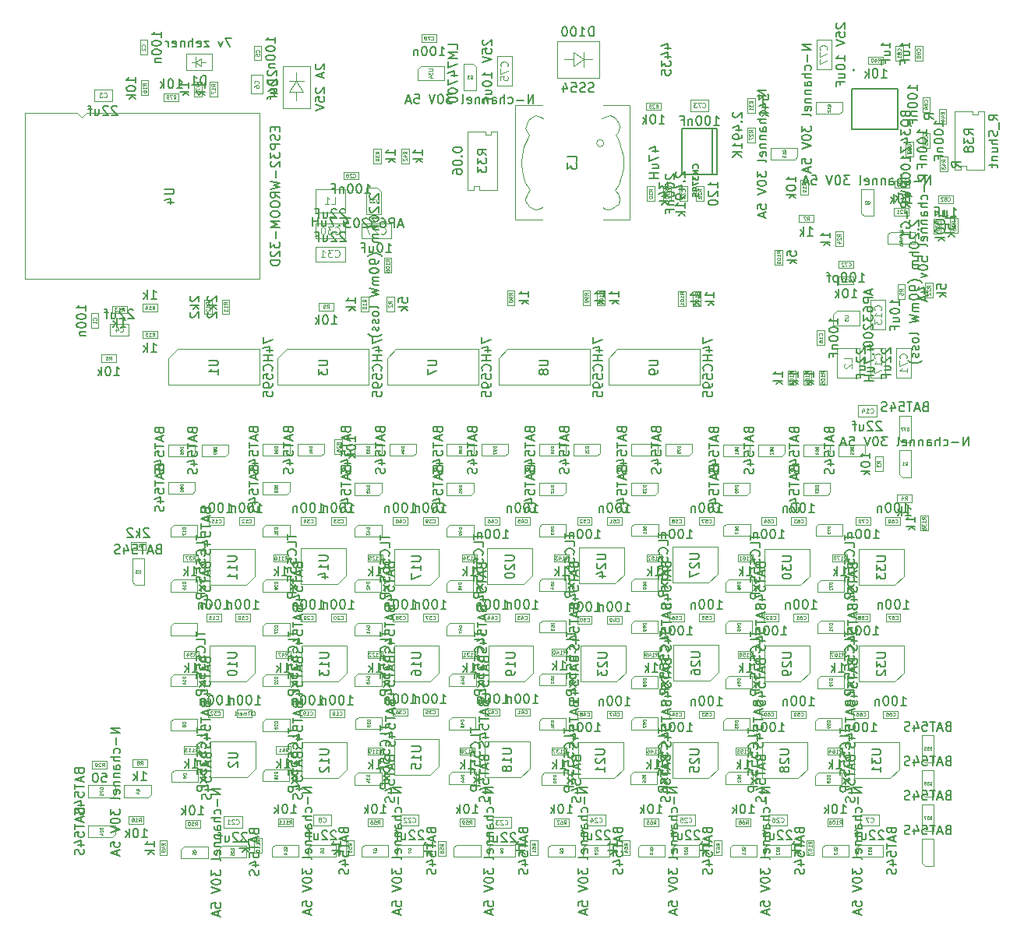
<source format=gbr>
G04 #@! TF.GenerationSoftware,KiCad,Pcbnew,7.0.8*
G04 #@! TF.CreationDate,2023-10-26T23:06:54+02:00*
G04 #@! TF.ProjectId,PlantCtrlESP32,506c616e-7443-4747-926c-45535033322e,rev?*
G04 #@! TF.SameCoordinates,Original*
G04 #@! TF.FileFunction,AssemblyDrawing,Bot*
%FSLAX46Y46*%
G04 Gerber Fmt 4.6, Leading zero omitted, Abs format (unit mm)*
G04 Created by KiCad (PCBNEW 7.0.8) date 2023-10-26 23:06:54*
%MOMM*%
%LPD*%
G01*
G04 APERTURE LIST*
%ADD10C,0.150000*%
%ADD11C,0.050000*%
%ADD12C,0.120000*%
%ADD13C,0.060000*%
%ADD14C,0.080000*%
%ADD15C,0.100000*%
%ADD16C,0.127000*%
%ADD17C,0.200000*%
%ADD18C,0.203200*%
G04 APERTURE END LIST*
D10*
X218411009Y-127815833D02*
X218458628Y-127958690D01*
X218458628Y-127958690D02*
X218506247Y-128006309D01*
X218506247Y-128006309D02*
X218601485Y-128053928D01*
X218601485Y-128053928D02*
X218744342Y-128053928D01*
X218744342Y-128053928D02*
X218839580Y-128006309D01*
X218839580Y-128006309D02*
X218887200Y-127958690D01*
X218887200Y-127958690D02*
X218934819Y-127863452D01*
X218934819Y-127863452D02*
X218934819Y-127482500D01*
X218934819Y-127482500D02*
X217934819Y-127482500D01*
X217934819Y-127482500D02*
X217934819Y-127815833D01*
X217934819Y-127815833D02*
X217982438Y-127911071D01*
X217982438Y-127911071D02*
X218030057Y-127958690D01*
X218030057Y-127958690D02*
X218125295Y-128006309D01*
X218125295Y-128006309D02*
X218220533Y-128006309D01*
X218220533Y-128006309D02*
X218315771Y-127958690D01*
X218315771Y-127958690D02*
X218363390Y-127911071D01*
X218363390Y-127911071D02*
X218411009Y-127815833D01*
X218411009Y-127815833D02*
X218411009Y-127482500D01*
X218649104Y-128434881D02*
X218649104Y-128911071D01*
X218934819Y-128339643D02*
X217934819Y-128672976D01*
X217934819Y-128672976D02*
X218934819Y-129006309D01*
X217934819Y-129196786D02*
X217934819Y-129768214D01*
X218934819Y-129482500D02*
X217934819Y-129482500D01*
X217934819Y-130577738D02*
X217934819Y-130101548D01*
X217934819Y-130101548D02*
X218411009Y-130053929D01*
X218411009Y-130053929D02*
X218363390Y-130101548D01*
X218363390Y-130101548D02*
X218315771Y-130196786D01*
X218315771Y-130196786D02*
X218315771Y-130434881D01*
X218315771Y-130434881D02*
X218363390Y-130530119D01*
X218363390Y-130530119D02*
X218411009Y-130577738D01*
X218411009Y-130577738D02*
X218506247Y-130625357D01*
X218506247Y-130625357D02*
X218744342Y-130625357D01*
X218744342Y-130625357D02*
X218839580Y-130577738D01*
X218839580Y-130577738D02*
X218887200Y-130530119D01*
X218887200Y-130530119D02*
X218934819Y-130434881D01*
X218934819Y-130434881D02*
X218934819Y-130196786D01*
X218934819Y-130196786D02*
X218887200Y-130101548D01*
X218887200Y-130101548D02*
X218839580Y-130053929D01*
X218268152Y-131482500D02*
X218934819Y-131482500D01*
X217887200Y-131244405D02*
X218601485Y-131006310D01*
X218601485Y-131006310D02*
X218601485Y-131625357D01*
X218887200Y-131958691D02*
X218934819Y-132101548D01*
X218934819Y-132101548D02*
X218934819Y-132339643D01*
X218934819Y-132339643D02*
X218887200Y-132434881D01*
X218887200Y-132434881D02*
X218839580Y-132482500D01*
X218839580Y-132482500D02*
X218744342Y-132530119D01*
X218744342Y-132530119D02*
X218649104Y-132530119D01*
X218649104Y-132530119D02*
X218553866Y-132482500D01*
X218553866Y-132482500D02*
X218506247Y-132434881D01*
X218506247Y-132434881D02*
X218458628Y-132339643D01*
X218458628Y-132339643D02*
X218411009Y-132149167D01*
X218411009Y-132149167D02*
X218363390Y-132053929D01*
X218363390Y-132053929D02*
X218315771Y-132006310D01*
X218315771Y-132006310D02*
X218220533Y-131958691D01*
X218220533Y-131958691D02*
X218125295Y-131958691D01*
X218125295Y-131958691D02*
X218030057Y-132006310D01*
X218030057Y-132006310D02*
X217982438Y-132053929D01*
X217982438Y-132053929D02*
X217934819Y-132149167D01*
X217934819Y-132149167D02*
X217934819Y-132387262D01*
X217934819Y-132387262D02*
X217982438Y-132530119D01*
D11*
X216225438Y-129746309D02*
X215905438Y-129746309D01*
X215905438Y-129746309D02*
X215905438Y-129822499D01*
X215905438Y-129822499D02*
X215920676Y-129868214D01*
X215920676Y-129868214D02*
X215951152Y-129898690D01*
X215951152Y-129898690D02*
X215981628Y-129913928D01*
X215981628Y-129913928D02*
X216042580Y-129929166D01*
X216042580Y-129929166D02*
X216088295Y-129929166D01*
X216088295Y-129929166D02*
X216149247Y-129913928D01*
X216149247Y-129913928D02*
X216179723Y-129898690D01*
X216179723Y-129898690D02*
X216210200Y-129868214D01*
X216210200Y-129868214D02*
X216225438Y-129822499D01*
X216225438Y-129822499D02*
X216225438Y-129746309D01*
X216225438Y-130081547D02*
X216225438Y-130142499D01*
X216225438Y-130142499D02*
X216210200Y-130172976D01*
X216210200Y-130172976D02*
X216194961Y-130188214D01*
X216194961Y-130188214D02*
X216149247Y-130218690D01*
X216149247Y-130218690D02*
X216088295Y-130233928D01*
X216088295Y-130233928D02*
X215966390Y-130233928D01*
X215966390Y-130233928D02*
X215935914Y-130218690D01*
X215935914Y-130218690D02*
X215920676Y-130203452D01*
X215920676Y-130203452D02*
X215905438Y-130172976D01*
X215905438Y-130172976D02*
X215905438Y-130112023D01*
X215905438Y-130112023D02*
X215920676Y-130081547D01*
X215920676Y-130081547D02*
X215935914Y-130066309D01*
X215935914Y-130066309D02*
X215966390Y-130051071D01*
X215966390Y-130051071D02*
X216042580Y-130051071D01*
X216042580Y-130051071D02*
X216073057Y-130066309D01*
X216073057Y-130066309D02*
X216088295Y-130081547D01*
X216088295Y-130081547D02*
X216103533Y-130112023D01*
X216103533Y-130112023D02*
X216103533Y-130172976D01*
X216103533Y-130172976D02*
X216088295Y-130203452D01*
X216088295Y-130203452D02*
X216073057Y-130218690D01*
X216073057Y-130218690D02*
X216042580Y-130233928D01*
D10*
X213911009Y-103753333D02*
X213958628Y-103896190D01*
X213958628Y-103896190D02*
X214006247Y-103943809D01*
X214006247Y-103943809D02*
X214101485Y-103991428D01*
X214101485Y-103991428D02*
X214244342Y-103991428D01*
X214244342Y-103991428D02*
X214339580Y-103943809D01*
X214339580Y-103943809D02*
X214387200Y-103896190D01*
X214387200Y-103896190D02*
X214434819Y-103800952D01*
X214434819Y-103800952D02*
X214434819Y-103420000D01*
X214434819Y-103420000D02*
X213434819Y-103420000D01*
X213434819Y-103420000D02*
X213434819Y-103753333D01*
X213434819Y-103753333D02*
X213482438Y-103848571D01*
X213482438Y-103848571D02*
X213530057Y-103896190D01*
X213530057Y-103896190D02*
X213625295Y-103943809D01*
X213625295Y-103943809D02*
X213720533Y-103943809D01*
X213720533Y-103943809D02*
X213815771Y-103896190D01*
X213815771Y-103896190D02*
X213863390Y-103848571D01*
X213863390Y-103848571D02*
X213911009Y-103753333D01*
X213911009Y-103753333D02*
X213911009Y-103420000D01*
X214149104Y-104372381D02*
X214149104Y-104848571D01*
X214434819Y-104277143D02*
X213434819Y-104610476D01*
X213434819Y-104610476D02*
X214434819Y-104943809D01*
X213434819Y-105134286D02*
X213434819Y-105705714D01*
X214434819Y-105420000D02*
X213434819Y-105420000D01*
X213434819Y-106515238D02*
X213434819Y-106039048D01*
X213434819Y-106039048D02*
X213911009Y-105991429D01*
X213911009Y-105991429D02*
X213863390Y-106039048D01*
X213863390Y-106039048D02*
X213815771Y-106134286D01*
X213815771Y-106134286D02*
X213815771Y-106372381D01*
X213815771Y-106372381D02*
X213863390Y-106467619D01*
X213863390Y-106467619D02*
X213911009Y-106515238D01*
X213911009Y-106515238D02*
X214006247Y-106562857D01*
X214006247Y-106562857D02*
X214244342Y-106562857D01*
X214244342Y-106562857D02*
X214339580Y-106515238D01*
X214339580Y-106515238D02*
X214387200Y-106467619D01*
X214387200Y-106467619D02*
X214434819Y-106372381D01*
X214434819Y-106372381D02*
X214434819Y-106134286D01*
X214434819Y-106134286D02*
X214387200Y-106039048D01*
X214387200Y-106039048D02*
X214339580Y-105991429D01*
X213768152Y-107420000D02*
X214434819Y-107420000D01*
X213387200Y-107181905D02*
X214101485Y-106943810D01*
X214101485Y-106943810D02*
X214101485Y-107562857D01*
X214387200Y-107896191D02*
X214434819Y-108039048D01*
X214434819Y-108039048D02*
X214434819Y-108277143D01*
X214434819Y-108277143D02*
X214387200Y-108372381D01*
X214387200Y-108372381D02*
X214339580Y-108420000D01*
X214339580Y-108420000D02*
X214244342Y-108467619D01*
X214244342Y-108467619D02*
X214149104Y-108467619D01*
X214149104Y-108467619D02*
X214053866Y-108420000D01*
X214053866Y-108420000D02*
X214006247Y-108372381D01*
X214006247Y-108372381D02*
X213958628Y-108277143D01*
X213958628Y-108277143D02*
X213911009Y-108086667D01*
X213911009Y-108086667D02*
X213863390Y-107991429D01*
X213863390Y-107991429D02*
X213815771Y-107943810D01*
X213815771Y-107943810D02*
X213720533Y-107896191D01*
X213720533Y-107896191D02*
X213625295Y-107896191D01*
X213625295Y-107896191D02*
X213530057Y-107943810D01*
X213530057Y-107943810D02*
X213482438Y-107991429D01*
X213482438Y-107991429D02*
X213434819Y-108086667D01*
X213434819Y-108086667D02*
X213434819Y-108324762D01*
X213434819Y-108324762D02*
X213482438Y-108467619D01*
D11*
X211725438Y-105531428D02*
X211405438Y-105531428D01*
X211405438Y-105531428D02*
X211405438Y-105607618D01*
X211405438Y-105607618D02*
X211420676Y-105653333D01*
X211420676Y-105653333D02*
X211451152Y-105683809D01*
X211451152Y-105683809D02*
X211481628Y-105699047D01*
X211481628Y-105699047D02*
X211542580Y-105714285D01*
X211542580Y-105714285D02*
X211588295Y-105714285D01*
X211588295Y-105714285D02*
X211649247Y-105699047D01*
X211649247Y-105699047D02*
X211679723Y-105683809D01*
X211679723Y-105683809D02*
X211710200Y-105653333D01*
X211710200Y-105653333D02*
X211725438Y-105607618D01*
X211725438Y-105607618D02*
X211725438Y-105531428D01*
X211512104Y-105988571D02*
X211725438Y-105988571D01*
X211390200Y-105912380D02*
X211618771Y-105836190D01*
X211618771Y-105836190D02*
X211618771Y-106034285D01*
X211405438Y-106125714D02*
X211405438Y-106339047D01*
X211405438Y-106339047D02*
X211725438Y-106201904D01*
D10*
X215184819Y-123101547D02*
X214184819Y-123101547D01*
X214184819Y-123101547D02*
X215184819Y-123672975D01*
X215184819Y-123672975D02*
X214184819Y-123672975D01*
X214803866Y-124149166D02*
X214803866Y-124911071D01*
X215137200Y-125815832D02*
X215184819Y-125720594D01*
X215184819Y-125720594D02*
X215184819Y-125530118D01*
X215184819Y-125530118D02*
X215137200Y-125434880D01*
X215137200Y-125434880D02*
X215089580Y-125387261D01*
X215089580Y-125387261D02*
X214994342Y-125339642D01*
X214994342Y-125339642D02*
X214708628Y-125339642D01*
X214708628Y-125339642D02*
X214613390Y-125387261D01*
X214613390Y-125387261D02*
X214565771Y-125434880D01*
X214565771Y-125434880D02*
X214518152Y-125530118D01*
X214518152Y-125530118D02*
X214518152Y-125720594D01*
X214518152Y-125720594D02*
X214565771Y-125815832D01*
X215184819Y-126244404D02*
X214184819Y-126244404D01*
X215184819Y-126672975D02*
X214661009Y-126672975D01*
X214661009Y-126672975D02*
X214565771Y-126625356D01*
X214565771Y-126625356D02*
X214518152Y-126530118D01*
X214518152Y-126530118D02*
X214518152Y-126387261D01*
X214518152Y-126387261D02*
X214565771Y-126292023D01*
X214565771Y-126292023D02*
X214613390Y-126244404D01*
X215184819Y-127577737D02*
X214661009Y-127577737D01*
X214661009Y-127577737D02*
X214565771Y-127530118D01*
X214565771Y-127530118D02*
X214518152Y-127434880D01*
X214518152Y-127434880D02*
X214518152Y-127244404D01*
X214518152Y-127244404D02*
X214565771Y-127149166D01*
X215137200Y-127577737D02*
X215184819Y-127482499D01*
X215184819Y-127482499D02*
X215184819Y-127244404D01*
X215184819Y-127244404D02*
X215137200Y-127149166D01*
X215137200Y-127149166D02*
X215041961Y-127101547D01*
X215041961Y-127101547D02*
X214946723Y-127101547D01*
X214946723Y-127101547D02*
X214851485Y-127149166D01*
X214851485Y-127149166D02*
X214803866Y-127244404D01*
X214803866Y-127244404D02*
X214803866Y-127482499D01*
X214803866Y-127482499D02*
X214756247Y-127577737D01*
X214518152Y-128053928D02*
X215184819Y-128053928D01*
X214613390Y-128053928D02*
X214565771Y-128101547D01*
X214565771Y-128101547D02*
X214518152Y-128196785D01*
X214518152Y-128196785D02*
X214518152Y-128339642D01*
X214518152Y-128339642D02*
X214565771Y-128434880D01*
X214565771Y-128434880D02*
X214661009Y-128482499D01*
X214661009Y-128482499D02*
X215184819Y-128482499D01*
X214518152Y-128958690D02*
X215184819Y-128958690D01*
X214613390Y-128958690D02*
X214565771Y-129006309D01*
X214565771Y-129006309D02*
X214518152Y-129101547D01*
X214518152Y-129101547D02*
X214518152Y-129244404D01*
X214518152Y-129244404D02*
X214565771Y-129339642D01*
X214565771Y-129339642D02*
X214661009Y-129387261D01*
X214661009Y-129387261D02*
X215184819Y-129387261D01*
X215137200Y-130244404D02*
X215184819Y-130149166D01*
X215184819Y-130149166D02*
X215184819Y-129958690D01*
X215184819Y-129958690D02*
X215137200Y-129863452D01*
X215137200Y-129863452D02*
X215041961Y-129815833D01*
X215041961Y-129815833D02*
X214661009Y-129815833D01*
X214661009Y-129815833D02*
X214565771Y-129863452D01*
X214565771Y-129863452D02*
X214518152Y-129958690D01*
X214518152Y-129958690D02*
X214518152Y-130149166D01*
X214518152Y-130149166D02*
X214565771Y-130244404D01*
X214565771Y-130244404D02*
X214661009Y-130292023D01*
X214661009Y-130292023D02*
X214756247Y-130292023D01*
X214756247Y-130292023D02*
X214851485Y-129815833D01*
X215184819Y-130863452D02*
X215137200Y-130768214D01*
X215137200Y-130768214D02*
X215041961Y-130720595D01*
X215041961Y-130720595D02*
X214184819Y-130720595D01*
X214184819Y-131911072D02*
X214184819Y-132530119D01*
X214184819Y-132530119D02*
X214565771Y-132196786D01*
X214565771Y-132196786D02*
X214565771Y-132339643D01*
X214565771Y-132339643D02*
X214613390Y-132434881D01*
X214613390Y-132434881D02*
X214661009Y-132482500D01*
X214661009Y-132482500D02*
X214756247Y-132530119D01*
X214756247Y-132530119D02*
X214994342Y-132530119D01*
X214994342Y-132530119D02*
X215089580Y-132482500D01*
X215089580Y-132482500D02*
X215137200Y-132434881D01*
X215137200Y-132434881D02*
X215184819Y-132339643D01*
X215184819Y-132339643D02*
X215184819Y-132053929D01*
X215184819Y-132053929D02*
X215137200Y-131958691D01*
X215137200Y-131958691D02*
X215089580Y-131911072D01*
X214184819Y-133149167D02*
X214184819Y-133244405D01*
X214184819Y-133244405D02*
X214232438Y-133339643D01*
X214232438Y-133339643D02*
X214280057Y-133387262D01*
X214280057Y-133387262D02*
X214375295Y-133434881D01*
X214375295Y-133434881D02*
X214565771Y-133482500D01*
X214565771Y-133482500D02*
X214803866Y-133482500D01*
X214803866Y-133482500D02*
X214994342Y-133434881D01*
X214994342Y-133434881D02*
X215089580Y-133387262D01*
X215089580Y-133387262D02*
X215137200Y-133339643D01*
X215137200Y-133339643D02*
X215184819Y-133244405D01*
X215184819Y-133244405D02*
X215184819Y-133149167D01*
X215184819Y-133149167D02*
X215137200Y-133053929D01*
X215137200Y-133053929D02*
X215089580Y-133006310D01*
X215089580Y-133006310D02*
X214994342Y-132958691D01*
X214994342Y-132958691D02*
X214803866Y-132911072D01*
X214803866Y-132911072D02*
X214565771Y-132911072D01*
X214565771Y-132911072D02*
X214375295Y-132958691D01*
X214375295Y-132958691D02*
X214280057Y-133006310D01*
X214280057Y-133006310D02*
X214232438Y-133053929D01*
X214232438Y-133053929D02*
X214184819Y-133149167D01*
X214184819Y-133768215D02*
X215184819Y-134101548D01*
X215184819Y-134101548D02*
X214184819Y-134434881D01*
X214184819Y-136006310D02*
X214184819Y-135530120D01*
X214184819Y-135530120D02*
X214661009Y-135482501D01*
X214661009Y-135482501D02*
X214613390Y-135530120D01*
X214613390Y-135530120D02*
X214565771Y-135625358D01*
X214565771Y-135625358D02*
X214565771Y-135863453D01*
X214565771Y-135863453D02*
X214613390Y-135958691D01*
X214613390Y-135958691D02*
X214661009Y-136006310D01*
X214661009Y-136006310D02*
X214756247Y-136053929D01*
X214756247Y-136053929D02*
X214994342Y-136053929D01*
X214994342Y-136053929D02*
X215089580Y-136006310D01*
X215089580Y-136006310D02*
X215137200Y-135958691D01*
X215137200Y-135958691D02*
X215184819Y-135863453D01*
X215184819Y-135863453D02*
X215184819Y-135625358D01*
X215184819Y-135625358D02*
X215137200Y-135530120D01*
X215137200Y-135530120D02*
X215089580Y-135482501D01*
X214899104Y-136434882D02*
X214899104Y-136911072D01*
X215184819Y-136339644D02*
X214184819Y-136672977D01*
X214184819Y-136672977D02*
X215184819Y-137006310D01*
X255808152Y-75495000D02*
X256474819Y-75495000D01*
X255427200Y-75256905D02*
X256141485Y-75018810D01*
X256141485Y-75018810D02*
X256141485Y-75637857D01*
X256379580Y-76018810D02*
X256427200Y-76066429D01*
X256427200Y-76066429D02*
X256474819Y-76018810D01*
X256474819Y-76018810D02*
X256427200Y-75971191D01*
X256427200Y-75971191D02*
X256379580Y-76018810D01*
X256379580Y-76018810D02*
X256474819Y-76018810D01*
X255474819Y-76399762D02*
X255474819Y-77066428D01*
X255474819Y-77066428D02*
X256474819Y-76637857D01*
X255808152Y-77875952D02*
X256474819Y-77875952D01*
X255808152Y-77447381D02*
X256331961Y-77447381D01*
X256331961Y-77447381D02*
X256427200Y-77495000D01*
X256427200Y-77495000D02*
X256474819Y-77590238D01*
X256474819Y-77590238D02*
X256474819Y-77733095D01*
X256474819Y-77733095D02*
X256427200Y-77828333D01*
X256427200Y-77828333D02*
X256379580Y-77875952D01*
X256474819Y-78352143D02*
X255474819Y-78352143D01*
X255951009Y-78352143D02*
X255951009Y-78923571D01*
X256474819Y-78923571D02*
X255474819Y-78923571D01*
D12*
X254103855Y-76861666D02*
X254103855Y-76480714D01*
X254103855Y-76480714D02*
X253303855Y-76480714D01*
X253380045Y-77090237D02*
X253341950Y-77128333D01*
X253341950Y-77128333D02*
X253303855Y-77204523D01*
X253303855Y-77204523D02*
X253303855Y-77394999D01*
X253303855Y-77394999D02*
X253341950Y-77471190D01*
X253341950Y-77471190D02*
X253380045Y-77509285D01*
X253380045Y-77509285D02*
X253456236Y-77547380D01*
X253456236Y-77547380D02*
X253532426Y-77547380D01*
X253532426Y-77547380D02*
X253646712Y-77509285D01*
X253646712Y-77509285D02*
X254103855Y-77052142D01*
X254103855Y-77052142D02*
X254103855Y-77547380D01*
D10*
X192884819Y-116646190D02*
X192884819Y-117217618D01*
X193884819Y-116931904D02*
X192884819Y-116931904D01*
X193884819Y-118027142D02*
X193884819Y-117550952D01*
X193884819Y-117550952D02*
X192884819Y-117550952D01*
X193789580Y-118931904D02*
X193837200Y-118884285D01*
X193837200Y-118884285D02*
X193884819Y-118741428D01*
X193884819Y-118741428D02*
X193884819Y-118646190D01*
X193884819Y-118646190D02*
X193837200Y-118503333D01*
X193837200Y-118503333D02*
X193741961Y-118408095D01*
X193741961Y-118408095D02*
X193646723Y-118360476D01*
X193646723Y-118360476D02*
X193456247Y-118312857D01*
X193456247Y-118312857D02*
X193313390Y-118312857D01*
X193313390Y-118312857D02*
X193122914Y-118360476D01*
X193122914Y-118360476D02*
X193027676Y-118408095D01*
X193027676Y-118408095D02*
X192932438Y-118503333D01*
X192932438Y-118503333D02*
X192884819Y-118646190D01*
X192884819Y-118646190D02*
X192884819Y-118741428D01*
X192884819Y-118741428D02*
X192932438Y-118884285D01*
X192932438Y-118884285D02*
X192980057Y-118931904D01*
X192884819Y-119836666D02*
X192884819Y-119360476D01*
X192884819Y-119360476D02*
X193361009Y-119312857D01*
X193361009Y-119312857D02*
X193313390Y-119360476D01*
X193313390Y-119360476D02*
X193265771Y-119455714D01*
X193265771Y-119455714D02*
X193265771Y-119693809D01*
X193265771Y-119693809D02*
X193313390Y-119789047D01*
X193313390Y-119789047D02*
X193361009Y-119836666D01*
X193361009Y-119836666D02*
X193456247Y-119884285D01*
X193456247Y-119884285D02*
X193694342Y-119884285D01*
X193694342Y-119884285D02*
X193789580Y-119836666D01*
X193789580Y-119836666D02*
X193837200Y-119789047D01*
X193837200Y-119789047D02*
X193884819Y-119693809D01*
X193884819Y-119693809D02*
X193884819Y-119455714D01*
X193884819Y-119455714D02*
X193837200Y-119360476D01*
X193837200Y-119360476D02*
X193789580Y-119312857D01*
X192884819Y-120789047D02*
X192884819Y-120312857D01*
X192884819Y-120312857D02*
X193361009Y-120265238D01*
X193361009Y-120265238D02*
X193313390Y-120312857D01*
X193313390Y-120312857D02*
X193265771Y-120408095D01*
X193265771Y-120408095D02*
X193265771Y-120646190D01*
X193265771Y-120646190D02*
X193313390Y-120741428D01*
X193313390Y-120741428D02*
X193361009Y-120789047D01*
X193361009Y-120789047D02*
X193456247Y-120836666D01*
X193456247Y-120836666D02*
X193694342Y-120836666D01*
X193694342Y-120836666D02*
X193789580Y-120789047D01*
X193789580Y-120789047D02*
X193837200Y-120741428D01*
X193837200Y-120741428D02*
X193884819Y-120646190D01*
X193884819Y-120646190D02*
X193884819Y-120408095D01*
X193884819Y-120408095D02*
X193837200Y-120312857D01*
X193837200Y-120312857D02*
X193789580Y-120265238D01*
X192884819Y-121741428D02*
X192884819Y-121265238D01*
X192884819Y-121265238D02*
X193361009Y-121217619D01*
X193361009Y-121217619D02*
X193313390Y-121265238D01*
X193313390Y-121265238D02*
X193265771Y-121360476D01*
X193265771Y-121360476D02*
X193265771Y-121598571D01*
X193265771Y-121598571D02*
X193313390Y-121693809D01*
X193313390Y-121693809D02*
X193361009Y-121741428D01*
X193361009Y-121741428D02*
X193456247Y-121789047D01*
X193456247Y-121789047D02*
X193694342Y-121789047D01*
X193694342Y-121789047D02*
X193789580Y-121741428D01*
X193789580Y-121741428D02*
X193837200Y-121693809D01*
X193837200Y-121693809D02*
X193884819Y-121598571D01*
X193884819Y-121598571D02*
X193884819Y-121360476D01*
X193884819Y-121360476D02*
X193837200Y-121265238D01*
X193837200Y-121265238D02*
X193789580Y-121217619D01*
X193884819Y-122122381D02*
X193218152Y-122646190D01*
X193218152Y-122122381D02*
X193884819Y-122646190D01*
X193884819Y-123027143D02*
X192884819Y-123027143D01*
X192884819Y-123027143D02*
X192884819Y-123408095D01*
X192884819Y-123408095D02*
X192932438Y-123503333D01*
X192932438Y-123503333D02*
X192980057Y-123550952D01*
X192980057Y-123550952D02*
X193075295Y-123598571D01*
X193075295Y-123598571D02*
X193218152Y-123598571D01*
X193218152Y-123598571D02*
X193313390Y-123550952D01*
X193313390Y-123550952D02*
X193361009Y-123503333D01*
X193361009Y-123503333D02*
X193408628Y-123408095D01*
X193408628Y-123408095D02*
X193408628Y-123027143D01*
X196295566Y-118956667D02*
X197088900Y-118956667D01*
X197088900Y-118956667D02*
X197182233Y-119003334D01*
X197182233Y-119003334D02*
X197228900Y-119050000D01*
X197228900Y-119050000D02*
X197275566Y-119143334D01*
X197275566Y-119143334D02*
X197275566Y-119330000D01*
X197275566Y-119330000D02*
X197228900Y-119423334D01*
X197228900Y-119423334D02*
X197182233Y-119470000D01*
X197182233Y-119470000D02*
X197088900Y-119516667D01*
X197088900Y-119516667D02*
X196295566Y-119516667D01*
X197275566Y-120496667D02*
X197275566Y-119936667D01*
X197275566Y-120216667D02*
X196295566Y-120216667D01*
X196295566Y-120216667D02*
X196435566Y-120123334D01*
X196435566Y-120123334D02*
X196528900Y-120030001D01*
X196528900Y-120030001D02*
X196575566Y-119936667D01*
X196388900Y-120870000D02*
X196342233Y-120916667D01*
X196342233Y-120916667D02*
X196295566Y-121010000D01*
X196295566Y-121010000D02*
X196295566Y-121243334D01*
X196295566Y-121243334D02*
X196342233Y-121336667D01*
X196342233Y-121336667D02*
X196388900Y-121383334D01*
X196388900Y-121383334D02*
X196482233Y-121430000D01*
X196482233Y-121430000D02*
X196575566Y-121430000D01*
X196575566Y-121430000D02*
X196715566Y-121383334D01*
X196715566Y-121383334D02*
X197275566Y-120823334D01*
X197275566Y-120823334D02*
X197275566Y-121430000D01*
X256224047Y-117054819D02*
X256795475Y-117054819D01*
X256509761Y-117054819D02*
X256509761Y-116054819D01*
X256509761Y-116054819D02*
X256604999Y-116197676D01*
X256604999Y-116197676D02*
X256700237Y-116292914D01*
X256700237Y-116292914D02*
X256795475Y-116340533D01*
X255604999Y-116054819D02*
X255509761Y-116054819D01*
X255509761Y-116054819D02*
X255414523Y-116102438D01*
X255414523Y-116102438D02*
X255366904Y-116150057D01*
X255366904Y-116150057D02*
X255319285Y-116245295D01*
X255319285Y-116245295D02*
X255271666Y-116435771D01*
X255271666Y-116435771D02*
X255271666Y-116673866D01*
X255271666Y-116673866D02*
X255319285Y-116864342D01*
X255319285Y-116864342D02*
X255366904Y-116959580D01*
X255366904Y-116959580D02*
X255414523Y-117007200D01*
X255414523Y-117007200D02*
X255509761Y-117054819D01*
X255509761Y-117054819D02*
X255604999Y-117054819D01*
X255604999Y-117054819D02*
X255700237Y-117007200D01*
X255700237Y-117007200D02*
X255747856Y-116959580D01*
X255747856Y-116959580D02*
X255795475Y-116864342D01*
X255795475Y-116864342D02*
X255843094Y-116673866D01*
X255843094Y-116673866D02*
X255843094Y-116435771D01*
X255843094Y-116435771D02*
X255795475Y-116245295D01*
X255795475Y-116245295D02*
X255747856Y-116150057D01*
X255747856Y-116150057D02*
X255700237Y-116102438D01*
X255700237Y-116102438D02*
X255604999Y-116054819D01*
X254652618Y-116054819D02*
X254557380Y-116054819D01*
X254557380Y-116054819D02*
X254462142Y-116102438D01*
X254462142Y-116102438D02*
X254414523Y-116150057D01*
X254414523Y-116150057D02*
X254366904Y-116245295D01*
X254366904Y-116245295D02*
X254319285Y-116435771D01*
X254319285Y-116435771D02*
X254319285Y-116673866D01*
X254319285Y-116673866D02*
X254366904Y-116864342D01*
X254366904Y-116864342D02*
X254414523Y-116959580D01*
X254414523Y-116959580D02*
X254462142Y-117007200D01*
X254462142Y-117007200D02*
X254557380Y-117054819D01*
X254557380Y-117054819D02*
X254652618Y-117054819D01*
X254652618Y-117054819D02*
X254747856Y-117007200D01*
X254747856Y-117007200D02*
X254795475Y-116959580D01*
X254795475Y-116959580D02*
X254843094Y-116864342D01*
X254843094Y-116864342D02*
X254890713Y-116673866D01*
X254890713Y-116673866D02*
X254890713Y-116435771D01*
X254890713Y-116435771D02*
X254843094Y-116245295D01*
X254843094Y-116245295D02*
X254795475Y-116150057D01*
X254795475Y-116150057D02*
X254747856Y-116102438D01*
X254747856Y-116102438D02*
X254652618Y-116054819D01*
X253890713Y-116388152D02*
X253890713Y-117054819D01*
X253890713Y-116483390D02*
X253843094Y-116435771D01*
X253843094Y-116435771D02*
X253747856Y-116388152D01*
X253747856Y-116388152D02*
X253604999Y-116388152D01*
X253604999Y-116388152D02*
X253509761Y-116435771D01*
X253509761Y-116435771D02*
X253462142Y-116531009D01*
X253462142Y-116531009D02*
X253462142Y-117054819D01*
D13*
X255362142Y-115313832D02*
X255381190Y-115332880D01*
X255381190Y-115332880D02*
X255438332Y-115351927D01*
X255438332Y-115351927D02*
X255476428Y-115351927D01*
X255476428Y-115351927D02*
X255533571Y-115332880D01*
X255533571Y-115332880D02*
X255571666Y-115294784D01*
X255571666Y-115294784D02*
X255590713Y-115256689D01*
X255590713Y-115256689D02*
X255609761Y-115180499D01*
X255609761Y-115180499D02*
X255609761Y-115123356D01*
X255609761Y-115123356D02*
X255590713Y-115047165D01*
X255590713Y-115047165D02*
X255571666Y-115009070D01*
X255571666Y-115009070D02*
X255533571Y-114970975D01*
X255533571Y-114970975D02*
X255476428Y-114951927D01*
X255476428Y-114951927D02*
X255438332Y-114951927D01*
X255438332Y-114951927D02*
X255381190Y-114970975D01*
X255381190Y-114970975D02*
X255362142Y-114990022D01*
X255019285Y-114951927D02*
X255095475Y-114951927D01*
X255095475Y-114951927D02*
X255133571Y-114970975D01*
X255133571Y-114970975D02*
X255152618Y-114990022D01*
X255152618Y-114990022D02*
X255190713Y-115047165D01*
X255190713Y-115047165D02*
X255209761Y-115123356D01*
X255209761Y-115123356D02*
X255209761Y-115275737D01*
X255209761Y-115275737D02*
X255190713Y-115313832D01*
X255190713Y-115313832D02*
X255171666Y-115332880D01*
X255171666Y-115332880D02*
X255133571Y-115351927D01*
X255133571Y-115351927D02*
X255057380Y-115351927D01*
X255057380Y-115351927D02*
X255019285Y-115332880D01*
X255019285Y-115332880D02*
X255000237Y-115313832D01*
X255000237Y-115313832D02*
X254981190Y-115275737D01*
X254981190Y-115275737D02*
X254981190Y-115180499D01*
X254981190Y-115180499D02*
X255000237Y-115142403D01*
X255000237Y-115142403D02*
X255019285Y-115123356D01*
X255019285Y-115123356D02*
X255057380Y-115104308D01*
X255057380Y-115104308D02*
X255133571Y-115104308D01*
X255133571Y-115104308D02*
X255171666Y-115123356D01*
X255171666Y-115123356D02*
X255190713Y-115142403D01*
X255190713Y-115142403D02*
X255209761Y-115180499D01*
X254638333Y-114951927D02*
X254714523Y-114951927D01*
X254714523Y-114951927D02*
X254752619Y-114970975D01*
X254752619Y-114970975D02*
X254771666Y-114990022D01*
X254771666Y-114990022D02*
X254809761Y-115047165D01*
X254809761Y-115047165D02*
X254828809Y-115123356D01*
X254828809Y-115123356D02*
X254828809Y-115275737D01*
X254828809Y-115275737D02*
X254809761Y-115313832D01*
X254809761Y-115313832D02*
X254790714Y-115332880D01*
X254790714Y-115332880D02*
X254752619Y-115351927D01*
X254752619Y-115351927D02*
X254676428Y-115351927D01*
X254676428Y-115351927D02*
X254638333Y-115332880D01*
X254638333Y-115332880D02*
X254619285Y-115313832D01*
X254619285Y-115313832D02*
X254600238Y-115275737D01*
X254600238Y-115275737D02*
X254600238Y-115180499D01*
X254600238Y-115180499D02*
X254619285Y-115142403D01*
X254619285Y-115142403D02*
X254638333Y-115123356D01*
X254638333Y-115123356D02*
X254676428Y-115104308D01*
X254676428Y-115104308D02*
X254752619Y-115104308D01*
X254752619Y-115104308D02*
X254790714Y-115123356D01*
X254790714Y-115123356D02*
X254809761Y-115142403D01*
X254809761Y-115142403D02*
X254828809Y-115180499D01*
D10*
X189111009Y-84253333D02*
X189158628Y-84396190D01*
X189158628Y-84396190D02*
X189206247Y-84443809D01*
X189206247Y-84443809D02*
X189301485Y-84491428D01*
X189301485Y-84491428D02*
X189444342Y-84491428D01*
X189444342Y-84491428D02*
X189539580Y-84443809D01*
X189539580Y-84443809D02*
X189587200Y-84396190D01*
X189587200Y-84396190D02*
X189634819Y-84300952D01*
X189634819Y-84300952D02*
X189634819Y-83920000D01*
X189634819Y-83920000D02*
X188634819Y-83920000D01*
X188634819Y-83920000D02*
X188634819Y-84253333D01*
X188634819Y-84253333D02*
X188682438Y-84348571D01*
X188682438Y-84348571D02*
X188730057Y-84396190D01*
X188730057Y-84396190D02*
X188825295Y-84443809D01*
X188825295Y-84443809D02*
X188920533Y-84443809D01*
X188920533Y-84443809D02*
X189015771Y-84396190D01*
X189015771Y-84396190D02*
X189063390Y-84348571D01*
X189063390Y-84348571D02*
X189111009Y-84253333D01*
X189111009Y-84253333D02*
X189111009Y-83920000D01*
X189349104Y-84872381D02*
X189349104Y-85348571D01*
X189634819Y-84777143D02*
X188634819Y-85110476D01*
X188634819Y-85110476D02*
X189634819Y-85443809D01*
X188634819Y-85634286D02*
X188634819Y-86205714D01*
X189634819Y-85920000D02*
X188634819Y-85920000D01*
X188634819Y-87015238D02*
X188634819Y-86539048D01*
X188634819Y-86539048D02*
X189111009Y-86491429D01*
X189111009Y-86491429D02*
X189063390Y-86539048D01*
X189063390Y-86539048D02*
X189015771Y-86634286D01*
X189015771Y-86634286D02*
X189015771Y-86872381D01*
X189015771Y-86872381D02*
X189063390Y-86967619D01*
X189063390Y-86967619D02*
X189111009Y-87015238D01*
X189111009Y-87015238D02*
X189206247Y-87062857D01*
X189206247Y-87062857D02*
X189444342Y-87062857D01*
X189444342Y-87062857D02*
X189539580Y-87015238D01*
X189539580Y-87015238D02*
X189587200Y-86967619D01*
X189587200Y-86967619D02*
X189634819Y-86872381D01*
X189634819Y-86872381D02*
X189634819Y-86634286D01*
X189634819Y-86634286D02*
X189587200Y-86539048D01*
X189587200Y-86539048D02*
X189539580Y-86491429D01*
X188968152Y-87920000D02*
X189634819Y-87920000D01*
X188587200Y-87681905D02*
X189301485Y-87443810D01*
X189301485Y-87443810D02*
X189301485Y-88062857D01*
X189587200Y-88396191D02*
X189634819Y-88539048D01*
X189634819Y-88539048D02*
X189634819Y-88777143D01*
X189634819Y-88777143D02*
X189587200Y-88872381D01*
X189587200Y-88872381D02*
X189539580Y-88920000D01*
X189539580Y-88920000D02*
X189444342Y-88967619D01*
X189444342Y-88967619D02*
X189349104Y-88967619D01*
X189349104Y-88967619D02*
X189253866Y-88920000D01*
X189253866Y-88920000D02*
X189206247Y-88872381D01*
X189206247Y-88872381D02*
X189158628Y-88777143D01*
X189158628Y-88777143D02*
X189111009Y-88586667D01*
X189111009Y-88586667D02*
X189063390Y-88491429D01*
X189063390Y-88491429D02*
X189015771Y-88443810D01*
X189015771Y-88443810D02*
X188920533Y-88396191D01*
X188920533Y-88396191D02*
X188825295Y-88396191D01*
X188825295Y-88396191D02*
X188730057Y-88443810D01*
X188730057Y-88443810D02*
X188682438Y-88491429D01*
X188682438Y-88491429D02*
X188634819Y-88586667D01*
X188634819Y-88586667D02*
X188634819Y-88824762D01*
X188634819Y-88824762D02*
X188682438Y-88967619D01*
D11*
X191725438Y-86031428D02*
X191405438Y-86031428D01*
X191405438Y-86031428D02*
X191405438Y-86107618D01*
X191405438Y-86107618D02*
X191420676Y-86153333D01*
X191420676Y-86153333D02*
X191451152Y-86183809D01*
X191451152Y-86183809D02*
X191481628Y-86199047D01*
X191481628Y-86199047D02*
X191542580Y-86214285D01*
X191542580Y-86214285D02*
X191588295Y-86214285D01*
X191588295Y-86214285D02*
X191649247Y-86199047D01*
X191649247Y-86199047D02*
X191679723Y-86183809D01*
X191679723Y-86183809D02*
X191710200Y-86153333D01*
X191710200Y-86153333D02*
X191725438Y-86107618D01*
X191725438Y-86107618D02*
X191725438Y-86031428D01*
X191542580Y-86397142D02*
X191527342Y-86366666D01*
X191527342Y-86366666D02*
X191512104Y-86351428D01*
X191512104Y-86351428D02*
X191481628Y-86336190D01*
X191481628Y-86336190D02*
X191466390Y-86336190D01*
X191466390Y-86336190D02*
X191435914Y-86351428D01*
X191435914Y-86351428D02*
X191420676Y-86366666D01*
X191420676Y-86366666D02*
X191405438Y-86397142D01*
X191405438Y-86397142D02*
X191405438Y-86458095D01*
X191405438Y-86458095D02*
X191420676Y-86488571D01*
X191420676Y-86488571D02*
X191435914Y-86503809D01*
X191435914Y-86503809D02*
X191466390Y-86519047D01*
X191466390Y-86519047D02*
X191481628Y-86519047D01*
X191481628Y-86519047D02*
X191512104Y-86503809D01*
X191512104Y-86503809D02*
X191527342Y-86488571D01*
X191527342Y-86488571D02*
X191542580Y-86458095D01*
X191542580Y-86458095D02*
X191542580Y-86397142D01*
X191542580Y-86397142D02*
X191557819Y-86366666D01*
X191557819Y-86366666D02*
X191573057Y-86351428D01*
X191573057Y-86351428D02*
X191603533Y-86336190D01*
X191603533Y-86336190D02*
X191664485Y-86336190D01*
X191664485Y-86336190D02*
X191694961Y-86351428D01*
X191694961Y-86351428D02*
X191710200Y-86366666D01*
X191710200Y-86366666D02*
X191725438Y-86397142D01*
X191725438Y-86397142D02*
X191725438Y-86458095D01*
X191725438Y-86458095D02*
X191710200Y-86488571D01*
X191710200Y-86488571D02*
X191694961Y-86503809D01*
X191694961Y-86503809D02*
X191664485Y-86519047D01*
X191664485Y-86519047D02*
X191603533Y-86519047D01*
X191603533Y-86519047D02*
X191573057Y-86503809D01*
X191573057Y-86503809D02*
X191557819Y-86488571D01*
X191557819Y-86488571D02*
X191542580Y-86458095D01*
X191725438Y-86671428D02*
X191725438Y-86732380D01*
X191725438Y-86732380D02*
X191710200Y-86762857D01*
X191710200Y-86762857D02*
X191694961Y-86778095D01*
X191694961Y-86778095D02*
X191649247Y-86808571D01*
X191649247Y-86808571D02*
X191588295Y-86823809D01*
X191588295Y-86823809D02*
X191466390Y-86823809D01*
X191466390Y-86823809D02*
X191435914Y-86808571D01*
X191435914Y-86808571D02*
X191420676Y-86793333D01*
X191420676Y-86793333D02*
X191405438Y-86762857D01*
X191405438Y-86762857D02*
X191405438Y-86701904D01*
X191405438Y-86701904D02*
X191420676Y-86671428D01*
X191420676Y-86671428D02*
X191435914Y-86656190D01*
X191435914Y-86656190D02*
X191466390Y-86640952D01*
X191466390Y-86640952D02*
X191542580Y-86640952D01*
X191542580Y-86640952D02*
X191573057Y-86656190D01*
X191573057Y-86656190D02*
X191588295Y-86671428D01*
X191588295Y-86671428D02*
X191603533Y-86701904D01*
X191603533Y-86701904D02*
X191603533Y-86762857D01*
X191603533Y-86762857D02*
X191588295Y-86793333D01*
X191588295Y-86793333D02*
X191573057Y-86808571D01*
X191573057Y-86808571D02*
X191542580Y-86823809D01*
D10*
X179064819Y-41550952D02*
X179064819Y-40979524D01*
X179064819Y-41265238D02*
X178064819Y-41265238D01*
X178064819Y-41265238D02*
X178207676Y-41170000D01*
X178207676Y-41170000D02*
X178302914Y-41074762D01*
X178302914Y-41074762D02*
X178350533Y-40979524D01*
X178064819Y-42170000D02*
X178064819Y-42265238D01*
X178064819Y-42265238D02*
X178112438Y-42360476D01*
X178112438Y-42360476D02*
X178160057Y-42408095D01*
X178160057Y-42408095D02*
X178255295Y-42455714D01*
X178255295Y-42455714D02*
X178445771Y-42503333D01*
X178445771Y-42503333D02*
X178683866Y-42503333D01*
X178683866Y-42503333D02*
X178874342Y-42455714D01*
X178874342Y-42455714D02*
X178969580Y-42408095D01*
X178969580Y-42408095D02*
X179017200Y-42360476D01*
X179017200Y-42360476D02*
X179064819Y-42265238D01*
X179064819Y-42265238D02*
X179064819Y-42170000D01*
X179064819Y-42170000D02*
X179017200Y-42074762D01*
X179017200Y-42074762D02*
X178969580Y-42027143D01*
X178969580Y-42027143D02*
X178874342Y-41979524D01*
X178874342Y-41979524D02*
X178683866Y-41931905D01*
X178683866Y-41931905D02*
X178445771Y-41931905D01*
X178445771Y-41931905D02*
X178255295Y-41979524D01*
X178255295Y-41979524D02*
X178160057Y-42027143D01*
X178160057Y-42027143D02*
X178112438Y-42074762D01*
X178112438Y-42074762D02*
X178064819Y-42170000D01*
X178064819Y-43122381D02*
X178064819Y-43217619D01*
X178064819Y-43217619D02*
X178112438Y-43312857D01*
X178112438Y-43312857D02*
X178160057Y-43360476D01*
X178160057Y-43360476D02*
X178255295Y-43408095D01*
X178255295Y-43408095D02*
X178445771Y-43455714D01*
X178445771Y-43455714D02*
X178683866Y-43455714D01*
X178683866Y-43455714D02*
X178874342Y-43408095D01*
X178874342Y-43408095D02*
X178969580Y-43360476D01*
X178969580Y-43360476D02*
X179017200Y-43312857D01*
X179017200Y-43312857D02*
X179064819Y-43217619D01*
X179064819Y-43217619D02*
X179064819Y-43122381D01*
X179064819Y-43122381D02*
X179017200Y-43027143D01*
X179017200Y-43027143D02*
X178969580Y-42979524D01*
X178969580Y-42979524D02*
X178874342Y-42931905D01*
X178874342Y-42931905D02*
X178683866Y-42884286D01*
X178683866Y-42884286D02*
X178445771Y-42884286D01*
X178445771Y-42884286D02*
X178255295Y-42931905D01*
X178255295Y-42931905D02*
X178160057Y-42979524D01*
X178160057Y-42979524D02*
X178112438Y-43027143D01*
X178112438Y-43027143D02*
X178064819Y-43122381D01*
X178398152Y-43884286D02*
X179064819Y-43884286D01*
X178493390Y-43884286D02*
X178445771Y-43931905D01*
X178445771Y-43931905D02*
X178398152Y-44027143D01*
X178398152Y-44027143D02*
X178398152Y-44170000D01*
X178398152Y-44170000D02*
X178445771Y-44265238D01*
X178445771Y-44265238D02*
X178541009Y-44312857D01*
X178541009Y-44312857D02*
X179064819Y-44312857D01*
D13*
X177323832Y-42603333D02*
X177342880Y-42584285D01*
X177342880Y-42584285D02*
X177361927Y-42527143D01*
X177361927Y-42527143D02*
X177361927Y-42489047D01*
X177361927Y-42489047D02*
X177342880Y-42431904D01*
X177342880Y-42431904D02*
X177304784Y-42393809D01*
X177304784Y-42393809D02*
X177266689Y-42374762D01*
X177266689Y-42374762D02*
X177190499Y-42355714D01*
X177190499Y-42355714D02*
X177133356Y-42355714D01*
X177133356Y-42355714D02*
X177057165Y-42374762D01*
X177057165Y-42374762D02*
X177019070Y-42393809D01*
X177019070Y-42393809D02*
X176980975Y-42431904D01*
X176980975Y-42431904D02*
X176961927Y-42489047D01*
X176961927Y-42489047D02*
X176961927Y-42527143D01*
X176961927Y-42527143D02*
X176980975Y-42584285D01*
X176980975Y-42584285D02*
X177000022Y-42603333D01*
X177000022Y-42755714D02*
X176980975Y-42774762D01*
X176980975Y-42774762D02*
X176961927Y-42812857D01*
X176961927Y-42812857D02*
X176961927Y-42908095D01*
X176961927Y-42908095D02*
X176980975Y-42946190D01*
X176980975Y-42946190D02*
X177000022Y-42965238D01*
X177000022Y-42965238D02*
X177038118Y-42984285D01*
X177038118Y-42984285D02*
X177076213Y-42984285D01*
X177076213Y-42984285D02*
X177133356Y-42965238D01*
X177133356Y-42965238D02*
X177361927Y-42736666D01*
X177361927Y-42736666D02*
X177361927Y-42984285D01*
D10*
X182300057Y-69703333D02*
X182252438Y-69750952D01*
X182252438Y-69750952D02*
X182204819Y-69846190D01*
X182204819Y-69846190D02*
X182204819Y-70084285D01*
X182204819Y-70084285D02*
X182252438Y-70179523D01*
X182252438Y-70179523D02*
X182300057Y-70227142D01*
X182300057Y-70227142D02*
X182395295Y-70274761D01*
X182395295Y-70274761D02*
X182490533Y-70274761D01*
X182490533Y-70274761D02*
X182633390Y-70227142D01*
X182633390Y-70227142D02*
X183204819Y-69655714D01*
X183204819Y-69655714D02*
X183204819Y-70274761D01*
X183204819Y-70703333D02*
X182204819Y-70703333D01*
X182823866Y-70798571D02*
X183204819Y-71084285D01*
X182538152Y-71084285D02*
X182919104Y-70703333D01*
X182300057Y-71465238D02*
X182252438Y-71512857D01*
X182252438Y-71512857D02*
X182204819Y-71608095D01*
X182204819Y-71608095D02*
X182204819Y-71846190D01*
X182204819Y-71846190D02*
X182252438Y-71941428D01*
X182252438Y-71941428D02*
X182300057Y-71989047D01*
X182300057Y-71989047D02*
X182395295Y-72036666D01*
X182395295Y-72036666D02*
X182490533Y-72036666D01*
X182490533Y-72036666D02*
X182633390Y-71989047D01*
X182633390Y-71989047D02*
X183204819Y-71417619D01*
X183204819Y-71417619D02*
X183204819Y-72036666D01*
D13*
X184361927Y-70612857D02*
X184171451Y-70479524D01*
X184361927Y-70384286D02*
X183961927Y-70384286D01*
X183961927Y-70384286D02*
X183961927Y-70536667D01*
X183961927Y-70536667D02*
X183980975Y-70574762D01*
X183980975Y-70574762D02*
X184000022Y-70593809D01*
X184000022Y-70593809D02*
X184038118Y-70612857D01*
X184038118Y-70612857D02*
X184095260Y-70612857D01*
X184095260Y-70612857D02*
X184133356Y-70593809D01*
X184133356Y-70593809D02*
X184152403Y-70574762D01*
X184152403Y-70574762D02*
X184171451Y-70536667D01*
X184171451Y-70536667D02*
X184171451Y-70384286D01*
X184361927Y-70993809D02*
X184361927Y-70765238D01*
X184361927Y-70879524D02*
X183961927Y-70879524D01*
X183961927Y-70879524D02*
X184019070Y-70841428D01*
X184019070Y-70841428D02*
X184057165Y-70803333D01*
X184057165Y-70803333D02*
X184076213Y-70765238D01*
X184000022Y-71146190D02*
X183980975Y-71165238D01*
X183980975Y-71165238D02*
X183961927Y-71203333D01*
X183961927Y-71203333D02*
X183961927Y-71298571D01*
X183961927Y-71298571D02*
X183980975Y-71336666D01*
X183980975Y-71336666D02*
X184000022Y-71355714D01*
X184000022Y-71355714D02*
X184038118Y-71374761D01*
X184038118Y-71374761D02*
X184076213Y-71374761D01*
X184076213Y-71374761D02*
X184133356Y-71355714D01*
X184133356Y-71355714D02*
X184361927Y-71127142D01*
X184361927Y-71127142D02*
X184361927Y-71374761D01*
D10*
X190710057Y-45170000D02*
X190662438Y-45217619D01*
X190662438Y-45217619D02*
X190614819Y-45312857D01*
X190614819Y-45312857D02*
X190614819Y-45550952D01*
X190614819Y-45550952D02*
X190662438Y-45646190D01*
X190662438Y-45646190D02*
X190710057Y-45693809D01*
X190710057Y-45693809D02*
X190805295Y-45741428D01*
X190805295Y-45741428D02*
X190900533Y-45741428D01*
X190900533Y-45741428D02*
X191043390Y-45693809D01*
X191043390Y-45693809D02*
X191614819Y-45122381D01*
X191614819Y-45122381D02*
X191614819Y-45741428D01*
X190710057Y-46122381D02*
X190662438Y-46170000D01*
X190662438Y-46170000D02*
X190614819Y-46265238D01*
X190614819Y-46265238D02*
X190614819Y-46503333D01*
X190614819Y-46503333D02*
X190662438Y-46598571D01*
X190662438Y-46598571D02*
X190710057Y-46646190D01*
X190710057Y-46646190D02*
X190805295Y-46693809D01*
X190805295Y-46693809D02*
X190900533Y-46693809D01*
X190900533Y-46693809D02*
X191043390Y-46646190D01*
X191043390Y-46646190D02*
X191614819Y-46074762D01*
X191614819Y-46074762D02*
X191614819Y-46693809D01*
X190948152Y-47550952D02*
X191614819Y-47550952D01*
X190948152Y-47122381D02*
X191471961Y-47122381D01*
X191471961Y-47122381D02*
X191567200Y-47170000D01*
X191567200Y-47170000D02*
X191614819Y-47265238D01*
X191614819Y-47265238D02*
X191614819Y-47408095D01*
X191614819Y-47408095D02*
X191567200Y-47503333D01*
X191567200Y-47503333D02*
X191519580Y-47550952D01*
X190948152Y-47884286D02*
X190948152Y-48265238D01*
X191614819Y-48027143D02*
X190757676Y-48027143D01*
X190757676Y-48027143D02*
X190662438Y-48074762D01*
X190662438Y-48074762D02*
X190614819Y-48170000D01*
X190614819Y-48170000D02*
X190614819Y-48265238D01*
D14*
X189659530Y-46586666D02*
X189683340Y-46562857D01*
X189683340Y-46562857D02*
X189707149Y-46491428D01*
X189707149Y-46491428D02*
X189707149Y-46443809D01*
X189707149Y-46443809D02*
X189683340Y-46372381D01*
X189683340Y-46372381D02*
X189635720Y-46324762D01*
X189635720Y-46324762D02*
X189588101Y-46300952D01*
X189588101Y-46300952D02*
X189492863Y-46277143D01*
X189492863Y-46277143D02*
X189421435Y-46277143D01*
X189421435Y-46277143D02*
X189326197Y-46300952D01*
X189326197Y-46300952D02*
X189278578Y-46324762D01*
X189278578Y-46324762D02*
X189230959Y-46372381D01*
X189230959Y-46372381D02*
X189207149Y-46443809D01*
X189207149Y-46443809D02*
X189207149Y-46491428D01*
X189207149Y-46491428D02*
X189230959Y-46562857D01*
X189230959Y-46562857D02*
X189254768Y-46586666D01*
X189207149Y-47015238D02*
X189207149Y-46920000D01*
X189207149Y-46920000D02*
X189230959Y-46872381D01*
X189230959Y-46872381D02*
X189254768Y-46848571D01*
X189254768Y-46848571D02*
X189326197Y-46800952D01*
X189326197Y-46800952D02*
X189421435Y-46777143D01*
X189421435Y-46777143D02*
X189611911Y-46777143D01*
X189611911Y-46777143D02*
X189659530Y-46800952D01*
X189659530Y-46800952D02*
X189683340Y-46824762D01*
X189683340Y-46824762D02*
X189707149Y-46872381D01*
X189707149Y-46872381D02*
X189707149Y-46967619D01*
X189707149Y-46967619D02*
X189683340Y-47015238D01*
X189683340Y-47015238D02*
X189659530Y-47039047D01*
X189659530Y-47039047D02*
X189611911Y-47062857D01*
X189611911Y-47062857D02*
X189492863Y-47062857D01*
X189492863Y-47062857D02*
X189445244Y-47039047D01*
X189445244Y-47039047D02*
X189421435Y-47015238D01*
X189421435Y-47015238D02*
X189397625Y-46967619D01*
X189397625Y-46967619D02*
X189397625Y-46872381D01*
X189397625Y-46872381D02*
X189421435Y-46824762D01*
X189421435Y-46824762D02*
X189445244Y-46800952D01*
X189445244Y-46800952D02*
X189492863Y-46777143D01*
D10*
X257325238Y-45954819D02*
X257896666Y-45954819D01*
X257610952Y-45954819D02*
X257610952Y-44954819D01*
X257610952Y-44954819D02*
X257706190Y-45097676D01*
X257706190Y-45097676D02*
X257801428Y-45192914D01*
X257801428Y-45192914D02*
X257896666Y-45240533D01*
X256706190Y-44954819D02*
X256610952Y-44954819D01*
X256610952Y-44954819D02*
X256515714Y-45002438D01*
X256515714Y-45002438D02*
X256468095Y-45050057D01*
X256468095Y-45050057D02*
X256420476Y-45145295D01*
X256420476Y-45145295D02*
X256372857Y-45335771D01*
X256372857Y-45335771D02*
X256372857Y-45573866D01*
X256372857Y-45573866D02*
X256420476Y-45764342D01*
X256420476Y-45764342D02*
X256468095Y-45859580D01*
X256468095Y-45859580D02*
X256515714Y-45907200D01*
X256515714Y-45907200D02*
X256610952Y-45954819D01*
X256610952Y-45954819D02*
X256706190Y-45954819D01*
X256706190Y-45954819D02*
X256801428Y-45907200D01*
X256801428Y-45907200D02*
X256849047Y-45859580D01*
X256849047Y-45859580D02*
X256896666Y-45764342D01*
X256896666Y-45764342D02*
X256944285Y-45573866D01*
X256944285Y-45573866D02*
X256944285Y-45335771D01*
X256944285Y-45335771D02*
X256896666Y-45145295D01*
X256896666Y-45145295D02*
X256849047Y-45050057D01*
X256849047Y-45050057D02*
X256801428Y-45002438D01*
X256801428Y-45002438D02*
X256706190Y-44954819D01*
X255944285Y-45954819D02*
X255944285Y-44954819D01*
X255849047Y-45573866D02*
X255563333Y-45954819D01*
X255563333Y-45288152D02*
X255944285Y-45669104D01*
D13*
X256987142Y-44251927D02*
X257120475Y-44061451D01*
X257215713Y-44251927D02*
X257215713Y-43851927D01*
X257215713Y-43851927D02*
X257063332Y-43851927D01*
X257063332Y-43851927D02*
X257025237Y-43870975D01*
X257025237Y-43870975D02*
X257006190Y-43890022D01*
X257006190Y-43890022D02*
X256987142Y-43928118D01*
X256987142Y-43928118D02*
X256987142Y-43985260D01*
X256987142Y-43985260D02*
X257006190Y-44023356D01*
X257006190Y-44023356D02*
X257025237Y-44042403D01*
X257025237Y-44042403D02*
X257063332Y-44061451D01*
X257063332Y-44061451D02*
X257215713Y-44061451D01*
X256644285Y-43985260D02*
X256644285Y-44251927D01*
X256739523Y-43832880D02*
X256834761Y-44118594D01*
X256834761Y-44118594D02*
X256587142Y-44118594D01*
X256358571Y-43851927D02*
X256320476Y-43851927D01*
X256320476Y-43851927D02*
X256282380Y-43870975D01*
X256282380Y-43870975D02*
X256263333Y-43890022D01*
X256263333Y-43890022D02*
X256244285Y-43928118D01*
X256244285Y-43928118D02*
X256225238Y-44004308D01*
X256225238Y-44004308D02*
X256225238Y-44099546D01*
X256225238Y-44099546D02*
X256244285Y-44175737D01*
X256244285Y-44175737D02*
X256263333Y-44213832D01*
X256263333Y-44213832D02*
X256282380Y-44232880D01*
X256282380Y-44232880D02*
X256320476Y-44251927D01*
X256320476Y-44251927D02*
X256358571Y-44251927D01*
X256358571Y-44251927D02*
X256396666Y-44232880D01*
X256396666Y-44232880D02*
X256415714Y-44213832D01*
X256415714Y-44213832D02*
X256434761Y-44175737D01*
X256434761Y-44175737D02*
X256453809Y-44099546D01*
X256453809Y-44099546D02*
X256453809Y-44004308D01*
X256453809Y-44004308D02*
X256434761Y-43928118D01*
X256434761Y-43928118D02*
X256415714Y-43890022D01*
X256415714Y-43890022D02*
X256396666Y-43870975D01*
X256396666Y-43870975D02*
X256358571Y-43851927D01*
D10*
X233134819Y-95396190D02*
X233134819Y-95967618D01*
X234134819Y-95681904D02*
X233134819Y-95681904D01*
X234134819Y-96777142D02*
X234134819Y-96300952D01*
X234134819Y-96300952D02*
X233134819Y-96300952D01*
X234039580Y-97681904D02*
X234087200Y-97634285D01*
X234087200Y-97634285D02*
X234134819Y-97491428D01*
X234134819Y-97491428D02*
X234134819Y-97396190D01*
X234134819Y-97396190D02*
X234087200Y-97253333D01*
X234087200Y-97253333D02*
X233991961Y-97158095D01*
X233991961Y-97158095D02*
X233896723Y-97110476D01*
X233896723Y-97110476D02*
X233706247Y-97062857D01*
X233706247Y-97062857D02*
X233563390Y-97062857D01*
X233563390Y-97062857D02*
X233372914Y-97110476D01*
X233372914Y-97110476D02*
X233277676Y-97158095D01*
X233277676Y-97158095D02*
X233182438Y-97253333D01*
X233182438Y-97253333D02*
X233134819Y-97396190D01*
X233134819Y-97396190D02*
X233134819Y-97491428D01*
X233134819Y-97491428D02*
X233182438Y-97634285D01*
X233182438Y-97634285D02*
X233230057Y-97681904D01*
X233134819Y-98586666D02*
X233134819Y-98110476D01*
X233134819Y-98110476D02*
X233611009Y-98062857D01*
X233611009Y-98062857D02*
X233563390Y-98110476D01*
X233563390Y-98110476D02*
X233515771Y-98205714D01*
X233515771Y-98205714D02*
X233515771Y-98443809D01*
X233515771Y-98443809D02*
X233563390Y-98539047D01*
X233563390Y-98539047D02*
X233611009Y-98586666D01*
X233611009Y-98586666D02*
X233706247Y-98634285D01*
X233706247Y-98634285D02*
X233944342Y-98634285D01*
X233944342Y-98634285D02*
X234039580Y-98586666D01*
X234039580Y-98586666D02*
X234087200Y-98539047D01*
X234087200Y-98539047D02*
X234134819Y-98443809D01*
X234134819Y-98443809D02*
X234134819Y-98205714D01*
X234134819Y-98205714D02*
X234087200Y-98110476D01*
X234087200Y-98110476D02*
X234039580Y-98062857D01*
X233134819Y-99539047D02*
X233134819Y-99062857D01*
X233134819Y-99062857D02*
X233611009Y-99015238D01*
X233611009Y-99015238D02*
X233563390Y-99062857D01*
X233563390Y-99062857D02*
X233515771Y-99158095D01*
X233515771Y-99158095D02*
X233515771Y-99396190D01*
X233515771Y-99396190D02*
X233563390Y-99491428D01*
X233563390Y-99491428D02*
X233611009Y-99539047D01*
X233611009Y-99539047D02*
X233706247Y-99586666D01*
X233706247Y-99586666D02*
X233944342Y-99586666D01*
X233944342Y-99586666D02*
X234039580Y-99539047D01*
X234039580Y-99539047D02*
X234087200Y-99491428D01*
X234087200Y-99491428D02*
X234134819Y-99396190D01*
X234134819Y-99396190D02*
X234134819Y-99158095D01*
X234134819Y-99158095D02*
X234087200Y-99062857D01*
X234087200Y-99062857D02*
X234039580Y-99015238D01*
X233134819Y-100491428D02*
X233134819Y-100015238D01*
X233134819Y-100015238D02*
X233611009Y-99967619D01*
X233611009Y-99967619D02*
X233563390Y-100015238D01*
X233563390Y-100015238D02*
X233515771Y-100110476D01*
X233515771Y-100110476D02*
X233515771Y-100348571D01*
X233515771Y-100348571D02*
X233563390Y-100443809D01*
X233563390Y-100443809D02*
X233611009Y-100491428D01*
X233611009Y-100491428D02*
X233706247Y-100539047D01*
X233706247Y-100539047D02*
X233944342Y-100539047D01*
X233944342Y-100539047D02*
X234039580Y-100491428D01*
X234039580Y-100491428D02*
X234087200Y-100443809D01*
X234087200Y-100443809D02*
X234134819Y-100348571D01*
X234134819Y-100348571D02*
X234134819Y-100110476D01*
X234134819Y-100110476D02*
X234087200Y-100015238D01*
X234087200Y-100015238D02*
X234039580Y-99967619D01*
X234134819Y-100872381D02*
X233468152Y-101396190D01*
X233468152Y-100872381D02*
X234134819Y-101396190D01*
X234134819Y-101777143D02*
X233134819Y-101777143D01*
X233134819Y-101777143D02*
X233134819Y-102158095D01*
X233134819Y-102158095D02*
X233182438Y-102253333D01*
X233182438Y-102253333D02*
X233230057Y-102300952D01*
X233230057Y-102300952D02*
X233325295Y-102348571D01*
X233325295Y-102348571D02*
X233468152Y-102348571D01*
X233468152Y-102348571D02*
X233563390Y-102300952D01*
X233563390Y-102300952D02*
X233611009Y-102253333D01*
X233611009Y-102253333D02*
X233658628Y-102158095D01*
X233658628Y-102158095D02*
X233658628Y-101777143D01*
X236545566Y-97706667D02*
X237338900Y-97706667D01*
X237338900Y-97706667D02*
X237432233Y-97753334D01*
X237432233Y-97753334D02*
X237478900Y-97800000D01*
X237478900Y-97800000D02*
X237525566Y-97893334D01*
X237525566Y-97893334D02*
X237525566Y-98080000D01*
X237525566Y-98080000D02*
X237478900Y-98173334D01*
X237478900Y-98173334D02*
X237432233Y-98220000D01*
X237432233Y-98220000D02*
X237338900Y-98266667D01*
X237338900Y-98266667D02*
X236545566Y-98266667D01*
X236638900Y-98686667D02*
X236592233Y-98733334D01*
X236592233Y-98733334D02*
X236545566Y-98826667D01*
X236545566Y-98826667D02*
X236545566Y-99060001D01*
X236545566Y-99060001D02*
X236592233Y-99153334D01*
X236592233Y-99153334D02*
X236638900Y-99200001D01*
X236638900Y-99200001D02*
X236732233Y-99246667D01*
X236732233Y-99246667D02*
X236825566Y-99246667D01*
X236825566Y-99246667D02*
X236965566Y-99200001D01*
X236965566Y-99200001D02*
X237525566Y-98640001D01*
X237525566Y-98640001D02*
X237525566Y-99246667D01*
X236545566Y-99573334D02*
X236545566Y-100226667D01*
X236545566Y-100226667D02*
X237525566Y-99806667D01*
X256474047Y-96054819D02*
X257045475Y-96054819D01*
X256759761Y-96054819D02*
X256759761Y-95054819D01*
X256759761Y-95054819D02*
X256854999Y-95197676D01*
X256854999Y-95197676D02*
X256950237Y-95292914D01*
X256950237Y-95292914D02*
X257045475Y-95340533D01*
X255854999Y-95054819D02*
X255759761Y-95054819D01*
X255759761Y-95054819D02*
X255664523Y-95102438D01*
X255664523Y-95102438D02*
X255616904Y-95150057D01*
X255616904Y-95150057D02*
X255569285Y-95245295D01*
X255569285Y-95245295D02*
X255521666Y-95435771D01*
X255521666Y-95435771D02*
X255521666Y-95673866D01*
X255521666Y-95673866D02*
X255569285Y-95864342D01*
X255569285Y-95864342D02*
X255616904Y-95959580D01*
X255616904Y-95959580D02*
X255664523Y-96007200D01*
X255664523Y-96007200D02*
X255759761Y-96054819D01*
X255759761Y-96054819D02*
X255854999Y-96054819D01*
X255854999Y-96054819D02*
X255950237Y-96007200D01*
X255950237Y-96007200D02*
X255997856Y-95959580D01*
X255997856Y-95959580D02*
X256045475Y-95864342D01*
X256045475Y-95864342D02*
X256093094Y-95673866D01*
X256093094Y-95673866D02*
X256093094Y-95435771D01*
X256093094Y-95435771D02*
X256045475Y-95245295D01*
X256045475Y-95245295D02*
X255997856Y-95150057D01*
X255997856Y-95150057D02*
X255950237Y-95102438D01*
X255950237Y-95102438D02*
X255854999Y-95054819D01*
X254902618Y-95054819D02*
X254807380Y-95054819D01*
X254807380Y-95054819D02*
X254712142Y-95102438D01*
X254712142Y-95102438D02*
X254664523Y-95150057D01*
X254664523Y-95150057D02*
X254616904Y-95245295D01*
X254616904Y-95245295D02*
X254569285Y-95435771D01*
X254569285Y-95435771D02*
X254569285Y-95673866D01*
X254569285Y-95673866D02*
X254616904Y-95864342D01*
X254616904Y-95864342D02*
X254664523Y-95959580D01*
X254664523Y-95959580D02*
X254712142Y-96007200D01*
X254712142Y-96007200D02*
X254807380Y-96054819D01*
X254807380Y-96054819D02*
X254902618Y-96054819D01*
X254902618Y-96054819D02*
X254997856Y-96007200D01*
X254997856Y-96007200D02*
X255045475Y-95959580D01*
X255045475Y-95959580D02*
X255093094Y-95864342D01*
X255093094Y-95864342D02*
X255140713Y-95673866D01*
X255140713Y-95673866D02*
X255140713Y-95435771D01*
X255140713Y-95435771D02*
X255093094Y-95245295D01*
X255093094Y-95245295D02*
X255045475Y-95150057D01*
X255045475Y-95150057D02*
X254997856Y-95102438D01*
X254997856Y-95102438D02*
X254902618Y-95054819D01*
X254140713Y-95388152D02*
X254140713Y-96054819D01*
X254140713Y-95483390D02*
X254093094Y-95435771D01*
X254093094Y-95435771D02*
X253997856Y-95388152D01*
X253997856Y-95388152D02*
X253854999Y-95388152D01*
X253854999Y-95388152D02*
X253759761Y-95435771D01*
X253759761Y-95435771D02*
X253712142Y-95531009D01*
X253712142Y-95531009D02*
X253712142Y-96054819D01*
D13*
X255612142Y-94313832D02*
X255631190Y-94332880D01*
X255631190Y-94332880D02*
X255688332Y-94351927D01*
X255688332Y-94351927D02*
X255726428Y-94351927D01*
X255726428Y-94351927D02*
X255783571Y-94332880D01*
X255783571Y-94332880D02*
X255821666Y-94294784D01*
X255821666Y-94294784D02*
X255840713Y-94256689D01*
X255840713Y-94256689D02*
X255859761Y-94180499D01*
X255859761Y-94180499D02*
X255859761Y-94123356D01*
X255859761Y-94123356D02*
X255840713Y-94047165D01*
X255840713Y-94047165D02*
X255821666Y-94009070D01*
X255821666Y-94009070D02*
X255783571Y-93970975D01*
X255783571Y-93970975D02*
X255726428Y-93951927D01*
X255726428Y-93951927D02*
X255688332Y-93951927D01*
X255688332Y-93951927D02*
X255631190Y-93970975D01*
X255631190Y-93970975D02*
X255612142Y-93990022D01*
X255478809Y-93951927D02*
X255212142Y-93951927D01*
X255212142Y-93951927D02*
X255383571Y-94351927D01*
X254983571Y-93951927D02*
X254945476Y-93951927D01*
X254945476Y-93951927D02*
X254907380Y-93970975D01*
X254907380Y-93970975D02*
X254888333Y-93990022D01*
X254888333Y-93990022D02*
X254869285Y-94028118D01*
X254869285Y-94028118D02*
X254850238Y-94104308D01*
X254850238Y-94104308D02*
X254850238Y-94199546D01*
X254850238Y-94199546D02*
X254869285Y-94275737D01*
X254869285Y-94275737D02*
X254888333Y-94313832D01*
X254888333Y-94313832D02*
X254907380Y-94332880D01*
X254907380Y-94332880D02*
X254945476Y-94351927D01*
X254945476Y-94351927D02*
X254983571Y-94351927D01*
X254983571Y-94351927D02*
X255021666Y-94332880D01*
X255021666Y-94332880D02*
X255040714Y-94313832D01*
X255040714Y-94313832D02*
X255059761Y-94275737D01*
X255059761Y-94275737D02*
X255078809Y-94199546D01*
X255078809Y-94199546D02*
X255078809Y-94104308D01*
X255078809Y-94104308D02*
X255059761Y-94028118D01*
X255059761Y-94028118D02*
X255040714Y-93990022D01*
X255040714Y-93990022D02*
X255021666Y-93970975D01*
X255021666Y-93970975D02*
X254983571Y-93951927D01*
D10*
X250004819Y-78450952D02*
X250004819Y-77879524D01*
X250004819Y-78165238D02*
X249004819Y-78165238D01*
X249004819Y-78165238D02*
X249147676Y-78070000D01*
X249147676Y-78070000D02*
X249242914Y-77974762D01*
X249242914Y-77974762D02*
X249290533Y-77879524D01*
X250004819Y-78879524D02*
X249004819Y-78879524D01*
X249623866Y-78974762D02*
X250004819Y-79260476D01*
X249338152Y-79260476D02*
X249719104Y-78879524D01*
D13*
X251161927Y-78122381D02*
X250971451Y-77989048D01*
X251161927Y-77893810D02*
X250761927Y-77893810D01*
X250761927Y-77893810D02*
X250761927Y-78046191D01*
X250761927Y-78046191D02*
X250780975Y-78084286D01*
X250780975Y-78084286D02*
X250800022Y-78103333D01*
X250800022Y-78103333D02*
X250838118Y-78122381D01*
X250838118Y-78122381D02*
X250895260Y-78122381D01*
X250895260Y-78122381D02*
X250933356Y-78103333D01*
X250933356Y-78103333D02*
X250952403Y-78084286D01*
X250952403Y-78084286D02*
X250971451Y-78046191D01*
X250971451Y-78046191D02*
X250971451Y-77893810D01*
X251161927Y-78503333D02*
X251161927Y-78274762D01*
X251161927Y-78389048D02*
X250761927Y-78389048D01*
X250761927Y-78389048D02*
X250819070Y-78350952D01*
X250819070Y-78350952D02*
X250857165Y-78312857D01*
X250857165Y-78312857D02*
X250876213Y-78274762D01*
X250761927Y-78750952D02*
X250761927Y-78789047D01*
X250761927Y-78789047D02*
X250780975Y-78827143D01*
X250780975Y-78827143D02*
X250800022Y-78846190D01*
X250800022Y-78846190D02*
X250838118Y-78865238D01*
X250838118Y-78865238D02*
X250914308Y-78884285D01*
X250914308Y-78884285D02*
X251009546Y-78884285D01*
X251009546Y-78884285D02*
X251085737Y-78865238D01*
X251085737Y-78865238D02*
X251123832Y-78846190D01*
X251123832Y-78846190D02*
X251142880Y-78827143D01*
X251142880Y-78827143D02*
X251161927Y-78789047D01*
X251161927Y-78789047D02*
X251161927Y-78750952D01*
X251161927Y-78750952D02*
X251142880Y-78712857D01*
X251142880Y-78712857D02*
X251123832Y-78693809D01*
X251123832Y-78693809D02*
X251085737Y-78674762D01*
X251085737Y-78674762D02*
X251009546Y-78655714D01*
X251009546Y-78655714D02*
X250914308Y-78655714D01*
X250914308Y-78655714D02*
X250838118Y-78674762D01*
X250838118Y-78674762D02*
X250800022Y-78693809D01*
X250800022Y-78693809D02*
X250780975Y-78712857D01*
X250780975Y-78712857D02*
X250761927Y-78750952D01*
X250761927Y-79246190D02*
X250761927Y-79055714D01*
X250761927Y-79055714D02*
X250952403Y-79036666D01*
X250952403Y-79036666D02*
X250933356Y-79055714D01*
X250933356Y-79055714D02*
X250914308Y-79093809D01*
X250914308Y-79093809D02*
X250914308Y-79189047D01*
X250914308Y-79189047D02*
X250933356Y-79227142D01*
X250933356Y-79227142D02*
X250952403Y-79246190D01*
X250952403Y-79246190D02*
X250990499Y-79265237D01*
X250990499Y-79265237D02*
X251085737Y-79265237D01*
X251085737Y-79265237D02*
X251123832Y-79246190D01*
X251123832Y-79246190D02*
X251142880Y-79227142D01*
X251142880Y-79227142D02*
X251161927Y-79189047D01*
X251161927Y-79189047D02*
X251161927Y-79093809D01*
X251161927Y-79093809D02*
X251142880Y-79055714D01*
X251142880Y-79055714D02*
X251123832Y-79036666D01*
D10*
X193861009Y-119640833D02*
X193908628Y-119783690D01*
X193908628Y-119783690D02*
X193956247Y-119831309D01*
X193956247Y-119831309D02*
X194051485Y-119878928D01*
X194051485Y-119878928D02*
X194194342Y-119878928D01*
X194194342Y-119878928D02*
X194289580Y-119831309D01*
X194289580Y-119831309D02*
X194337200Y-119783690D01*
X194337200Y-119783690D02*
X194384819Y-119688452D01*
X194384819Y-119688452D02*
X194384819Y-119307500D01*
X194384819Y-119307500D02*
X193384819Y-119307500D01*
X193384819Y-119307500D02*
X193384819Y-119640833D01*
X193384819Y-119640833D02*
X193432438Y-119736071D01*
X193432438Y-119736071D02*
X193480057Y-119783690D01*
X193480057Y-119783690D02*
X193575295Y-119831309D01*
X193575295Y-119831309D02*
X193670533Y-119831309D01*
X193670533Y-119831309D02*
X193765771Y-119783690D01*
X193765771Y-119783690D02*
X193813390Y-119736071D01*
X193813390Y-119736071D02*
X193861009Y-119640833D01*
X193861009Y-119640833D02*
X193861009Y-119307500D01*
X194099104Y-120259881D02*
X194099104Y-120736071D01*
X194384819Y-120164643D02*
X193384819Y-120497976D01*
X193384819Y-120497976D02*
X194384819Y-120831309D01*
X193384819Y-121021786D02*
X193384819Y-121593214D01*
X194384819Y-121307500D02*
X193384819Y-121307500D01*
X193384819Y-122402738D02*
X193384819Y-121926548D01*
X193384819Y-121926548D02*
X193861009Y-121878929D01*
X193861009Y-121878929D02*
X193813390Y-121926548D01*
X193813390Y-121926548D02*
X193765771Y-122021786D01*
X193765771Y-122021786D02*
X193765771Y-122259881D01*
X193765771Y-122259881D02*
X193813390Y-122355119D01*
X193813390Y-122355119D02*
X193861009Y-122402738D01*
X193861009Y-122402738D02*
X193956247Y-122450357D01*
X193956247Y-122450357D02*
X194194342Y-122450357D01*
X194194342Y-122450357D02*
X194289580Y-122402738D01*
X194289580Y-122402738D02*
X194337200Y-122355119D01*
X194337200Y-122355119D02*
X194384819Y-122259881D01*
X194384819Y-122259881D02*
X194384819Y-122021786D01*
X194384819Y-122021786D02*
X194337200Y-121926548D01*
X194337200Y-121926548D02*
X194289580Y-121878929D01*
X193718152Y-123307500D02*
X194384819Y-123307500D01*
X193337200Y-123069405D02*
X194051485Y-122831310D01*
X194051485Y-122831310D02*
X194051485Y-123450357D01*
X194337200Y-123783691D02*
X194384819Y-123926548D01*
X194384819Y-123926548D02*
X194384819Y-124164643D01*
X194384819Y-124164643D02*
X194337200Y-124259881D01*
X194337200Y-124259881D02*
X194289580Y-124307500D01*
X194289580Y-124307500D02*
X194194342Y-124355119D01*
X194194342Y-124355119D02*
X194099104Y-124355119D01*
X194099104Y-124355119D02*
X194003866Y-124307500D01*
X194003866Y-124307500D02*
X193956247Y-124259881D01*
X193956247Y-124259881D02*
X193908628Y-124164643D01*
X193908628Y-124164643D02*
X193861009Y-123974167D01*
X193861009Y-123974167D02*
X193813390Y-123878929D01*
X193813390Y-123878929D02*
X193765771Y-123831310D01*
X193765771Y-123831310D02*
X193670533Y-123783691D01*
X193670533Y-123783691D02*
X193575295Y-123783691D01*
X193575295Y-123783691D02*
X193480057Y-123831310D01*
X193480057Y-123831310D02*
X193432438Y-123878929D01*
X193432438Y-123878929D02*
X193384819Y-123974167D01*
X193384819Y-123974167D02*
X193384819Y-124212262D01*
X193384819Y-124212262D02*
X193432438Y-124355119D01*
D11*
X191675438Y-121418928D02*
X191355438Y-121418928D01*
X191355438Y-121418928D02*
X191355438Y-121495118D01*
X191355438Y-121495118D02*
X191370676Y-121540833D01*
X191370676Y-121540833D02*
X191401152Y-121571309D01*
X191401152Y-121571309D02*
X191431628Y-121586547D01*
X191431628Y-121586547D02*
X191492580Y-121601785D01*
X191492580Y-121601785D02*
X191538295Y-121601785D01*
X191538295Y-121601785D02*
X191599247Y-121586547D01*
X191599247Y-121586547D02*
X191629723Y-121571309D01*
X191629723Y-121571309D02*
X191660200Y-121540833D01*
X191660200Y-121540833D02*
X191675438Y-121495118D01*
X191675438Y-121495118D02*
X191675438Y-121418928D01*
X191675438Y-121906547D02*
X191675438Y-121723690D01*
X191675438Y-121815118D02*
X191355438Y-121815118D01*
X191355438Y-121815118D02*
X191401152Y-121784642D01*
X191401152Y-121784642D02*
X191431628Y-121754166D01*
X191431628Y-121754166D02*
X191446866Y-121723690D01*
X191492580Y-122089404D02*
X191477342Y-122058928D01*
X191477342Y-122058928D02*
X191462104Y-122043690D01*
X191462104Y-122043690D02*
X191431628Y-122028452D01*
X191431628Y-122028452D02*
X191416390Y-122028452D01*
X191416390Y-122028452D02*
X191385914Y-122043690D01*
X191385914Y-122043690D02*
X191370676Y-122058928D01*
X191370676Y-122058928D02*
X191355438Y-122089404D01*
X191355438Y-122089404D02*
X191355438Y-122150357D01*
X191355438Y-122150357D02*
X191370676Y-122180833D01*
X191370676Y-122180833D02*
X191385914Y-122196071D01*
X191385914Y-122196071D02*
X191416390Y-122211309D01*
X191416390Y-122211309D02*
X191431628Y-122211309D01*
X191431628Y-122211309D02*
X191462104Y-122196071D01*
X191462104Y-122196071D02*
X191477342Y-122180833D01*
X191477342Y-122180833D02*
X191492580Y-122150357D01*
X191492580Y-122150357D02*
X191492580Y-122089404D01*
X191492580Y-122089404D02*
X191507819Y-122058928D01*
X191507819Y-122058928D02*
X191523057Y-122043690D01*
X191523057Y-122043690D02*
X191553533Y-122028452D01*
X191553533Y-122028452D02*
X191614485Y-122028452D01*
X191614485Y-122028452D02*
X191644961Y-122043690D01*
X191644961Y-122043690D02*
X191660200Y-122058928D01*
X191660200Y-122058928D02*
X191675438Y-122089404D01*
X191675438Y-122089404D02*
X191675438Y-122150357D01*
X191675438Y-122150357D02*
X191660200Y-122180833D01*
X191660200Y-122180833D02*
X191644961Y-122196071D01*
X191644961Y-122196071D02*
X191614485Y-122211309D01*
X191614485Y-122211309D02*
X191553533Y-122211309D01*
X191553533Y-122211309D02*
X191523057Y-122196071D01*
X191523057Y-122196071D02*
X191507819Y-122180833D01*
X191507819Y-122180833D02*
X191492580Y-122150357D01*
D10*
X249449047Y-93194819D02*
X250020475Y-93194819D01*
X249734761Y-93194819D02*
X249734761Y-92194819D01*
X249734761Y-92194819D02*
X249829999Y-92337676D01*
X249829999Y-92337676D02*
X249925237Y-92432914D01*
X249925237Y-92432914D02*
X250020475Y-92480533D01*
X248829999Y-92194819D02*
X248734761Y-92194819D01*
X248734761Y-92194819D02*
X248639523Y-92242438D01*
X248639523Y-92242438D02*
X248591904Y-92290057D01*
X248591904Y-92290057D02*
X248544285Y-92385295D01*
X248544285Y-92385295D02*
X248496666Y-92575771D01*
X248496666Y-92575771D02*
X248496666Y-92813866D01*
X248496666Y-92813866D02*
X248544285Y-93004342D01*
X248544285Y-93004342D02*
X248591904Y-93099580D01*
X248591904Y-93099580D02*
X248639523Y-93147200D01*
X248639523Y-93147200D02*
X248734761Y-93194819D01*
X248734761Y-93194819D02*
X248829999Y-93194819D01*
X248829999Y-93194819D02*
X248925237Y-93147200D01*
X248925237Y-93147200D02*
X248972856Y-93099580D01*
X248972856Y-93099580D02*
X249020475Y-93004342D01*
X249020475Y-93004342D02*
X249068094Y-92813866D01*
X249068094Y-92813866D02*
X249068094Y-92575771D01*
X249068094Y-92575771D02*
X249020475Y-92385295D01*
X249020475Y-92385295D02*
X248972856Y-92290057D01*
X248972856Y-92290057D02*
X248925237Y-92242438D01*
X248925237Y-92242438D02*
X248829999Y-92194819D01*
X247877618Y-92194819D02*
X247782380Y-92194819D01*
X247782380Y-92194819D02*
X247687142Y-92242438D01*
X247687142Y-92242438D02*
X247639523Y-92290057D01*
X247639523Y-92290057D02*
X247591904Y-92385295D01*
X247591904Y-92385295D02*
X247544285Y-92575771D01*
X247544285Y-92575771D02*
X247544285Y-92813866D01*
X247544285Y-92813866D02*
X247591904Y-93004342D01*
X247591904Y-93004342D02*
X247639523Y-93099580D01*
X247639523Y-93099580D02*
X247687142Y-93147200D01*
X247687142Y-93147200D02*
X247782380Y-93194819D01*
X247782380Y-93194819D02*
X247877618Y-93194819D01*
X247877618Y-93194819D02*
X247972856Y-93147200D01*
X247972856Y-93147200D02*
X248020475Y-93099580D01*
X248020475Y-93099580D02*
X248068094Y-93004342D01*
X248068094Y-93004342D02*
X248115713Y-92813866D01*
X248115713Y-92813866D02*
X248115713Y-92575771D01*
X248115713Y-92575771D02*
X248068094Y-92385295D01*
X248068094Y-92385295D02*
X248020475Y-92290057D01*
X248020475Y-92290057D02*
X247972856Y-92242438D01*
X247972856Y-92242438D02*
X247877618Y-92194819D01*
X247115713Y-92528152D02*
X247115713Y-93194819D01*
X247115713Y-92623390D02*
X247068094Y-92575771D01*
X247068094Y-92575771D02*
X246972856Y-92528152D01*
X246972856Y-92528152D02*
X246829999Y-92528152D01*
X246829999Y-92528152D02*
X246734761Y-92575771D01*
X246734761Y-92575771D02*
X246687142Y-92671009D01*
X246687142Y-92671009D02*
X246687142Y-93194819D01*
D13*
X248587142Y-94313832D02*
X248606190Y-94332880D01*
X248606190Y-94332880D02*
X248663332Y-94351927D01*
X248663332Y-94351927D02*
X248701428Y-94351927D01*
X248701428Y-94351927D02*
X248758571Y-94332880D01*
X248758571Y-94332880D02*
X248796666Y-94294784D01*
X248796666Y-94294784D02*
X248815713Y-94256689D01*
X248815713Y-94256689D02*
X248834761Y-94180499D01*
X248834761Y-94180499D02*
X248834761Y-94123356D01*
X248834761Y-94123356D02*
X248815713Y-94047165D01*
X248815713Y-94047165D02*
X248796666Y-94009070D01*
X248796666Y-94009070D02*
X248758571Y-93970975D01*
X248758571Y-93970975D02*
X248701428Y-93951927D01*
X248701428Y-93951927D02*
X248663332Y-93951927D01*
X248663332Y-93951927D02*
X248606190Y-93970975D01*
X248606190Y-93970975D02*
X248587142Y-93990022D01*
X248244285Y-93951927D02*
X248320475Y-93951927D01*
X248320475Y-93951927D02*
X248358571Y-93970975D01*
X248358571Y-93970975D02*
X248377618Y-93990022D01*
X248377618Y-93990022D02*
X248415713Y-94047165D01*
X248415713Y-94047165D02*
X248434761Y-94123356D01*
X248434761Y-94123356D02*
X248434761Y-94275737D01*
X248434761Y-94275737D02*
X248415713Y-94313832D01*
X248415713Y-94313832D02*
X248396666Y-94332880D01*
X248396666Y-94332880D02*
X248358571Y-94351927D01*
X248358571Y-94351927D02*
X248282380Y-94351927D01*
X248282380Y-94351927D02*
X248244285Y-94332880D01*
X248244285Y-94332880D02*
X248225237Y-94313832D01*
X248225237Y-94313832D02*
X248206190Y-94275737D01*
X248206190Y-94275737D02*
X248206190Y-94180499D01*
X248206190Y-94180499D02*
X248225237Y-94142403D01*
X248225237Y-94142403D02*
X248244285Y-94123356D01*
X248244285Y-94123356D02*
X248282380Y-94104308D01*
X248282380Y-94104308D02*
X248358571Y-94104308D01*
X248358571Y-94104308D02*
X248396666Y-94123356D01*
X248396666Y-94123356D02*
X248415713Y-94142403D01*
X248415713Y-94142403D02*
X248434761Y-94180499D01*
X248072857Y-93951927D02*
X247825238Y-93951927D01*
X247825238Y-93951927D02*
X247958571Y-94104308D01*
X247958571Y-94104308D02*
X247901428Y-94104308D01*
X247901428Y-94104308D02*
X247863333Y-94123356D01*
X247863333Y-94123356D02*
X247844285Y-94142403D01*
X247844285Y-94142403D02*
X247825238Y-94180499D01*
X247825238Y-94180499D02*
X247825238Y-94275737D01*
X247825238Y-94275737D02*
X247844285Y-94313832D01*
X247844285Y-94313832D02*
X247863333Y-94332880D01*
X247863333Y-94332880D02*
X247901428Y-94351927D01*
X247901428Y-94351927D02*
X248015714Y-94351927D01*
X248015714Y-94351927D02*
X248053809Y-94332880D01*
X248053809Y-94332880D02*
X248072857Y-94313832D01*
D10*
X206199047Y-103694819D02*
X206770475Y-103694819D01*
X206484761Y-103694819D02*
X206484761Y-102694819D01*
X206484761Y-102694819D02*
X206579999Y-102837676D01*
X206579999Y-102837676D02*
X206675237Y-102932914D01*
X206675237Y-102932914D02*
X206770475Y-102980533D01*
X205579999Y-102694819D02*
X205484761Y-102694819D01*
X205484761Y-102694819D02*
X205389523Y-102742438D01*
X205389523Y-102742438D02*
X205341904Y-102790057D01*
X205341904Y-102790057D02*
X205294285Y-102885295D01*
X205294285Y-102885295D02*
X205246666Y-103075771D01*
X205246666Y-103075771D02*
X205246666Y-103313866D01*
X205246666Y-103313866D02*
X205294285Y-103504342D01*
X205294285Y-103504342D02*
X205341904Y-103599580D01*
X205341904Y-103599580D02*
X205389523Y-103647200D01*
X205389523Y-103647200D02*
X205484761Y-103694819D01*
X205484761Y-103694819D02*
X205579999Y-103694819D01*
X205579999Y-103694819D02*
X205675237Y-103647200D01*
X205675237Y-103647200D02*
X205722856Y-103599580D01*
X205722856Y-103599580D02*
X205770475Y-103504342D01*
X205770475Y-103504342D02*
X205818094Y-103313866D01*
X205818094Y-103313866D02*
X205818094Y-103075771D01*
X205818094Y-103075771D02*
X205770475Y-102885295D01*
X205770475Y-102885295D02*
X205722856Y-102790057D01*
X205722856Y-102790057D02*
X205675237Y-102742438D01*
X205675237Y-102742438D02*
X205579999Y-102694819D01*
X204627618Y-102694819D02*
X204532380Y-102694819D01*
X204532380Y-102694819D02*
X204437142Y-102742438D01*
X204437142Y-102742438D02*
X204389523Y-102790057D01*
X204389523Y-102790057D02*
X204341904Y-102885295D01*
X204341904Y-102885295D02*
X204294285Y-103075771D01*
X204294285Y-103075771D02*
X204294285Y-103313866D01*
X204294285Y-103313866D02*
X204341904Y-103504342D01*
X204341904Y-103504342D02*
X204389523Y-103599580D01*
X204389523Y-103599580D02*
X204437142Y-103647200D01*
X204437142Y-103647200D02*
X204532380Y-103694819D01*
X204532380Y-103694819D02*
X204627618Y-103694819D01*
X204627618Y-103694819D02*
X204722856Y-103647200D01*
X204722856Y-103647200D02*
X204770475Y-103599580D01*
X204770475Y-103599580D02*
X204818094Y-103504342D01*
X204818094Y-103504342D02*
X204865713Y-103313866D01*
X204865713Y-103313866D02*
X204865713Y-103075771D01*
X204865713Y-103075771D02*
X204818094Y-102885295D01*
X204818094Y-102885295D02*
X204770475Y-102790057D01*
X204770475Y-102790057D02*
X204722856Y-102742438D01*
X204722856Y-102742438D02*
X204627618Y-102694819D01*
X203865713Y-103028152D02*
X203865713Y-103694819D01*
X203865713Y-103123390D02*
X203818094Y-103075771D01*
X203818094Y-103075771D02*
X203722856Y-103028152D01*
X203722856Y-103028152D02*
X203579999Y-103028152D01*
X203579999Y-103028152D02*
X203484761Y-103075771D01*
X203484761Y-103075771D02*
X203437142Y-103171009D01*
X203437142Y-103171009D02*
X203437142Y-103694819D01*
D13*
X205337142Y-104813832D02*
X205356190Y-104832880D01*
X205356190Y-104832880D02*
X205413332Y-104851927D01*
X205413332Y-104851927D02*
X205451428Y-104851927D01*
X205451428Y-104851927D02*
X205508571Y-104832880D01*
X205508571Y-104832880D02*
X205546666Y-104794784D01*
X205546666Y-104794784D02*
X205565713Y-104756689D01*
X205565713Y-104756689D02*
X205584761Y-104680499D01*
X205584761Y-104680499D02*
X205584761Y-104623356D01*
X205584761Y-104623356D02*
X205565713Y-104547165D01*
X205565713Y-104547165D02*
X205546666Y-104509070D01*
X205546666Y-104509070D02*
X205508571Y-104470975D01*
X205508571Y-104470975D02*
X205451428Y-104451927D01*
X205451428Y-104451927D02*
X205413332Y-104451927D01*
X205413332Y-104451927D02*
X205356190Y-104470975D01*
X205356190Y-104470975D02*
X205337142Y-104490022D01*
X205203809Y-104451927D02*
X204956190Y-104451927D01*
X204956190Y-104451927D02*
X205089523Y-104604308D01*
X205089523Y-104604308D02*
X205032380Y-104604308D01*
X205032380Y-104604308D02*
X204994285Y-104623356D01*
X204994285Y-104623356D02*
X204975237Y-104642403D01*
X204975237Y-104642403D02*
X204956190Y-104680499D01*
X204956190Y-104680499D02*
X204956190Y-104775737D01*
X204956190Y-104775737D02*
X204975237Y-104813832D01*
X204975237Y-104813832D02*
X204994285Y-104832880D01*
X204994285Y-104832880D02*
X205032380Y-104851927D01*
X205032380Y-104851927D02*
X205146666Y-104851927D01*
X205146666Y-104851927D02*
X205184761Y-104832880D01*
X205184761Y-104832880D02*
X205203809Y-104813832D01*
X204727619Y-104623356D02*
X204765714Y-104604308D01*
X204765714Y-104604308D02*
X204784761Y-104585260D01*
X204784761Y-104585260D02*
X204803809Y-104547165D01*
X204803809Y-104547165D02*
X204803809Y-104528118D01*
X204803809Y-104528118D02*
X204784761Y-104490022D01*
X204784761Y-104490022D02*
X204765714Y-104470975D01*
X204765714Y-104470975D02*
X204727619Y-104451927D01*
X204727619Y-104451927D02*
X204651428Y-104451927D01*
X204651428Y-104451927D02*
X204613333Y-104470975D01*
X204613333Y-104470975D02*
X204594285Y-104490022D01*
X204594285Y-104490022D02*
X204575238Y-104528118D01*
X204575238Y-104528118D02*
X204575238Y-104547165D01*
X204575238Y-104547165D02*
X204594285Y-104585260D01*
X204594285Y-104585260D02*
X204613333Y-104604308D01*
X204613333Y-104604308D02*
X204651428Y-104623356D01*
X204651428Y-104623356D02*
X204727619Y-104623356D01*
X204727619Y-104623356D02*
X204765714Y-104642403D01*
X204765714Y-104642403D02*
X204784761Y-104661451D01*
X204784761Y-104661451D02*
X204803809Y-104699546D01*
X204803809Y-104699546D02*
X204803809Y-104775737D01*
X204803809Y-104775737D02*
X204784761Y-104813832D01*
X204784761Y-104813832D02*
X204765714Y-104832880D01*
X204765714Y-104832880D02*
X204727619Y-104851927D01*
X204727619Y-104851927D02*
X204651428Y-104851927D01*
X204651428Y-104851927D02*
X204613333Y-104832880D01*
X204613333Y-104832880D02*
X204594285Y-104813832D01*
X204594285Y-104813832D02*
X204575238Y-104775737D01*
X204575238Y-104775737D02*
X204575238Y-104699546D01*
X204575238Y-104699546D02*
X204594285Y-104661451D01*
X204594285Y-104661451D02*
X204613333Y-104642403D01*
X204613333Y-104642403D02*
X204651428Y-104623356D01*
D10*
X198079999Y-127900057D02*
X198032380Y-127852438D01*
X198032380Y-127852438D02*
X197937142Y-127804819D01*
X197937142Y-127804819D02*
X197699047Y-127804819D01*
X197699047Y-127804819D02*
X197603809Y-127852438D01*
X197603809Y-127852438D02*
X197556190Y-127900057D01*
X197556190Y-127900057D02*
X197508571Y-127995295D01*
X197508571Y-127995295D02*
X197508571Y-128090533D01*
X197508571Y-128090533D02*
X197556190Y-128233390D01*
X197556190Y-128233390D02*
X198127618Y-128804819D01*
X198127618Y-128804819D02*
X197508571Y-128804819D01*
X197127618Y-127900057D02*
X197079999Y-127852438D01*
X197079999Y-127852438D02*
X196984761Y-127804819D01*
X196984761Y-127804819D02*
X196746666Y-127804819D01*
X196746666Y-127804819D02*
X196651428Y-127852438D01*
X196651428Y-127852438D02*
X196603809Y-127900057D01*
X196603809Y-127900057D02*
X196556190Y-127995295D01*
X196556190Y-127995295D02*
X196556190Y-128090533D01*
X196556190Y-128090533D02*
X196603809Y-128233390D01*
X196603809Y-128233390D02*
X197175237Y-128804819D01*
X197175237Y-128804819D02*
X196556190Y-128804819D01*
X195699047Y-128138152D02*
X195699047Y-128804819D01*
X196127618Y-128138152D02*
X196127618Y-128661961D01*
X196127618Y-128661961D02*
X196079999Y-128757200D01*
X196079999Y-128757200D02*
X195984761Y-128804819D01*
X195984761Y-128804819D02*
X195841904Y-128804819D01*
X195841904Y-128804819D02*
X195746666Y-128757200D01*
X195746666Y-128757200D02*
X195699047Y-128709580D01*
X195365713Y-128138152D02*
X194984761Y-128138152D01*
X195222856Y-128804819D02*
X195222856Y-127947676D01*
X195222856Y-127947676D02*
X195175237Y-127852438D01*
X195175237Y-127852438D02*
X195079999Y-127804819D01*
X195079999Y-127804819D02*
X194984761Y-127804819D01*
D14*
X196663333Y-126849530D02*
X196687142Y-126873340D01*
X196687142Y-126873340D02*
X196758571Y-126897149D01*
X196758571Y-126897149D02*
X196806190Y-126897149D01*
X196806190Y-126897149D02*
X196877618Y-126873340D01*
X196877618Y-126873340D02*
X196925237Y-126825720D01*
X196925237Y-126825720D02*
X196949047Y-126778101D01*
X196949047Y-126778101D02*
X196972856Y-126682863D01*
X196972856Y-126682863D02*
X196972856Y-126611435D01*
X196972856Y-126611435D02*
X196949047Y-126516197D01*
X196949047Y-126516197D02*
X196925237Y-126468578D01*
X196925237Y-126468578D02*
X196877618Y-126420959D01*
X196877618Y-126420959D02*
X196806190Y-126397149D01*
X196806190Y-126397149D02*
X196758571Y-126397149D01*
X196758571Y-126397149D02*
X196687142Y-126420959D01*
X196687142Y-126420959D02*
X196663333Y-126444768D01*
X196377618Y-126611435D02*
X196425237Y-126587625D01*
X196425237Y-126587625D02*
X196449047Y-126563816D01*
X196449047Y-126563816D02*
X196472856Y-126516197D01*
X196472856Y-126516197D02*
X196472856Y-126492387D01*
X196472856Y-126492387D02*
X196449047Y-126444768D01*
X196449047Y-126444768D02*
X196425237Y-126420959D01*
X196425237Y-126420959D02*
X196377618Y-126397149D01*
X196377618Y-126397149D02*
X196282380Y-126397149D01*
X196282380Y-126397149D02*
X196234761Y-126420959D01*
X196234761Y-126420959D02*
X196210952Y-126444768D01*
X196210952Y-126444768D02*
X196187142Y-126492387D01*
X196187142Y-126492387D02*
X196187142Y-126516197D01*
X196187142Y-126516197D02*
X196210952Y-126563816D01*
X196210952Y-126563816D02*
X196234761Y-126587625D01*
X196234761Y-126587625D02*
X196282380Y-126611435D01*
X196282380Y-126611435D02*
X196377618Y-126611435D01*
X196377618Y-126611435D02*
X196425237Y-126635244D01*
X196425237Y-126635244D02*
X196449047Y-126659054D01*
X196449047Y-126659054D02*
X196472856Y-126706673D01*
X196472856Y-126706673D02*
X196472856Y-126801911D01*
X196472856Y-126801911D02*
X196449047Y-126849530D01*
X196449047Y-126849530D02*
X196425237Y-126873340D01*
X196425237Y-126873340D02*
X196377618Y-126897149D01*
X196377618Y-126897149D02*
X196282380Y-126897149D01*
X196282380Y-126897149D02*
X196234761Y-126873340D01*
X196234761Y-126873340D02*
X196210952Y-126849530D01*
X196210952Y-126849530D02*
X196187142Y-126801911D01*
X196187142Y-126801911D02*
X196187142Y-126706673D01*
X196187142Y-126706673D02*
X196210952Y-126659054D01*
X196210952Y-126659054D02*
X196234761Y-126635244D01*
X196234761Y-126635244D02*
X196282380Y-126611435D01*
D10*
X223175238Y-125944819D02*
X223746666Y-125944819D01*
X223460952Y-125944819D02*
X223460952Y-124944819D01*
X223460952Y-124944819D02*
X223556190Y-125087676D01*
X223556190Y-125087676D02*
X223651428Y-125182914D01*
X223651428Y-125182914D02*
X223746666Y-125230533D01*
X222556190Y-124944819D02*
X222460952Y-124944819D01*
X222460952Y-124944819D02*
X222365714Y-124992438D01*
X222365714Y-124992438D02*
X222318095Y-125040057D01*
X222318095Y-125040057D02*
X222270476Y-125135295D01*
X222270476Y-125135295D02*
X222222857Y-125325771D01*
X222222857Y-125325771D02*
X222222857Y-125563866D01*
X222222857Y-125563866D02*
X222270476Y-125754342D01*
X222270476Y-125754342D02*
X222318095Y-125849580D01*
X222318095Y-125849580D02*
X222365714Y-125897200D01*
X222365714Y-125897200D02*
X222460952Y-125944819D01*
X222460952Y-125944819D02*
X222556190Y-125944819D01*
X222556190Y-125944819D02*
X222651428Y-125897200D01*
X222651428Y-125897200D02*
X222699047Y-125849580D01*
X222699047Y-125849580D02*
X222746666Y-125754342D01*
X222746666Y-125754342D02*
X222794285Y-125563866D01*
X222794285Y-125563866D02*
X222794285Y-125325771D01*
X222794285Y-125325771D02*
X222746666Y-125135295D01*
X222746666Y-125135295D02*
X222699047Y-125040057D01*
X222699047Y-125040057D02*
X222651428Y-124992438D01*
X222651428Y-124992438D02*
X222556190Y-124944819D01*
X221794285Y-125944819D02*
X221794285Y-124944819D01*
X221699047Y-125563866D02*
X221413333Y-125944819D01*
X221413333Y-125278152D02*
X221794285Y-125659104D01*
D13*
X222837142Y-127101927D02*
X222970475Y-126911451D01*
X223065713Y-127101927D02*
X223065713Y-126701927D01*
X223065713Y-126701927D02*
X222913332Y-126701927D01*
X222913332Y-126701927D02*
X222875237Y-126720975D01*
X222875237Y-126720975D02*
X222856190Y-126740022D01*
X222856190Y-126740022D02*
X222837142Y-126778118D01*
X222837142Y-126778118D02*
X222837142Y-126835260D01*
X222837142Y-126835260D02*
X222856190Y-126873356D01*
X222856190Y-126873356D02*
X222875237Y-126892403D01*
X222875237Y-126892403D02*
X222913332Y-126911451D01*
X222913332Y-126911451D02*
X223065713Y-126911451D01*
X222494285Y-126701927D02*
X222570475Y-126701927D01*
X222570475Y-126701927D02*
X222608571Y-126720975D01*
X222608571Y-126720975D02*
X222627618Y-126740022D01*
X222627618Y-126740022D02*
X222665713Y-126797165D01*
X222665713Y-126797165D02*
X222684761Y-126873356D01*
X222684761Y-126873356D02*
X222684761Y-127025737D01*
X222684761Y-127025737D02*
X222665713Y-127063832D01*
X222665713Y-127063832D02*
X222646666Y-127082880D01*
X222646666Y-127082880D02*
X222608571Y-127101927D01*
X222608571Y-127101927D02*
X222532380Y-127101927D01*
X222532380Y-127101927D02*
X222494285Y-127082880D01*
X222494285Y-127082880D02*
X222475237Y-127063832D01*
X222475237Y-127063832D02*
X222456190Y-127025737D01*
X222456190Y-127025737D02*
X222456190Y-126930499D01*
X222456190Y-126930499D02*
X222475237Y-126892403D01*
X222475237Y-126892403D02*
X222494285Y-126873356D01*
X222494285Y-126873356D02*
X222532380Y-126854308D01*
X222532380Y-126854308D02*
X222608571Y-126854308D01*
X222608571Y-126854308D02*
X222646666Y-126873356D01*
X222646666Y-126873356D02*
X222665713Y-126892403D01*
X222665713Y-126892403D02*
X222684761Y-126930499D01*
X222303809Y-126740022D02*
X222284761Y-126720975D01*
X222284761Y-126720975D02*
X222246666Y-126701927D01*
X222246666Y-126701927D02*
X222151428Y-126701927D01*
X222151428Y-126701927D02*
X222113333Y-126720975D01*
X222113333Y-126720975D02*
X222094285Y-126740022D01*
X222094285Y-126740022D02*
X222075238Y-126778118D01*
X222075238Y-126778118D02*
X222075238Y-126816213D01*
X222075238Y-126816213D02*
X222094285Y-126873356D01*
X222094285Y-126873356D02*
X222322857Y-127101927D01*
X222322857Y-127101927D02*
X222075238Y-127101927D01*
D10*
X224161009Y-120003333D02*
X224208628Y-120146190D01*
X224208628Y-120146190D02*
X224256247Y-120193809D01*
X224256247Y-120193809D02*
X224351485Y-120241428D01*
X224351485Y-120241428D02*
X224494342Y-120241428D01*
X224494342Y-120241428D02*
X224589580Y-120193809D01*
X224589580Y-120193809D02*
X224637200Y-120146190D01*
X224637200Y-120146190D02*
X224684819Y-120050952D01*
X224684819Y-120050952D02*
X224684819Y-119670000D01*
X224684819Y-119670000D02*
X223684819Y-119670000D01*
X223684819Y-119670000D02*
X223684819Y-120003333D01*
X223684819Y-120003333D02*
X223732438Y-120098571D01*
X223732438Y-120098571D02*
X223780057Y-120146190D01*
X223780057Y-120146190D02*
X223875295Y-120193809D01*
X223875295Y-120193809D02*
X223970533Y-120193809D01*
X223970533Y-120193809D02*
X224065771Y-120146190D01*
X224065771Y-120146190D02*
X224113390Y-120098571D01*
X224113390Y-120098571D02*
X224161009Y-120003333D01*
X224161009Y-120003333D02*
X224161009Y-119670000D01*
X224399104Y-120622381D02*
X224399104Y-121098571D01*
X224684819Y-120527143D02*
X223684819Y-120860476D01*
X223684819Y-120860476D02*
X224684819Y-121193809D01*
X223684819Y-121384286D02*
X223684819Y-121955714D01*
X224684819Y-121670000D02*
X223684819Y-121670000D01*
X223684819Y-122765238D02*
X223684819Y-122289048D01*
X223684819Y-122289048D02*
X224161009Y-122241429D01*
X224161009Y-122241429D02*
X224113390Y-122289048D01*
X224113390Y-122289048D02*
X224065771Y-122384286D01*
X224065771Y-122384286D02*
X224065771Y-122622381D01*
X224065771Y-122622381D02*
X224113390Y-122717619D01*
X224113390Y-122717619D02*
X224161009Y-122765238D01*
X224161009Y-122765238D02*
X224256247Y-122812857D01*
X224256247Y-122812857D02*
X224494342Y-122812857D01*
X224494342Y-122812857D02*
X224589580Y-122765238D01*
X224589580Y-122765238D02*
X224637200Y-122717619D01*
X224637200Y-122717619D02*
X224684819Y-122622381D01*
X224684819Y-122622381D02*
X224684819Y-122384286D01*
X224684819Y-122384286D02*
X224637200Y-122289048D01*
X224637200Y-122289048D02*
X224589580Y-122241429D01*
X224018152Y-123670000D02*
X224684819Y-123670000D01*
X223637200Y-123431905D02*
X224351485Y-123193810D01*
X224351485Y-123193810D02*
X224351485Y-123812857D01*
X224637200Y-124146191D02*
X224684819Y-124289048D01*
X224684819Y-124289048D02*
X224684819Y-124527143D01*
X224684819Y-124527143D02*
X224637200Y-124622381D01*
X224637200Y-124622381D02*
X224589580Y-124670000D01*
X224589580Y-124670000D02*
X224494342Y-124717619D01*
X224494342Y-124717619D02*
X224399104Y-124717619D01*
X224399104Y-124717619D02*
X224303866Y-124670000D01*
X224303866Y-124670000D02*
X224256247Y-124622381D01*
X224256247Y-124622381D02*
X224208628Y-124527143D01*
X224208628Y-124527143D02*
X224161009Y-124336667D01*
X224161009Y-124336667D02*
X224113390Y-124241429D01*
X224113390Y-124241429D02*
X224065771Y-124193810D01*
X224065771Y-124193810D02*
X223970533Y-124146191D01*
X223970533Y-124146191D02*
X223875295Y-124146191D01*
X223875295Y-124146191D02*
X223780057Y-124193810D01*
X223780057Y-124193810D02*
X223732438Y-124241429D01*
X223732438Y-124241429D02*
X223684819Y-124336667D01*
X223684819Y-124336667D02*
X223684819Y-124574762D01*
X223684819Y-124574762D02*
X223732438Y-124717619D01*
D11*
X221975438Y-121781428D02*
X221655438Y-121781428D01*
X221655438Y-121781428D02*
X221655438Y-121857618D01*
X221655438Y-121857618D02*
X221670676Y-121903333D01*
X221670676Y-121903333D02*
X221701152Y-121933809D01*
X221701152Y-121933809D02*
X221731628Y-121949047D01*
X221731628Y-121949047D02*
X221792580Y-121964285D01*
X221792580Y-121964285D02*
X221838295Y-121964285D01*
X221838295Y-121964285D02*
X221899247Y-121949047D01*
X221899247Y-121949047D02*
X221929723Y-121933809D01*
X221929723Y-121933809D02*
X221960200Y-121903333D01*
X221960200Y-121903333D02*
X221975438Y-121857618D01*
X221975438Y-121857618D02*
X221975438Y-121781428D01*
X221655438Y-122253809D02*
X221655438Y-122101428D01*
X221655438Y-122101428D02*
X221807819Y-122086190D01*
X221807819Y-122086190D02*
X221792580Y-122101428D01*
X221792580Y-122101428D02*
X221777342Y-122131904D01*
X221777342Y-122131904D02*
X221777342Y-122208095D01*
X221777342Y-122208095D02*
X221792580Y-122238571D01*
X221792580Y-122238571D02*
X221807819Y-122253809D01*
X221807819Y-122253809D02*
X221838295Y-122269047D01*
X221838295Y-122269047D02*
X221914485Y-122269047D01*
X221914485Y-122269047D02*
X221944961Y-122253809D01*
X221944961Y-122253809D02*
X221960200Y-122238571D01*
X221960200Y-122238571D02*
X221975438Y-122208095D01*
X221975438Y-122208095D02*
X221975438Y-122131904D01*
X221975438Y-122131904D02*
X221960200Y-122101428D01*
X221960200Y-122101428D02*
X221944961Y-122086190D01*
X221655438Y-122467142D02*
X221655438Y-122497619D01*
X221655438Y-122497619D02*
X221670676Y-122528095D01*
X221670676Y-122528095D02*
X221685914Y-122543333D01*
X221685914Y-122543333D02*
X221716390Y-122558571D01*
X221716390Y-122558571D02*
X221777342Y-122573809D01*
X221777342Y-122573809D02*
X221853533Y-122573809D01*
X221853533Y-122573809D02*
X221914485Y-122558571D01*
X221914485Y-122558571D02*
X221944961Y-122543333D01*
X221944961Y-122543333D02*
X221960200Y-122528095D01*
X221960200Y-122528095D02*
X221975438Y-122497619D01*
X221975438Y-122497619D02*
X221975438Y-122467142D01*
X221975438Y-122467142D02*
X221960200Y-122436666D01*
X221960200Y-122436666D02*
X221944961Y-122421428D01*
X221944961Y-122421428D02*
X221914485Y-122406190D01*
X221914485Y-122406190D02*
X221853533Y-122390952D01*
X221853533Y-122390952D02*
X221777342Y-122390952D01*
X221777342Y-122390952D02*
X221716390Y-122406190D01*
X221716390Y-122406190D02*
X221685914Y-122421428D01*
X221685914Y-122421428D02*
X221670676Y-122436666D01*
X221670676Y-122436666D02*
X221655438Y-122467142D01*
D10*
X223911009Y-114065833D02*
X223958628Y-114208690D01*
X223958628Y-114208690D02*
X224006247Y-114256309D01*
X224006247Y-114256309D02*
X224101485Y-114303928D01*
X224101485Y-114303928D02*
X224244342Y-114303928D01*
X224244342Y-114303928D02*
X224339580Y-114256309D01*
X224339580Y-114256309D02*
X224387200Y-114208690D01*
X224387200Y-114208690D02*
X224434819Y-114113452D01*
X224434819Y-114113452D02*
X224434819Y-113732500D01*
X224434819Y-113732500D02*
X223434819Y-113732500D01*
X223434819Y-113732500D02*
X223434819Y-114065833D01*
X223434819Y-114065833D02*
X223482438Y-114161071D01*
X223482438Y-114161071D02*
X223530057Y-114208690D01*
X223530057Y-114208690D02*
X223625295Y-114256309D01*
X223625295Y-114256309D02*
X223720533Y-114256309D01*
X223720533Y-114256309D02*
X223815771Y-114208690D01*
X223815771Y-114208690D02*
X223863390Y-114161071D01*
X223863390Y-114161071D02*
X223911009Y-114065833D01*
X223911009Y-114065833D02*
X223911009Y-113732500D01*
X224149104Y-114684881D02*
X224149104Y-115161071D01*
X224434819Y-114589643D02*
X223434819Y-114922976D01*
X223434819Y-114922976D02*
X224434819Y-115256309D01*
X223434819Y-115446786D02*
X223434819Y-116018214D01*
X224434819Y-115732500D02*
X223434819Y-115732500D01*
X223434819Y-116827738D02*
X223434819Y-116351548D01*
X223434819Y-116351548D02*
X223911009Y-116303929D01*
X223911009Y-116303929D02*
X223863390Y-116351548D01*
X223863390Y-116351548D02*
X223815771Y-116446786D01*
X223815771Y-116446786D02*
X223815771Y-116684881D01*
X223815771Y-116684881D02*
X223863390Y-116780119D01*
X223863390Y-116780119D02*
X223911009Y-116827738D01*
X223911009Y-116827738D02*
X224006247Y-116875357D01*
X224006247Y-116875357D02*
X224244342Y-116875357D01*
X224244342Y-116875357D02*
X224339580Y-116827738D01*
X224339580Y-116827738D02*
X224387200Y-116780119D01*
X224387200Y-116780119D02*
X224434819Y-116684881D01*
X224434819Y-116684881D02*
X224434819Y-116446786D01*
X224434819Y-116446786D02*
X224387200Y-116351548D01*
X224387200Y-116351548D02*
X224339580Y-116303929D01*
X223768152Y-117732500D02*
X224434819Y-117732500D01*
X223387200Y-117494405D02*
X224101485Y-117256310D01*
X224101485Y-117256310D02*
X224101485Y-117875357D01*
X224387200Y-118208691D02*
X224434819Y-118351548D01*
X224434819Y-118351548D02*
X224434819Y-118589643D01*
X224434819Y-118589643D02*
X224387200Y-118684881D01*
X224387200Y-118684881D02*
X224339580Y-118732500D01*
X224339580Y-118732500D02*
X224244342Y-118780119D01*
X224244342Y-118780119D02*
X224149104Y-118780119D01*
X224149104Y-118780119D02*
X224053866Y-118732500D01*
X224053866Y-118732500D02*
X224006247Y-118684881D01*
X224006247Y-118684881D02*
X223958628Y-118589643D01*
X223958628Y-118589643D02*
X223911009Y-118399167D01*
X223911009Y-118399167D02*
X223863390Y-118303929D01*
X223863390Y-118303929D02*
X223815771Y-118256310D01*
X223815771Y-118256310D02*
X223720533Y-118208691D01*
X223720533Y-118208691D02*
X223625295Y-118208691D01*
X223625295Y-118208691D02*
X223530057Y-118256310D01*
X223530057Y-118256310D02*
X223482438Y-118303929D01*
X223482438Y-118303929D02*
X223434819Y-118399167D01*
X223434819Y-118399167D02*
X223434819Y-118637262D01*
X223434819Y-118637262D02*
X223482438Y-118780119D01*
D11*
X221725438Y-115843928D02*
X221405438Y-115843928D01*
X221405438Y-115843928D02*
X221405438Y-115920118D01*
X221405438Y-115920118D02*
X221420676Y-115965833D01*
X221420676Y-115965833D02*
X221451152Y-115996309D01*
X221451152Y-115996309D02*
X221481628Y-116011547D01*
X221481628Y-116011547D02*
X221542580Y-116026785D01*
X221542580Y-116026785D02*
X221588295Y-116026785D01*
X221588295Y-116026785D02*
X221649247Y-116011547D01*
X221649247Y-116011547D02*
X221679723Y-115996309D01*
X221679723Y-115996309D02*
X221710200Y-115965833D01*
X221710200Y-115965833D02*
X221725438Y-115920118D01*
X221725438Y-115920118D02*
X221725438Y-115843928D01*
X221405438Y-116316309D02*
X221405438Y-116163928D01*
X221405438Y-116163928D02*
X221557819Y-116148690D01*
X221557819Y-116148690D02*
X221542580Y-116163928D01*
X221542580Y-116163928D02*
X221527342Y-116194404D01*
X221527342Y-116194404D02*
X221527342Y-116270595D01*
X221527342Y-116270595D02*
X221542580Y-116301071D01*
X221542580Y-116301071D02*
X221557819Y-116316309D01*
X221557819Y-116316309D02*
X221588295Y-116331547D01*
X221588295Y-116331547D02*
X221664485Y-116331547D01*
X221664485Y-116331547D02*
X221694961Y-116316309D01*
X221694961Y-116316309D02*
X221710200Y-116301071D01*
X221710200Y-116301071D02*
X221725438Y-116270595D01*
X221725438Y-116270595D02*
X221725438Y-116194404D01*
X221725438Y-116194404D02*
X221710200Y-116163928D01*
X221710200Y-116163928D02*
X221694961Y-116148690D01*
X221725438Y-116636309D02*
X221725438Y-116453452D01*
X221725438Y-116544880D02*
X221405438Y-116544880D01*
X221405438Y-116544880D02*
X221451152Y-116514404D01*
X221451152Y-116514404D02*
X221481628Y-116483928D01*
X221481628Y-116483928D02*
X221496866Y-116453452D01*
D10*
X259699047Y-93194819D02*
X260270475Y-93194819D01*
X259984761Y-93194819D02*
X259984761Y-92194819D01*
X259984761Y-92194819D02*
X260079999Y-92337676D01*
X260079999Y-92337676D02*
X260175237Y-92432914D01*
X260175237Y-92432914D02*
X260270475Y-92480533D01*
X259079999Y-92194819D02*
X258984761Y-92194819D01*
X258984761Y-92194819D02*
X258889523Y-92242438D01*
X258889523Y-92242438D02*
X258841904Y-92290057D01*
X258841904Y-92290057D02*
X258794285Y-92385295D01*
X258794285Y-92385295D02*
X258746666Y-92575771D01*
X258746666Y-92575771D02*
X258746666Y-92813866D01*
X258746666Y-92813866D02*
X258794285Y-93004342D01*
X258794285Y-93004342D02*
X258841904Y-93099580D01*
X258841904Y-93099580D02*
X258889523Y-93147200D01*
X258889523Y-93147200D02*
X258984761Y-93194819D01*
X258984761Y-93194819D02*
X259079999Y-93194819D01*
X259079999Y-93194819D02*
X259175237Y-93147200D01*
X259175237Y-93147200D02*
X259222856Y-93099580D01*
X259222856Y-93099580D02*
X259270475Y-93004342D01*
X259270475Y-93004342D02*
X259318094Y-92813866D01*
X259318094Y-92813866D02*
X259318094Y-92575771D01*
X259318094Y-92575771D02*
X259270475Y-92385295D01*
X259270475Y-92385295D02*
X259222856Y-92290057D01*
X259222856Y-92290057D02*
X259175237Y-92242438D01*
X259175237Y-92242438D02*
X259079999Y-92194819D01*
X258127618Y-92194819D02*
X258032380Y-92194819D01*
X258032380Y-92194819D02*
X257937142Y-92242438D01*
X257937142Y-92242438D02*
X257889523Y-92290057D01*
X257889523Y-92290057D02*
X257841904Y-92385295D01*
X257841904Y-92385295D02*
X257794285Y-92575771D01*
X257794285Y-92575771D02*
X257794285Y-92813866D01*
X257794285Y-92813866D02*
X257841904Y-93004342D01*
X257841904Y-93004342D02*
X257889523Y-93099580D01*
X257889523Y-93099580D02*
X257937142Y-93147200D01*
X257937142Y-93147200D02*
X258032380Y-93194819D01*
X258032380Y-93194819D02*
X258127618Y-93194819D01*
X258127618Y-93194819D02*
X258222856Y-93147200D01*
X258222856Y-93147200D02*
X258270475Y-93099580D01*
X258270475Y-93099580D02*
X258318094Y-93004342D01*
X258318094Y-93004342D02*
X258365713Y-92813866D01*
X258365713Y-92813866D02*
X258365713Y-92575771D01*
X258365713Y-92575771D02*
X258318094Y-92385295D01*
X258318094Y-92385295D02*
X258270475Y-92290057D01*
X258270475Y-92290057D02*
X258222856Y-92242438D01*
X258222856Y-92242438D02*
X258127618Y-92194819D01*
X257365713Y-92528152D02*
X257365713Y-93194819D01*
X257365713Y-92623390D02*
X257318094Y-92575771D01*
X257318094Y-92575771D02*
X257222856Y-92528152D01*
X257222856Y-92528152D02*
X257079999Y-92528152D01*
X257079999Y-92528152D02*
X256984761Y-92575771D01*
X256984761Y-92575771D02*
X256937142Y-92671009D01*
X256937142Y-92671009D02*
X256937142Y-93194819D01*
D13*
X258837142Y-94313832D02*
X258856190Y-94332880D01*
X258856190Y-94332880D02*
X258913332Y-94351927D01*
X258913332Y-94351927D02*
X258951428Y-94351927D01*
X258951428Y-94351927D02*
X259008571Y-94332880D01*
X259008571Y-94332880D02*
X259046666Y-94294784D01*
X259046666Y-94294784D02*
X259065713Y-94256689D01*
X259065713Y-94256689D02*
X259084761Y-94180499D01*
X259084761Y-94180499D02*
X259084761Y-94123356D01*
X259084761Y-94123356D02*
X259065713Y-94047165D01*
X259065713Y-94047165D02*
X259046666Y-94009070D01*
X259046666Y-94009070D02*
X259008571Y-93970975D01*
X259008571Y-93970975D02*
X258951428Y-93951927D01*
X258951428Y-93951927D02*
X258913332Y-93951927D01*
X258913332Y-93951927D02*
X258856190Y-93970975D01*
X258856190Y-93970975D02*
X258837142Y-93990022D01*
X258494285Y-93951927D02*
X258570475Y-93951927D01*
X258570475Y-93951927D02*
X258608571Y-93970975D01*
X258608571Y-93970975D02*
X258627618Y-93990022D01*
X258627618Y-93990022D02*
X258665713Y-94047165D01*
X258665713Y-94047165D02*
X258684761Y-94123356D01*
X258684761Y-94123356D02*
X258684761Y-94275737D01*
X258684761Y-94275737D02*
X258665713Y-94313832D01*
X258665713Y-94313832D02*
X258646666Y-94332880D01*
X258646666Y-94332880D02*
X258608571Y-94351927D01*
X258608571Y-94351927D02*
X258532380Y-94351927D01*
X258532380Y-94351927D02*
X258494285Y-94332880D01*
X258494285Y-94332880D02*
X258475237Y-94313832D01*
X258475237Y-94313832D02*
X258456190Y-94275737D01*
X258456190Y-94275737D02*
X258456190Y-94180499D01*
X258456190Y-94180499D02*
X258475237Y-94142403D01*
X258475237Y-94142403D02*
X258494285Y-94123356D01*
X258494285Y-94123356D02*
X258532380Y-94104308D01*
X258532380Y-94104308D02*
X258608571Y-94104308D01*
X258608571Y-94104308D02*
X258646666Y-94123356D01*
X258646666Y-94123356D02*
X258665713Y-94142403D01*
X258665713Y-94142403D02*
X258684761Y-94180499D01*
X258265714Y-94351927D02*
X258189523Y-94351927D01*
X258189523Y-94351927D02*
X258151428Y-94332880D01*
X258151428Y-94332880D02*
X258132380Y-94313832D01*
X258132380Y-94313832D02*
X258094285Y-94256689D01*
X258094285Y-94256689D02*
X258075238Y-94180499D01*
X258075238Y-94180499D02*
X258075238Y-94028118D01*
X258075238Y-94028118D02*
X258094285Y-93990022D01*
X258094285Y-93990022D02*
X258113333Y-93970975D01*
X258113333Y-93970975D02*
X258151428Y-93951927D01*
X258151428Y-93951927D02*
X258227619Y-93951927D01*
X258227619Y-93951927D02*
X258265714Y-93970975D01*
X258265714Y-93970975D02*
X258284761Y-93990022D01*
X258284761Y-93990022D02*
X258303809Y-94028118D01*
X258303809Y-94028118D02*
X258303809Y-94123356D01*
X258303809Y-94123356D02*
X258284761Y-94161451D01*
X258284761Y-94161451D02*
X258265714Y-94180499D01*
X258265714Y-94180499D02*
X258227619Y-94199546D01*
X258227619Y-94199546D02*
X258151428Y-94199546D01*
X258151428Y-94199546D02*
X258113333Y-94180499D01*
X258113333Y-94180499D02*
X258094285Y-94161451D01*
X258094285Y-94161451D02*
X258075238Y-94123356D01*
D10*
X264559166Y-120201009D02*
X264416309Y-120248628D01*
X264416309Y-120248628D02*
X264368690Y-120296247D01*
X264368690Y-120296247D02*
X264321071Y-120391485D01*
X264321071Y-120391485D02*
X264321071Y-120534342D01*
X264321071Y-120534342D02*
X264368690Y-120629580D01*
X264368690Y-120629580D02*
X264416309Y-120677200D01*
X264416309Y-120677200D02*
X264511547Y-120724819D01*
X264511547Y-120724819D02*
X264892499Y-120724819D01*
X264892499Y-120724819D02*
X264892499Y-119724819D01*
X264892499Y-119724819D02*
X264559166Y-119724819D01*
X264559166Y-119724819D02*
X264463928Y-119772438D01*
X264463928Y-119772438D02*
X264416309Y-119820057D01*
X264416309Y-119820057D02*
X264368690Y-119915295D01*
X264368690Y-119915295D02*
X264368690Y-120010533D01*
X264368690Y-120010533D02*
X264416309Y-120105771D01*
X264416309Y-120105771D02*
X264463928Y-120153390D01*
X264463928Y-120153390D02*
X264559166Y-120201009D01*
X264559166Y-120201009D02*
X264892499Y-120201009D01*
X263940118Y-120439104D02*
X263463928Y-120439104D01*
X264035356Y-120724819D02*
X263702023Y-119724819D01*
X263702023Y-119724819D02*
X263368690Y-120724819D01*
X263178213Y-119724819D02*
X262606785Y-119724819D01*
X262892499Y-120724819D02*
X262892499Y-119724819D01*
X261797261Y-119724819D02*
X262273451Y-119724819D01*
X262273451Y-119724819D02*
X262321070Y-120201009D01*
X262321070Y-120201009D02*
X262273451Y-120153390D01*
X262273451Y-120153390D02*
X262178213Y-120105771D01*
X262178213Y-120105771D02*
X261940118Y-120105771D01*
X261940118Y-120105771D02*
X261844880Y-120153390D01*
X261844880Y-120153390D02*
X261797261Y-120201009D01*
X261797261Y-120201009D02*
X261749642Y-120296247D01*
X261749642Y-120296247D02*
X261749642Y-120534342D01*
X261749642Y-120534342D02*
X261797261Y-120629580D01*
X261797261Y-120629580D02*
X261844880Y-120677200D01*
X261844880Y-120677200D02*
X261940118Y-120724819D01*
X261940118Y-120724819D02*
X262178213Y-120724819D01*
X262178213Y-120724819D02*
X262273451Y-120677200D01*
X262273451Y-120677200D02*
X262321070Y-120629580D01*
X260892499Y-120058152D02*
X260892499Y-120724819D01*
X261130594Y-119677200D02*
X261368689Y-120391485D01*
X261368689Y-120391485D02*
X260749642Y-120391485D01*
X260416308Y-120677200D02*
X260273451Y-120724819D01*
X260273451Y-120724819D02*
X260035356Y-120724819D01*
X260035356Y-120724819D02*
X259940118Y-120677200D01*
X259940118Y-120677200D02*
X259892499Y-120629580D01*
X259892499Y-120629580D02*
X259844880Y-120534342D01*
X259844880Y-120534342D02*
X259844880Y-120439104D01*
X259844880Y-120439104D02*
X259892499Y-120343866D01*
X259892499Y-120343866D02*
X259940118Y-120296247D01*
X259940118Y-120296247D02*
X260035356Y-120248628D01*
X260035356Y-120248628D02*
X260225832Y-120201009D01*
X260225832Y-120201009D02*
X260321070Y-120153390D01*
X260321070Y-120153390D02*
X260368689Y-120105771D01*
X260368689Y-120105771D02*
X260416308Y-120010533D01*
X260416308Y-120010533D02*
X260416308Y-119915295D01*
X260416308Y-119915295D02*
X260368689Y-119820057D01*
X260368689Y-119820057D02*
X260321070Y-119772438D01*
X260321070Y-119772438D02*
X260225832Y-119724819D01*
X260225832Y-119724819D02*
X259987737Y-119724819D01*
X259987737Y-119724819D02*
X259844880Y-119772438D01*
D11*
X262781071Y-122815438D02*
X262781071Y-122495438D01*
X262781071Y-122495438D02*
X262704881Y-122495438D01*
X262704881Y-122495438D02*
X262659166Y-122510676D01*
X262659166Y-122510676D02*
X262628690Y-122541152D01*
X262628690Y-122541152D02*
X262613452Y-122571628D01*
X262613452Y-122571628D02*
X262598214Y-122632580D01*
X262598214Y-122632580D02*
X262598214Y-122678295D01*
X262598214Y-122678295D02*
X262613452Y-122739247D01*
X262613452Y-122739247D02*
X262628690Y-122769723D01*
X262628690Y-122769723D02*
X262659166Y-122800200D01*
X262659166Y-122800200D02*
X262704881Y-122815438D01*
X262704881Y-122815438D02*
X262781071Y-122815438D01*
X262491547Y-122495438D02*
X262293452Y-122495438D01*
X262293452Y-122495438D02*
X262400119Y-122617342D01*
X262400119Y-122617342D02*
X262354404Y-122617342D01*
X262354404Y-122617342D02*
X262323928Y-122632580D01*
X262323928Y-122632580D02*
X262308690Y-122647819D01*
X262308690Y-122647819D02*
X262293452Y-122678295D01*
X262293452Y-122678295D02*
X262293452Y-122754485D01*
X262293452Y-122754485D02*
X262308690Y-122784961D01*
X262308690Y-122784961D02*
X262323928Y-122800200D01*
X262323928Y-122800200D02*
X262354404Y-122815438D01*
X262354404Y-122815438D02*
X262445833Y-122815438D01*
X262445833Y-122815438D02*
X262476309Y-122800200D01*
X262476309Y-122800200D02*
X262491547Y-122784961D01*
X262019166Y-122495438D02*
X262080119Y-122495438D01*
X262080119Y-122495438D02*
X262110595Y-122510676D01*
X262110595Y-122510676D02*
X262125833Y-122525914D01*
X262125833Y-122525914D02*
X262156309Y-122571628D01*
X262156309Y-122571628D02*
X262171547Y-122632580D01*
X262171547Y-122632580D02*
X262171547Y-122754485D01*
X262171547Y-122754485D02*
X262156309Y-122784961D01*
X262156309Y-122784961D02*
X262141071Y-122800200D01*
X262141071Y-122800200D02*
X262110595Y-122815438D01*
X262110595Y-122815438D02*
X262049642Y-122815438D01*
X262049642Y-122815438D02*
X262019166Y-122800200D01*
X262019166Y-122800200D02*
X262003928Y-122784961D01*
X262003928Y-122784961D02*
X261988690Y-122754485D01*
X261988690Y-122754485D02*
X261988690Y-122678295D01*
X261988690Y-122678295D02*
X262003928Y-122647819D01*
X262003928Y-122647819D02*
X262019166Y-122632580D01*
X262019166Y-122632580D02*
X262049642Y-122617342D01*
X262049642Y-122617342D02*
X262110595Y-122617342D01*
X262110595Y-122617342D02*
X262141071Y-122632580D01*
X262141071Y-122632580D02*
X262156309Y-122647819D01*
X262156309Y-122647819D02*
X262171547Y-122678295D01*
D10*
X218604819Y-129550952D02*
X218604819Y-128979524D01*
X218604819Y-129265238D02*
X217604819Y-129265238D01*
X217604819Y-129265238D02*
X217747676Y-129170000D01*
X217747676Y-129170000D02*
X217842914Y-129074762D01*
X217842914Y-129074762D02*
X217890533Y-128979524D01*
X218604819Y-129979524D02*
X217604819Y-129979524D01*
X218223866Y-130074762D02*
X218604819Y-130360476D01*
X217938152Y-130360476D02*
X218319104Y-129979524D01*
D13*
X219761927Y-129412857D02*
X219571451Y-129279524D01*
X219761927Y-129184286D02*
X219361927Y-129184286D01*
X219361927Y-129184286D02*
X219361927Y-129336667D01*
X219361927Y-129336667D02*
X219380975Y-129374762D01*
X219380975Y-129374762D02*
X219400022Y-129393809D01*
X219400022Y-129393809D02*
X219438118Y-129412857D01*
X219438118Y-129412857D02*
X219495260Y-129412857D01*
X219495260Y-129412857D02*
X219533356Y-129393809D01*
X219533356Y-129393809D02*
X219552403Y-129374762D01*
X219552403Y-129374762D02*
X219571451Y-129336667D01*
X219571451Y-129336667D02*
X219571451Y-129184286D01*
X219361927Y-129755714D02*
X219361927Y-129679524D01*
X219361927Y-129679524D02*
X219380975Y-129641428D01*
X219380975Y-129641428D02*
X219400022Y-129622381D01*
X219400022Y-129622381D02*
X219457165Y-129584286D01*
X219457165Y-129584286D02*
X219533356Y-129565238D01*
X219533356Y-129565238D02*
X219685737Y-129565238D01*
X219685737Y-129565238D02*
X219723832Y-129584286D01*
X219723832Y-129584286D02*
X219742880Y-129603333D01*
X219742880Y-129603333D02*
X219761927Y-129641428D01*
X219761927Y-129641428D02*
X219761927Y-129717619D01*
X219761927Y-129717619D02*
X219742880Y-129755714D01*
X219742880Y-129755714D02*
X219723832Y-129774762D01*
X219723832Y-129774762D02*
X219685737Y-129793809D01*
X219685737Y-129793809D02*
X219590499Y-129793809D01*
X219590499Y-129793809D02*
X219552403Y-129774762D01*
X219552403Y-129774762D02*
X219533356Y-129755714D01*
X219533356Y-129755714D02*
X219514308Y-129717619D01*
X219514308Y-129717619D02*
X219514308Y-129641428D01*
X219514308Y-129641428D02*
X219533356Y-129603333D01*
X219533356Y-129603333D02*
X219552403Y-129584286D01*
X219552403Y-129584286D02*
X219590499Y-129565238D01*
X219761927Y-130174761D02*
X219761927Y-129946190D01*
X219761927Y-130060476D02*
X219361927Y-130060476D01*
X219361927Y-130060476D02*
X219419070Y-130022380D01*
X219419070Y-130022380D02*
X219457165Y-129984285D01*
X219457165Y-129984285D02*
X219476213Y-129946190D01*
D10*
X239514819Y-57903333D02*
X239514819Y-57331905D01*
X239514819Y-57617619D02*
X238514819Y-57617619D01*
X238514819Y-57617619D02*
X238657676Y-57522381D01*
X238657676Y-57522381D02*
X238752914Y-57427143D01*
X238752914Y-57427143D02*
X238800533Y-57331905D01*
X238610057Y-58284286D02*
X238562438Y-58331905D01*
X238562438Y-58331905D02*
X238514819Y-58427143D01*
X238514819Y-58427143D02*
X238514819Y-58665238D01*
X238514819Y-58665238D02*
X238562438Y-58760476D01*
X238562438Y-58760476D02*
X238610057Y-58808095D01*
X238610057Y-58808095D02*
X238705295Y-58855714D01*
X238705295Y-58855714D02*
X238800533Y-58855714D01*
X238800533Y-58855714D02*
X238943390Y-58808095D01*
X238943390Y-58808095D02*
X239514819Y-58236667D01*
X239514819Y-58236667D02*
X239514819Y-58855714D01*
X238514819Y-59474762D02*
X238514819Y-59570000D01*
X238514819Y-59570000D02*
X238562438Y-59665238D01*
X238562438Y-59665238D02*
X238610057Y-59712857D01*
X238610057Y-59712857D02*
X238705295Y-59760476D01*
X238705295Y-59760476D02*
X238895771Y-59808095D01*
X238895771Y-59808095D02*
X239133866Y-59808095D01*
X239133866Y-59808095D02*
X239324342Y-59760476D01*
X239324342Y-59760476D02*
X239419580Y-59712857D01*
X239419580Y-59712857D02*
X239467200Y-59665238D01*
X239467200Y-59665238D02*
X239514819Y-59570000D01*
X239514819Y-59570000D02*
X239514819Y-59474762D01*
X239514819Y-59474762D02*
X239467200Y-59379524D01*
X239467200Y-59379524D02*
X239419580Y-59331905D01*
X239419580Y-59331905D02*
X239324342Y-59284286D01*
X239324342Y-59284286D02*
X239133866Y-59236667D01*
X239133866Y-59236667D02*
X238895771Y-59236667D01*
X238895771Y-59236667D02*
X238705295Y-59284286D01*
X238705295Y-59284286D02*
X238610057Y-59331905D01*
X238610057Y-59331905D02*
X238562438Y-59379524D01*
X238562438Y-59379524D02*
X238514819Y-59474762D01*
D13*
X237811927Y-58312857D02*
X237621451Y-58179524D01*
X237811927Y-58084286D02*
X237411927Y-58084286D01*
X237411927Y-58084286D02*
X237411927Y-58236667D01*
X237411927Y-58236667D02*
X237430975Y-58274762D01*
X237430975Y-58274762D02*
X237450022Y-58293809D01*
X237450022Y-58293809D02*
X237488118Y-58312857D01*
X237488118Y-58312857D02*
X237545260Y-58312857D01*
X237545260Y-58312857D02*
X237583356Y-58293809D01*
X237583356Y-58293809D02*
X237602403Y-58274762D01*
X237602403Y-58274762D02*
X237621451Y-58236667D01*
X237621451Y-58236667D02*
X237621451Y-58084286D01*
X237450022Y-58465238D02*
X237430975Y-58484286D01*
X237430975Y-58484286D02*
X237411927Y-58522381D01*
X237411927Y-58522381D02*
X237411927Y-58617619D01*
X237411927Y-58617619D02*
X237430975Y-58655714D01*
X237430975Y-58655714D02*
X237450022Y-58674762D01*
X237450022Y-58674762D02*
X237488118Y-58693809D01*
X237488118Y-58693809D02*
X237526213Y-58693809D01*
X237526213Y-58693809D02*
X237583356Y-58674762D01*
X237583356Y-58674762D02*
X237811927Y-58446190D01*
X237811927Y-58446190D02*
X237811927Y-58693809D01*
X237583356Y-58922380D02*
X237564308Y-58884285D01*
X237564308Y-58884285D02*
X237545260Y-58865238D01*
X237545260Y-58865238D02*
X237507165Y-58846190D01*
X237507165Y-58846190D02*
X237488118Y-58846190D01*
X237488118Y-58846190D02*
X237450022Y-58865238D01*
X237450022Y-58865238D02*
X237430975Y-58884285D01*
X237430975Y-58884285D02*
X237411927Y-58922380D01*
X237411927Y-58922380D02*
X237411927Y-58998571D01*
X237411927Y-58998571D02*
X237430975Y-59036666D01*
X237430975Y-59036666D02*
X237450022Y-59055714D01*
X237450022Y-59055714D02*
X237488118Y-59074761D01*
X237488118Y-59074761D02*
X237507165Y-59074761D01*
X237507165Y-59074761D02*
X237545260Y-59055714D01*
X237545260Y-59055714D02*
X237564308Y-59036666D01*
X237564308Y-59036666D02*
X237583356Y-58998571D01*
X237583356Y-58998571D02*
X237583356Y-58922380D01*
X237583356Y-58922380D02*
X237602403Y-58884285D01*
X237602403Y-58884285D02*
X237621451Y-58865238D01*
X237621451Y-58865238D02*
X237659546Y-58846190D01*
X237659546Y-58846190D02*
X237735737Y-58846190D01*
X237735737Y-58846190D02*
X237773832Y-58865238D01*
X237773832Y-58865238D02*
X237792880Y-58884285D01*
X237792880Y-58884285D02*
X237811927Y-58922380D01*
X237811927Y-58922380D02*
X237811927Y-58998571D01*
X237811927Y-58998571D02*
X237792880Y-59036666D01*
X237792880Y-59036666D02*
X237773832Y-59055714D01*
X237773832Y-59055714D02*
X237735737Y-59074761D01*
X237735737Y-59074761D02*
X237659546Y-59074761D01*
X237659546Y-59074761D02*
X237621451Y-59055714D01*
X237621451Y-59055714D02*
X237602403Y-59036666D01*
X237602403Y-59036666D02*
X237583356Y-58998571D01*
D10*
X183804819Y-47050952D02*
X183804819Y-46479524D01*
X183804819Y-46765238D02*
X182804819Y-46765238D01*
X182804819Y-46765238D02*
X182947676Y-46670000D01*
X182947676Y-46670000D02*
X183042914Y-46574762D01*
X183042914Y-46574762D02*
X183090533Y-46479524D01*
X183804819Y-47479524D02*
X182804819Y-47479524D01*
X183423866Y-47574762D02*
X183804819Y-47860476D01*
X183138152Y-47860476D02*
X183519104Y-47479524D01*
D13*
X184961927Y-46912857D02*
X184771451Y-46779524D01*
X184961927Y-46684286D02*
X184561927Y-46684286D01*
X184561927Y-46684286D02*
X184561927Y-46836667D01*
X184561927Y-46836667D02*
X184580975Y-46874762D01*
X184580975Y-46874762D02*
X184600022Y-46893809D01*
X184600022Y-46893809D02*
X184638118Y-46912857D01*
X184638118Y-46912857D02*
X184695260Y-46912857D01*
X184695260Y-46912857D02*
X184733356Y-46893809D01*
X184733356Y-46893809D02*
X184752403Y-46874762D01*
X184752403Y-46874762D02*
X184771451Y-46836667D01*
X184771451Y-46836667D02*
X184771451Y-46684286D01*
X184961927Y-47293809D02*
X184961927Y-47065238D01*
X184961927Y-47179524D02*
X184561927Y-47179524D01*
X184561927Y-47179524D02*
X184619070Y-47141428D01*
X184619070Y-47141428D02*
X184657165Y-47103333D01*
X184657165Y-47103333D02*
X184676213Y-47065238D01*
X184561927Y-47427142D02*
X184561927Y-47693809D01*
X184561927Y-47693809D02*
X184961927Y-47522380D01*
D10*
X178861009Y-88378333D02*
X178908628Y-88521190D01*
X178908628Y-88521190D02*
X178956247Y-88568809D01*
X178956247Y-88568809D02*
X179051485Y-88616428D01*
X179051485Y-88616428D02*
X179194342Y-88616428D01*
X179194342Y-88616428D02*
X179289580Y-88568809D01*
X179289580Y-88568809D02*
X179337200Y-88521190D01*
X179337200Y-88521190D02*
X179384819Y-88425952D01*
X179384819Y-88425952D02*
X179384819Y-88045000D01*
X179384819Y-88045000D02*
X178384819Y-88045000D01*
X178384819Y-88045000D02*
X178384819Y-88378333D01*
X178384819Y-88378333D02*
X178432438Y-88473571D01*
X178432438Y-88473571D02*
X178480057Y-88521190D01*
X178480057Y-88521190D02*
X178575295Y-88568809D01*
X178575295Y-88568809D02*
X178670533Y-88568809D01*
X178670533Y-88568809D02*
X178765771Y-88521190D01*
X178765771Y-88521190D02*
X178813390Y-88473571D01*
X178813390Y-88473571D02*
X178861009Y-88378333D01*
X178861009Y-88378333D02*
X178861009Y-88045000D01*
X179099104Y-88997381D02*
X179099104Y-89473571D01*
X179384819Y-88902143D02*
X178384819Y-89235476D01*
X178384819Y-89235476D02*
X179384819Y-89568809D01*
X178384819Y-89759286D02*
X178384819Y-90330714D01*
X179384819Y-90045000D02*
X178384819Y-90045000D01*
X178384819Y-91140238D02*
X178384819Y-90664048D01*
X178384819Y-90664048D02*
X178861009Y-90616429D01*
X178861009Y-90616429D02*
X178813390Y-90664048D01*
X178813390Y-90664048D02*
X178765771Y-90759286D01*
X178765771Y-90759286D02*
X178765771Y-90997381D01*
X178765771Y-90997381D02*
X178813390Y-91092619D01*
X178813390Y-91092619D02*
X178861009Y-91140238D01*
X178861009Y-91140238D02*
X178956247Y-91187857D01*
X178956247Y-91187857D02*
X179194342Y-91187857D01*
X179194342Y-91187857D02*
X179289580Y-91140238D01*
X179289580Y-91140238D02*
X179337200Y-91092619D01*
X179337200Y-91092619D02*
X179384819Y-90997381D01*
X179384819Y-90997381D02*
X179384819Y-90759286D01*
X179384819Y-90759286D02*
X179337200Y-90664048D01*
X179337200Y-90664048D02*
X179289580Y-90616429D01*
X178718152Y-92045000D02*
X179384819Y-92045000D01*
X178337200Y-91806905D02*
X179051485Y-91568810D01*
X179051485Y-91568810D02*
X179051485Y-92187857D01*
X179337200Y-92521191D02*
X179384819Y-92664048D01*
X179384819Y-92664048D02*
X179384819Y-92902143D01*
X179384819Y-92902143D02*
X179337200Y-92997381D01*
X179337200Y-92997381D02*
X179289580Y-93045000D01*
X179289580Y-93045000D02*
X179194342Y-93092619D01*
X179194342Y-93092619D02*
X179099104Y-93092619D01*
X179099104Y-93092619D02*
X179003866Y-93045000D01*
X179003866Y-93045000D02*
X178956247Y-92997381D01*
X178956247Y-92997381D02*
X178908628Y-92902143D01*
X178908628Y-92902143D02*
X178861009Y-92711667D01*
X178861009Y-92711667D02*
X178813390Y-92616429D01*
X178813390Y-92616429D02*
X178765771Y-92568810D01*
X178765771Y-92568810D02*
X178670533Y-92521191D01*
X178670533Y-92521191D02*
X178575295Y-92521191D01*
X178575295Y-92521191D02*
X178480057Y-92568810D01*
X178480057Y-92568810D02*
X178432438Y-92616429D01*
X178432438Y-92616429D02*
X178384819Y-92711667D01*
X178384819Y-92711667D02*
X178384819Y-92949762D01*
X178384819Y-92949762D02*
X178432438Y-93092619D01*
D11*
X181475438Y-90156428D02*
X181155438Y-90156428D01*
X181155438Y-90156428D02*
X181155438Y-90232618D01*
X181155438Y-90232618D02*
X181170676Y-90278333D01*
X181170676Y-90278333D02*
X181201152Y-90308809D01*
X181201152Y-90308809D02*
X181231628Y-90324047D01*
X181231628Y-90324047D02*
X181292580Y-90339285D01*
X181292580Y-90339285D02*
X181338295Y-90339285D01*
X181338295Y-90339285D02*
X181399247Y-90324047D01*
X181399247Y-90324047D02*
X181429723Y-90308809D01*
X181429723Y-90308809D02*
X181460200Y-90278333D01*
X181460200Y-90278333D02*
X181475438Y-90232618D01*
X181475438Y-90232618D02*
X181475438Y-90156428D01*
X181475438Y-90491666D02*
X181475438Y-90552618D01*
X181475438Y-90552618D02*
X181460200Y-90583095D01*
X181460200Y-90583095D02*
X181444961Y-90598333D01*
X181444961Y-90598333D02*
X181399247Y-90628809D01*
X181399247Y-90628809D02*
X181338295Y-90644047D01*
X181338295Y-90644047D02*
X181216390Y-90644047D01*
X181216390Y-90644047D02*
X181185914Y-90628809D01*
X181185914Y-90628809D02*
X181170676Y-90613571D01*
X181170676Y-90613571D02*
X181155438Y-90583095D01*
X181155438Y-90583095D02*
X181155438Y-90522142D01*
X181155438Y-90522142D02*
X181170676Y-90491666D01*
X181170676Y-90491666D02*
X181185914Y-90476428D01*
X181185914Y-90476428D02*
X181216390Y-90461190D01*
X181216390Y-90461190D02*
X181292580Y-90461190D01*
X181292580Y-90461190D02*
X181323057Y-90476428D01*
X181323057Y-90476428D02*
X181338295Y-90491666D01*
X181338295Y-90491666D02*
X181353533Y-90522142D01*
X181353533Y-90522142D02*
X181353533Y-90583095D01*
X181353533Y-90583095D02*
X181338295Y-90613571D01*
X181338295Y-90613571D02*
X181323057Y-90628809D01*
X181323057Y-90628809D02*
X181292580Y-90644047D01*
X181155438Y-90842142D02*
X181155438Y-90872619D01*
X181155438Y-90872619D02*
X181170676Y-90903095D01*
X181170676Y-90903095D02*
X181185914Y-90918333D01*
X181185914Y-90918333D02*
X181216390Y-90933571D01*
X181216390Y-90933571D02*
X181277342Y-90948809D01*
X181277342Y-90948809D02*
X181353533Y-90948809D01*
X181353533Y-90948809D02*
X181414485Y-90933571D01*
X181414485Y-90933571D02*
X181444961Y-90918333D01*
X181444961Y-90918333D02*
X181460200Y-90903095D01*
X181460200Y-90903095D02*
X181475438Y-90872619D01*
X181475438Y-90872619D02*
X181475438Y-90842142D01*
X181475438Y-90842142D02*
X181460200Y-90811666D01*
X181460200Y-90811666D02*
X181444961Y-90796428D01*
X181444961Y-90796428D02*
X181414485Y-90781190D01*
X181414485Y-90781190D02*
X181353533Y-90765952D01*
X181353533Y-90765952D02*
X181277342Y-90765952D01*
X181277342Y-90765952D02*
X181216390Y-90781190D01*
X181216390Y-90781190D02*
X181185914Y-90796428D01*
X181185914Y-90796428D02*
X181170676Y-90811666D01*
X181170676Y-90811666D02*
X181155438Y-90842142D01*
X201725438Y-94843928D02*
X201405438Y-94843928D01*
X201405438Y-94843928D02*
X201405438Y-94920118D01*
X201405438Y-94920118D02*
X201420676Y-94965833D01*
X201420676Y-94965833D02*
X201451152Y-94996309D01*
X201451152Y-94996309D02*
X201481628Y-95011547D01*
X201481628Y-95011547D02*
X201542580Y-95026785D01*
X201542580Y-95026785D02*
X201588295Y-95026785D01*
X201588295Y-95026785D02*
X201649247Y-95011547D01*
X201649247Y-95011547D02*
X201679723Y-94996309D01*
X201679723Y-94996309D02*
X201710200Y-94965833D01*
X201710200Y-94965833D02*
X201725438Y-94920118D01*
X201725438Y-94920118D02*
X201725438Y-94843928D01*
X201512104Y-95301071D02*
X201725438Y-95301071D01*
X201390200Y-95224880D02*
X201618771Y-95148690D01*
X201618771Y-95148690D02*
X201618771Y-95346785D01*
X201405438Y-95438214D02*
X201405438Y-95636309D01*
X201405438Y-95636309D02*
X201527342Y-95529642D01*
X201527342Y-95529642D02*
X201527342Y-95575357D01*
X201527342Y-95575357D02*
X201542580Y-95605833D01*
X201542580Y-95605833D02*
X201557819Y-95621071D01*
X201557819Y-95621071D02*
X201588295Y-95636309D01*
X201588295Y-95636309D02*
X201664485Y-95636309D01*
X201664485Y-95636309D02*
X201694961Y-95621071D01*
X201694961Y-95621071D02*
X201710200Y-95605833D01*
X201710200Y-95605833D02*
X201725438Y-95575357D01*
X201725438Y-95575357D02*
X201725438Y-95483928D01*
X201725438Y-95483928D02*
X201710200Y-95453452D01*
X201710200Y-95453452D02*
X201694961Y-95438214D01*
D10*
X191446009Y-51301191D02*
X191446009Y-51634524D01*
X191969819Y-51777381D02*
X191969819Y-51301191D01*
X191969819Y-51301191D02*
X190969819Y-51301191D01*
X190969819Y-51301191D02*
X190969819Y-51777381D01*
X191922200Y-52158334D02*
X191969819Y-52301191D01*
X191969819Y-52301191D02*
X191969819Y-52539286D01*
X191969819Y-52539286D02*
X191922200Y-52634524D01*
X191922200Y-52634524D02*
X191874580Y-52682143D01*
X191874580Y-52682143D02*
X191779342Y-52729762D01*
X191779342Y-52729762D02*
X191684104Y-52729762D01*
X191684104Y-52729762D02*
X191588866Y-52682143D01*
X191588866Y-52682143D02*
X191541247Y-52634524D01*
X191541247Y-52634524D02*
X191493628Y-52539286D01*
X191493628Y-52539286D02*
X191446009Y-52348810D01*
X191446009Y-52348810D02*
X191398390Y-52253572D01*
X191398390Y-52253572D02*
X191350771Y-52205953D01*
X191350771Y-52205953D02*
X191255533Y-52158334D01*
X191255533Y-52158334D02*
X191160295Y-52158334D01*
X191160295Y-52158334D02*
X191065057Y-52205953D01*
X191065057Y-52205953D02*
X191017438Y-52253572D01*
X191017438Y-52253572D02*
X190969819Y-52348810D01*
X190969819Y-52348810D02*
X190969819Y-52586905D01*
X190969819Y-52586905D02*
X191017438Y-52729762D01*
X191969819Y-53158334D02*
X190969819Y-53158334D01*
X190969819Y-53158334D02*
X190969819Y-53539286D01*
X190969819Y-53539286D02*
X191017438Y-53634524D01*
X191017438Y-53634524D02*
X191065057Y-53682143D01*
X191065057Y-53682143D02*
X191160295Y-53729762D01*
X191160295Y-53729762D02*
X191303152Y-53729762D01*
X191303152Y-53729762D02*
X191398390Y-53682143D01*
X191398390Y-53682143D02*
X191446009Y-53634524D01*
X191446009Y-53634524D02*
X191493628Y-53539286D01*
X191493628Y-53539286D02*
X191493628Y-53158334D01*
X190969819Y-54063096D02*
X190969819Y-54682143D01*
X190969819Y-54682143D02*
X191350771Y-54348810D01*
X191350771Y-54348810D02*
X191350771Y-54491667D01*
X191350771Y-54491667D02*
X191398390Y-54586905D01*
X191398390Y-54586905D02*
X191446009Y-54634524D01*
X191446009Y-54634524D02*
X191541247Y-54682143D01*
X191541247Y-54682143D02*
X191779342Y-54682143D01*
X191779342Y-54682143D02*
X191874580Y-54634524D01*
X191874580Y-54634524D02*
X191922200Y-54586905D01*
X191922200Y-54586905D02*
X191969819Y-54491667D01*
X191969819Y-54491667D02*
X191969819Y-54205953D01*
X191969819Y-54205953D02*
X191922200Y-54110715D01*
X191922200Y-54110715D02*
X191874580Y-54063096D01*
X191065057Y-55063096D02*
X191017438Y-55110715D01*
X191017438Y-55110715D02*
X190969819Y-55205953D01*
X190969819Y-55205953D02*
X190969819Y-55444048D01*
X190969819Y-55444048D02*
X191017438Y-55539286D01*
X191017438Y-55539286D02*
X191065057Y-55586905D01*
X191065057Y-55586905D02*
X191160295Y-55634524D01*
X191160295Y-55634524D02*
X191255533Y-55634524D01*
X191255533Y-55634524D02*
X191398390Y-55586905D01*
X191398390Y-55586905D02*
X191969819Y-55015477D01*
X191969819Y-55015477D02*
X191969819Y-55634524D01*
X191588866Y-56063096D02*
X191588866Y-56825001D01*
X190969819Y-57205953D02*
X191969819Y-57444048D01*
X191969819Y-57444048D02*
X191255533Y-57634524D01*
X191255533Y-57634524D02*
X191969819Y-57825000D01*
X191969819Y-57825000D02*
X190969819Y-58063096D01*
X191969819Y-59015476D02*
X191493628Y-58682143D01*
X191969819Y-58444048D02*
X190969819Y-58444048D01*
X190969819Y-58444048D02*
X190969819Y-58825000D01*
X190969819Y-58825000D02*
X191017438Y-58920238D01*
X191017438Y-58920238D02*
X191065057Y-58967857D01*
X191065057Y-58967857D02*
X191160295Y-59015476D01*
X191160295Y-59015476D02*
X191303152Y-59015476D01*
X191303152Y-59015476D02*
X191398390Y-58967857D01*
X191398390Y-58967857D02*
X191446009Y-58920238D01*
X191446009Y-58920238D02*
X191493628Y-58825000D01*
X191493628Y-58825000D02*
X191493628Y-58444048D01*
X190969819Y-59634524D02*
X190969819Y-59825000D01*
X190969819Y-59825000D02*
X191017438Y-59920238D01*
X191017438Y-59920238D02*
X191112676Y-60015476D01*
X191112676Y-60015476D02*
X191303152Y-60063095D01*
X191303152Y-60063095D02*
X191636485Y-60063095D01*
X191636485Y-60063095D02*
X191826961Y-60015476D01*
X191826961Y-60015476D02*
X191922200Y-59920238D01*
X191922200Y-59920238D02*
X191969819Y-59825000D01*
X191969819Y-59825000D02*
X191969819Y-59634524D01*
X191969819Y-59634524D02*
X191922200Y-59539286D01*
X191922200Y-59539286D02*
X191826961Y-59444048D01*
X191826961Y-59444048D02*
X191636485Y-59396429D01*
X191636485Y-59396429D02*
X191303152Y-59396429D01*
X191303152Y-59396429D02*
X191112676Y-59444048D01*
X191112676Y-59444048D02*
X191017438Y-59539286D01*
X191017438Y-59539286D02*
X190969819Y-59634524D01*
X190969819Y-60682143D02*
X190969819Y-60872619D01*
X190969819Y-60872619D02*
X191017438Y-60967857D01*
X191017438Y-60967857D02*
X191112676Y-61063095D01*
X191112676Y-61063095D02*
X191303152Y-61110714D01*
X191303152Y-61110714D02*
X191636485Y-61110714D01*
X191636485Y-61110714D02*
X191826961Y-61063095D01*
X191826961Y-61063095D02*
X191922200Y-60967857D01*
X191922200Y-60967857D02*
X191969819Y-60872619D01*
X191969819Y-60872619D02*
X191969819Y-60682143D01*
X191969819Y-60682143D02*
X191922200Y-60586905D01*
X191922200Y-60586905D02*
X191826961Y-60491667D01*
X191826961Y-60491667D02*
X191636485Y-60444048D01*
X191636485Y-60444048D02*
X191303152Y-60444048D01*
X191303152Y-60444048D02*
X191112676Y-60491667D01*
X191112676Y-60491667D02*
X191017438Y-60586905D01*
X191017438Y-60586905D02*
X190969819Y-60682143D01*
X191969819Y-61539286D02*
X190969819Y-61539286D01*
X190969819Y-61539286D02*
X191684104Y-61872619D01*
X191684104Y-61872619D02*
X190969819Y-62205952D01*
X190969819Y-62205952D02*
X191969819Y-62205952D01*
X191588866Y-62682143D02*
X191588866Y-63444048D01*
X190969819Y-63825000D02*
X190969819Y-64444047D01*
X190969819Y-64444047D02*
X191350771Y-64110714D01*
X191350771Y-64110714D02*
X191350771Y-64253571D01*
X191350771Y-64253571D02*
X191398390Y-64348809D01*
X191398390Y-64348809D02*
X191446009Y-64396428D01*
X191446009Y-64396428D02*
X191541247Y-64444047D01*
X191541247Y-64444047D02*
X191779342Y-64444047D01*
X191779342Y-64444047D02*
X191874580Y-64396428D01*
X191874580Y-64396428D02*
X191922200Y-64348809D01*
X191922200Y-64348809D02*
X191969819Y-64253571D01*
X191969819Y-64253571D02*
X191969819Y-63967857D01*
X191969819Y-63967857D02*
X191922200Y-63872619D01*
X191922200Y-63872619D02*
X191874580Y-63825000D01*
X191065057Y-64825000D02*
X191017438Y-64872619D01*
X191017438Y-64872619D02*
X190969819Y-64967857D01*
X190969819Y-64967857D02*
X190969819Y-65205952D01*
X190969819Y-65205952D02*
X191017438Y-65301190D01*
X191017438Y-65301190D02*
X191065057Y-65348809D01*
X191065057Y-65348809D02*
X191160295Y-65396428D01*
X191160295Y-65396428D02*
X191255533Y-65396428D01*
X191255533Y-65396428D02*
X191398390Y-65348809D01*
X191398390Y-65348809D02*
X191969819Y-64777381D01*
X191969819Y-64777381D02*
X191969819Y-65396428D01*
X191969819Y-65825000D02*
X190969819Y-65825000D01*
X190969819Y-65825000D02*
X190969819Y-66063095D01*
X190969819Y-66063095D02*
X191017438Y-66205952D01*
X191017438Y-66205952D02*
X191112676Y-66301190D01*
X191112676Y-66301190D02*
X191207914Y-66348809D01*
X191207914Y-66348809D02*
X191398390Y-66396428D01*
X191398390Y-66396428D02*
X191541247Y-66396428D01*
X191541247Y-66396428D02*
X191731723Y-66348809D01*
X191731723Y-66348809D02*
X191826961Y-66301190D01*
X191826961Y-66301190D02*
X191922200Y-66205952D01*
X191922200Y-66205952D02*
X191969819Y-66063095D01*
X191969819Y-66063095D02*
X191969819Y-65825000D01*
X179469819Y-58063095D02*
X180279342Y-58063095D01*
X180279342Y-58063095D02*
X180374580Y-58110714D01*
X180374580Y-58110714D02*
X180422200Y-58158333D01*
X180422200Y-58158333D02*
X180469819Y-58253571D01*
X180469819Y-58253571D02*
X180469819Y-58444047D01*
X180469819Y-58444047D02*
X180422200Y-58539285D01*
X180422200Y-58539285D02*
X180374580Y-58586904D01*
X180374580Y-58586904D02*
X180279342Y-58634523D01*
X180279342Y-58634523D02*
X179469819Y-58634523D01*
X179803152Y-59539285D02*
X180469819Y-59539285D01*
X179422200Y-59301190D02*
X180136485Y-59063095D01*
X180136485Y-59063095D02*
X180136485Y-59682142D01*
X236199047Y-96054819D02*
X236770475Y-96054819D01*
X236484761Y-96054819D02*
X236484761Y-95054819D01*
X236484761Y-95054819D02*
X236579999Y-95197676D01*
X236579999Y-95197676D02*
X236675237Y-95292914D01*
X236675237Y-95292914D02*
X236770475Y-95340533D01*
X235579999Y-95054819D02*
X235484761Y-95054819D01*
X235484761Y-95054819D02*
X235389523Y-95102438D01*
X235389523Y-95102438D02*
X235341904Y-95150057D01*
X235341904Y-95150057D02*
X235294285Y-95245295D01*
X235294285Y-95245295D02*
X235246666Y-95435771D01*
X235246666Y-95435771D02*
X235246666Y-95673866D01*
X235246666Y-95673866D02*
X235294285Y-95864342D01*
X235294285Y-95864342D02*
X235341904Y-95959580D01*
X235341904Y-95959580D02*
X235389523Y-96007200D01*
X235389523Y-96007200D02*
X235484761Y-96054819D01*
X235484761Y-96054819D02*
X235579999Y-96054819D01*
X235579999Y-96054819D02*
X235675237Y-96007200D01*
X235675237Y-96007200D02*
X235722856Y-95959580D01*
X235722856Y-95959580D02*
X235770475Y-95864342D01*
X235770475Y-95864342D02*
X235818094Y-95673866D01*
X235818094Y-95673866D02*
X235818094Y-95435771D01*
X235818094Y-95435771D02*
X235770475Y-95245295D01*
X235770475Y-95245295D02*
X235722856Y-95150057D01*
X235722856Y-95150057D02*
X235675237Y-95102438D01*
X235675237Y-95102438D02*
X235579999Y-95054819D01*
X234627618Y-95054819D02*
X234532380Y-95054819D01*
X234532380Y-95054819D02*
X234437142Y-95102438D01*
X234437142Y-95102438D02*
X234389523Y-95150057D01*
X234389523Y-95150057D02*
X234341904Y-95245295D01*
X234341904Y-95245295D02*
X234294285Y-95435771D01*
X234294285Y-95435771D02*
X234294285Y-95673866D01*
X234294285Y-95673866D02*
X234341904Y-95864342D01*
X234341904Y-95864342D02*
X234389523Y-95959580D01*
X234389523Y-95959580D02*
X234437142Y-96007200D01*
X234437142Y-96007200D02*
X234532380Y-96054819D01*
X234532380Y-96054819D02*
X234627618Y-96054819D01*
X234627618Y-96054819D02*
X234722856Y-96007200D01*
X234722856Y-96007200D02*
X234770475Y-95959580D01*
X234770475Y-95959580D02*
X234818094Y-95864342D01*
X234818094Y-95864342D02*
X234865713Y-95673866D01*
X234865713Y-95673866D02*
X234865713Y-95435771D01*
X234865713Y-95435771D02*
X234818094Y-95245295D01*
X234818094Y-95245295D02*
X234770475Y-95150057D01*
X234770475Y-95150057D02*
X234722856Y-95102438D01*
X234722856Y-95102438D02*
X234627618Y-95054819D01*
X233865713Y-95388152D02*
X233865713Y-96054819D01*
X233865713Y-95483390D02*
X233818094Y-95435771D01*
X233818094Y-95435771D02*
X233722856Y-95388152D01*
X233722856Y-95388152D02*
X233579999Y-95388152D01*
X233579999Y-95388152D02*
X233484761Y-95435771D01*
X233484761Y-95435771D02*
X233437142Y-95531009D01*
X233437142Y-95531009D02*
X233437142Y-96054819D01*
D13*
X235337142Y-94313832D02*
X235356190Y-94332880D01*
X235356190Y-94332880D02*
X235413332Y-94351927D01*
X235413332Y-94351927D02*
X235451428Y-94351927D01*
X235451428Y-94351927D02*
X235508571Y-94332880D01*
X235508571Y-94332880D02*
X235546666Y-94294784D01*
X235546666Y-94294784D02*
X235565713Y-94256689D01*
X235565713Y-94256689D02*
X235584761Y-94180499D01*
X235584761Y-94180499D02*
X235584761Y-94123356D01*
X235584761Y-94123356D02*
X235565713Y-94047165D01*
X235565713Y-94047165D02*
X235546666Y-94009070D01*
X235546666Y-94009070D02*
X235508571Y-93970975D01*
X235508571Y-93970975D02*
X235451428Y-93951927D01*
X235451428Y-93951927D02*
X235413332Y-93951927D01*
X235413332Y-93951927D02*
X235356190Y-93970975D01*
X235356190Y-93970975D02*
X235337142Y-93990022D01*
X234975237Y-93951927D02*
X235165713Y-93951927D01*
X235165713Y-93951927D02*
X235184761Y-94142403D01*
X235184761Y-94142403D02*
X235165713Y-94123356D01*
X235165713Y-94123356D02*
X235127618Y-94104308D01*
X235127618Y-94104308D02*
X235032380Y-94104308D01*
X235032380Y-94104308D02*
X234994285Y-94123356D01*
X234994285Y-94123356D02*
X234975237Y-94142403D01*
X234975237Y-94142403D02*
X234956190Y-94180499D01*
X234956190Y-94180499D02*
X234956190Y-94275737D01*
X234956190Y-94275737D02*
X234975237Y-94313832D01*
X234975237Y-94313832D02*
X234994285Y-94332880D01*
X234994285Y-94332880D02*
X235032380Y-94351927D01*
X235032380Y-94351927D02*
X235127618Y-94351927D01*
X235127618Y-94351927D02*
X235165713Y-94332880D01*
X235165713Y-94332880D02*
X235184761Y-94313832D01*
X234727619Y-94123356D02*
X234765714Y-94104308D01*
X234765714Y-94104308D02*
X234784761Y-94085260D01*
X234784761Y-94085260D02*
X234803809Y-94047165D01*
X234803809Y-94047165D02*
X234803809Y-94028118D01*
X234803809Y-94028118D02*
X234784761Y-93990022D01*
X234784761Y-93990022D02*
X234765714Y-93970975D01*
X234765714Y-93970975D02*
X234727619Y-93951927D01*
X234727619Y-93951927D02*
X234651428Y-93951927D01*
X234651428Y-93951927D02*
X234613333Y-93970975D01*
X234613333Y-93970975D02*
X234594285Y-93990022D01*
X234594285Y-93990022D02*
X234575238Y-94028118D01*
X234575238Y-94028118D02*
X234575238Y-94047165D01*
X234575238Y-94047165D02*
X234594285Y-94085260D01*
X234594285Y-94085260D02*
X234613333Y-94104308D01*
X234613333Y-94104308D02*
X234651428Y-94123356D01*
X234651428Y-94123356D02*
X234727619Y-94123356D01*
X234727619Y-94123356D02*
X234765714Y-94142403D01*
X234765714Y-94142403D02*
X234784761Y-94161451D01*
X234784761Y-94161451D02*
X234803809Y-94199546D01*
X234803809Y-94199546D02*
X234803809Y-94275737D01*
X234803809Y-94275737D02*
X234784761Y-94313832D01*
X234784761Y-94313832D02*
X234765714Y-94332880D01*
X234765714Y-94332880D02*
X234727619Y-94351927D01*
X234727619Y-94351927D02*
X234651428Y-94351927D01*
X234651428Y-94351927D02*
X234613333Y-94332880D01*
X234613333Y-94332880D02*
X234594285Y-94313832D01*
X234594285Y-94313832D02*
X234575238Y-94275737D01*
X234575238Y-94275737D02*
X234575238Y-94199546D01*
X234575238Y-94199546D02*
X234594285Y-94161451D01*
X234594285Y-94161451D02*
X234613333Y-94142403D01*
X234613333Y-94142403D02*
X234651428Y-94123356D01*
D10*
X229449047Y-93194819D02*
X230020475Y-93194819D01*
X229734761Y-93194819D02*
X229734761Y-92194819D01*
X229734761Y-92194819D02*
X229829999Y-92337676D01*
X229829999Y-92337676D02*
X229925237Y-92432914D01*
X229925237Y-92432914D02*
X230020475Y-92480533D01*
X228829999Y-92194819D02*
X228734761Y-92194819D01*
X228734761Y-92194819D02*
X228639523Y-92242438D01*
X228639523Y-92242438D02*
X228591904Y-92290057D01*
X228591904Y-92290057D02*
X228544285Y-92385295D01*
X228544285Y-92385295D02*
X228496666Y-92575771D01*
X228496666Y-92575771D02*
X228496666Y-92813866D01*
X228496666Y-92813866D02*
X228544285Y-93004342D01*
X228544285Y-93004342D02*
X228591904Y-93099580D01*
X228591904Y-93099580D02*
X228639523Y-93147200D01*
X228639523Y-93147200D02*
X228734761Y-93194819D01*
X228734761Y-93194819D02*
X228829999Y-93194819D01*
X228829999Y-93194819D02*
X228925237Y-93147200D01*
X228925237Y-93147200D02*
X228972856Y-93099580D01*
X228972856Y-93099580D02*
X229020475Y-93004342D01*
X229020475Y-93004342D02*
X229068094Y-92813866D01*
X229068094Y-92813866D02*
X229068094Y-92575771D01*
X229068094Y-92575771D02*
X229020475Y-92385295D01*
X229020475Y-92385295D02*
X228972856Y-92290057D01*
X228972856Y-92290057D02*
X228925237Y-92242438D01*
X228925237Y-92242438D02*
X228829999Y-92194819D01*
X227877618Y-92194819D02*
X227782380Y-92194819D01*
X227782380Y-92194819D02*
X227687142Y-92242438D01*
X227687142Y-92242438D02*
X227639523Y-92290057D01*
X227639523Y-92290057D02*
X227591904Y-92385295D01*
X227591904Y-92385295D02*
X227544285Y-92575771D01*
X227544285Y-92575771D02*
X227544285Y-92813866D01*
X227544285Y-92813866D02*
X227591904Y-93004342D01*
X227591904Y-93004342D02*
X227639523Y-93099580D01*
X227639523Y-93099580D02*
X227687142Y-93147200D01*
X227687142Y-93147200D02*
X227782380Y-93194819D01*
X227782380Y-93194819D02*
X227877618Y-93194819D01*
X227877618Y-93194819D02*
X227972856Y-93147200D01*
X227972856Y-93147200D02*
X228020475Y-93099580D01*
X228020475Y-93099580D02*
X228068094Y-93004342D01*
X228068094Y-93004342D02*
X228115713Y-92813866D01*
X228115713Y-92813866D02*
X228115713Y-92575771D01*
X228115713Y-92575771D02*
X228068094Y-92385295D01*
X228068094Y-92385295D02*
X228020475Y-92290057D01*
X228020475Y-92290057D02*
X227972856Y-92242438D01*
X227972856Y-92242438D02*
X227877618Y-92194819D01*
X227115713Y-92528152D02*
X227115713Y-93194819D01*
X227115713Y-92623390D02*
X227068094Y-92575771D01*
X227068094Y-92575771D02*
X226972856Y-92528152D01*
X226972856Y-92528152D02*
X226829999Y-92528152D01*
X226829999Y-92528152D02*
X226734761Y-92575771D01*
X226734761Y-92575771D02*
X226687142Y-92671009D01*
X226687142Y-92671009D02*
X226687142Y-93194819D01*
D13*
X228587142Y-94313832D02*
X228606190Y-94332880D01*
X228606190Y-94332880D02*
X228663332Y-94351927D01*
X228663332Y-94351927D02*
X228701428Y-94351927D01*
X228701428Y-94351927D02*
X228758571Y-94332880D01*
X228758571Y-94332880D02*
X228796666Y-94294784D01*
X228796666Y-94294784D02*
X228815713Y-94256689D01*
X228815713Y-94256689D02*
X228834761Y-94180499D01*
X228834761Y-94180499D02*
X228834761Y-94123356D01*
X228834761Y-94123356D02*
X228815713Y-94047165D01*
X228815713Y-94047165D02*
X228796666Y-94009070D01*
X228796666Y-94009070D02*
X228758571Y-93970975D01*
X228758571Y-93970975D02*
X228701428Y-93951927D01*
X228701428Y-93951927D02*
X228663332Y-93951927D01*
X228663332Y-93951927D02*
X228606190Y-93970975D01*
X228606190Y-93970975D02*
X228587142Y-93990022D01*
X228225237Y-93951927D02*
X228415713Y-93951927D01*
X228415713Y-93951927D02*
X228434761Y-94142403D01*
X228434761Y-94142403D02*
X228415713Y-94123356D01*
X228415713Y-94123356D02*
X228377618Y-94104308D01*
X228377618Y-94104308D02*
X228282380Y-94104308D01*
X228282380Y-94104308D02*
X228244285Y-94123356D01*
X228244285Y-94123356D02*
X228225237Y-94142403D01*
X228225237Y-94142403D02*
X228206190Y-94180499D01*
X228206190Y-94180499D02*
X228206190Y-94275737D01*
X228206190Y-94275737D02*
X228225237Y-94313832D01*
X228225237Y-94313832D02*
X228244285Y-94332880D01*
X228244285Y-94332880D02*
X228282380Y-94351927D01*
X228282380Y-94351927D02*
X228377618Y-94351927D01*
X228377618Y-94351927D02*
X228415713Y-94332880D01*
X228415713Y-94332880D02*
X228434761Y-94313832D01*
X227825238Y-94351927D02*
X228053809Y-94351927D01*
X227939523Y-94351927D02*
X227939523Y-93951927D01*
X227939523Y-93951927D02*
X227977619Y-94009070D01*
X227977619Y-94009070D02*
X228015714Y-94047165D01*
X228015714Y-94047165D02*
X228053809Y-94066213D01*
D10*
X202861009Y-84253333D02*
X202908628Y-84396190D01*
X202908628Y-84396190D02*
X202956247Y-84443809D01*
X202956247Y-84443809D02*
X203051485Y-84491428D01*
X203051485Y-84491428D02*
X203194342Y-84491428D01*
X203194342Y-84491428D02*
X203289580Y-84443809D01*
X203289580Y-84443809D02*
X203337200Y-84396190D01*
X203337200Y-84396190D02*
X203384819Y-84300952D01*
X203384819Y-84300952D02*
X203384819Y-83920000D01*
X203384819Y-83920000D02*
X202384819Y-83920000D01*
X202384819Y-83920000D02*
X202384819Y-84253333D01*
X202384819Y-84253333D02*
X202432438Y-84348571D01*
X202432438Y-84348571D02*
X202480057Y-84396190D01*
X202480057Y-84396190D02*
X202575295Y-84443809D01*
X202575295Y-84443809D02*
X202670533Y-84443809D01*
X202670533Y-84443809D02*
X202765771Y-84396190D01*
X202765771Y-84396190D02*
X202813390Y-84348571D01*
X202813390Y-84348571D02*
X202861009Y-84253333D01*
X202861009Y-84253333D02*
X202861009Y-83920000D01*
X203099104Y-84872381D02*
X203099104Y-85348571D01*
X203384819Y-84777143D02*
X202384819Y-85110476D01*
X202384819Y-85110476D02*
X203384819Y-85443809D01*
X202384819Y-85634286D02*
X202384819Y-86205714D01*
X203384819Y-85920000D02*
X202384819Y-85920000D01*
X202384819Y-87015238D02*
X202384819Y-86539048D01*
X202384819Y-86539048D02*
X202861009Y-86491429D01*
X202861009Y-86491429D02*
X202813390Y-86539048D01*
X202813390Y-86539048D02*
X202765771Y-86634286D01*
X202765771Y-86634286D02*
X202765771Y-86872381D01*
X202765771Y-86872381D02*
X202813390Y-86967619D01*
X202813390Y-86967619D02*
X202861009Y-87015238D01*
X202861009Y-87015238D02*
X202956247Y-87062857D01*
X202956247Y-87062857D02*
X203194342Y-87062857D01*
X203194342Y-87062857D02*
X203289580Y-87015238D01*
X203289580Y-87015238D02*
X203337200Y-86967619D01*
X203337200Y-86967619D02*
X203384819Y-86872381D01*
X203384819Y-86872381D02*
X203384819Y-86634286D01*
X203384819Y-86634286D02*
X203337200Y-86539048D01*
X203337200Y-86539048D02*
X203289580Y-86491429D01*
X202718152Y-87920000D02*
X203384819Y-87920000D01*
X202337200Y-87681905D02*
X203051485Y-87443810D01*
X203051485Y-87443810D02*
X203051485Y-88062857D01*
X203337200Y-88396191D02*
X203384819Y-88539048D01*
X203384819Y-88539048D02*
X203384819Y-88777143D01*
X203384819Y-88777143D02*
X203337200Y-88872381D01*
X203337200Y-88872381D02*
X203289580Y-88920000D01*
X203289580Y-88920000D02*
X203194342Y-88967619D01*
X203194342Y-88967619D02*
X203099104Y-88967619D01*
X203099104Y-88967619D02*
X203003866Y-88920000D01*
X203003866Y-88920000D02*
X202956247Y-88872381D01*
X202956247Y-88872381D02*
X202908628Y-88777143D01*
X202908628Y-88777143D02*
X202861009Y-88586667D01*
X202861009Y-88586667D02*
X202813390Y-88491429D01*
X202813390Y-88491429D02*
X202765771Y-88443810D01*
X202765771Y-88443810D02*
X202670533Y-88396191D01*
X202670533Y-88396191D02*
X202575295Y-88396191D01*
X202575295Y-88396191D02*
X202480057Y-88443810D01*
X202480057Y-88443810D02*
X202432438Y-88491429D01*
X202432438Y-88491429D02*
X202384819Y-88586667D01*
X202384819Y-88586667D02*
X202384819Y-88824762D01*
X202384819Y-88824762D02*
X202432438Y-88967619D01*
D11*
X205475438Y-86031428D02*
X205155438Y-86031428D01*
X205155438Y-86031428D02*
X205155438Y-86107618D01*
X205155438Y-86107618D02*
X205170676Y-86153333D01*
X205170676Y-86153333D02*
X205201152Y-86183809D01*
X205201152Y-86183809D02*
X205231628Y-86199047D01*
X205231628Y-86199047D02*
X205292580Y-86214285D01*
X205292580Y-86214285D02*
X205338295Y-86214285D01*
X205338295Y-86214285D02*
X205399247Y-86199047D01*
X205399247Y-86199047D02*
X205429723Y-86183809D01*
X205429723Y-86183809D02*
X205460200Y-86153333D01*
X205460200Y-86153333D02*
X205475438Y-86107618D01*
X205475438Y-86107618D02*
X205475438Y-86031428D01*
X205475438Y-86366666D02*
X205475438Y-86427618D01*
X205475438Y-86427618D02*
X205460200Y-86458095D01*
X205460200Y-86458095D02*
X205444961Y-86473333D01*
X205444961Y-86473333D02*
X205399247Y-86503809D01*
X205399247Y-86503809D02*
X205338295Y-86519047D01*
X205338295Y-86519047D02*
X205216390Y-86519047D01*
X205216390Y-86519047D02*
X205185914Y-86503809D01*
X205185914Y-86503809D02*
X205170676Y-86488571D01*
X205170676Y-86488571D02*
X205155438Y-86458095D01*
X205155438Y-86458095D02*
X205155438Y-86397142D01*
X205155438Y-86397142D02*
X205170676Y-86366666D01*
X205170676Y-86366666D02*
X205185914Y-86351428D01*
X205185914Y-86351428D02*
X205216390Y-86336190D01*
X205216390Y-86336190D02*
X205292580Y-86336190D01*
X205292580Y-86336190D02*
X205323057Y-86351428D01*
X205323057Y-86351428D02*
X205338295Y-86366666D01*
X205338295Y-86366666D02*
X205353533Y-86397142D01*
X205353533Y-86397142D02*
X205353533Y-86458095D01*
X205353533Y-86458095D02*
X205338295Y-86488571D01*
X205338295Y-86488571D02*
X205323057Y-86503809D01*
X205323057Y-86503809D02*
X205292580Y-86519047D01*
X205262104Y-86793333D02*
X205475438Y-86793333D01*
X205140200Y-86717142D02*
X205368771Y-86640952D01*
X205368771Y-86640952D02*
X205368771Y-86839047D01*
D10*
X192474047Y-120954819D02*
X193045475Y-120954819D01*
X192759761Y-120954819D02*
X192759761Y-119954819D01*
X192759761Y-119954819D02*
X192854999Y-120097676D01*
X192854999Y-120097676D02*
X192950237Y-120192914D01*
X192950237Y-120192914D02*
X193045475Y-120240533D01*
X192045475Y-120954819D02*
X192045475Y-119954819D01*
X191950237Y-120573866D02*
X191664523Y-120954819D01*
X191664523Y-120288152D02*
X192045475Y-120669104D01*
D13*
X192612142Y-119251927D02*
X192745475Y-119061451D01*
X192840713Y-119251927D02*
X192840713Y-118851927D01*
X192840713Y-118851927D02*
X192688332Y-118851927D01*
X192688332Y-118851927D02*
X192650237Y-118870975D01*
X192650237Y-118870975D02*
X192631190Y-118890022D01*
X192631190Y-118890022D02*
X192612142Y-118928118D01*
X192612142Y-118928118D02*
X192612142Y-118985260D01*
X192612142Y-118985260D02*
X192631190Y-119023356D01*
X192631190Y-119023356D02*
X192650237Y-119042403D01*
X192650237Y-119042403D02*
X192688332Y-119061451D01*
X192688332Y-119061451D02*
X192840713Y-119061451D01*
X192269285Y-118985260D02*
X192269285Y-119251927D01*
X192364523Y-118832880D02*
X192459761Y-119118594D01*
X192459761Y-119118594D02*
X192212142Y-119118594D01*
X191850238Y-119251927D02*
X192078809Y-119251927D01*
X191964523Y-119251927D02*
X191964523Y-118851927D01*
X191964523Y-118851927D02*
X192002619Y-118909070D01*
X192002619Y-118909070D02*
X192040714Y-118947165D01*
X192040714Y-118947165D02*
X192078809Y-118966213D01*
D10*
X264900238Y-61054819D02*
X265471666Y-61054819D01*
X265185952Y-61054819D02*
X265185952Y-60054819D01*
X265185952Y-60054819D02*
X265281190Y-60197676D01*
X265281190Y-60197676D02*
X265376428Y-60292914D01*
X265376428Y-60292914D02*
X265471666Y-60340533D01*
X264043095Y-60388152D02*
X264043095Y-61054819D01*
X264471666Y-60388152D02*
X264471666Y-60911961D01*
X264471666Y-60911961D02*
X264424047Y-61007200D01*
X264424047Y-61007200D02*
X264328809Y-61054819D01*
X264328809Y-61054819D02*
X264185952Y-61054819D01*
X264185952Y-61054819D02*
X264090714Y-61007200D01*
X264090714Y-61007200D02*
X264043095Y-60959580D01*
X263233571Y-60531009D02*
X263566904Y-60531009D01*
X263566904Y-61054819D02*
X263566904Y-60054819D01*
X263566904Y-60054819D02*
X263090714Y-60054819D01*
D13*
X264562142Y-59313832D02*
X264581190Y-59332880D01*
X264581190Y-59332880D02*
X264638332Y-59351927D01*
X264638332Y-59351927D02*
X264676428Y-59351927D01*
X264676428Y-59351927D02*
X264733571Y-59332880D01*
X264733571Y-59332880D02*
X264771666Y-59294784D01*
X264771666Y-59294784D02*
X264790713Y-59256689D01*
X264790713Y-59256689D02*
X264809761Y-59180499D01*
X264809761Y-59180499D02*
X264809761Y-59123356D01*
X264809761Y-59123356D02*
X264790713Y-59047165D01*
X264790713Y-59047165D02*
X264771666Y-59009070D01*
X264771666Y-59009070D02*
X264733571Y-58970975D01*
X264733571Y-58970975D02*
X264676428Y-58951927D01*
X264676428Y-58951927D02*
X264638332Y-58951927D01*
X264638332Y-58951927D02*
X264581190Y-58970975D01*
X264581190Y-58970975D02*
X264562142Y-58990022D01*
X264333571Y-59123356D02*
X264371666Y-59104308D01*
X264371666Y-59104308D02*
X264390713Y-59085260D01*
X264390713Y-59085260D02*
X264409761Y-59047165D01*
X264409761Y-59047165D02*
X264409761Y-59028118D01*
X264409761Y-59028118D02*
X264390713Y-58990022D01*
X264390713Y-58990022D02*
X264371666Y-58970975D01*
X264371666Y-58970975D02*
X264333571Y-58951927D01*
X264333571Y-58951927D02*
X264257380Y-58951927D01*
X264257380Y-58951927D02*
X264219285Y-58970975D01*
X264219285Y-58970975D02*
X264200237Y-58990022D01*
X264200237Y-58990022D02*
X264181190Y-59028118D01*
X264181190Y-59028118D02*
X264181190Y-59047165D01*
X264181190Y-59047165D02*
X264200237Y-59085260D01*
X264200237Y-59085260D02*
X264219285Y-59104308D01*
X264219285Y-59104308D02*
X264257380Y-59123356D01*
X264257380Y-59123356D02*
X264333571Y-59123356D01*
X264333571Y-59123356D02*
X264371666Y-59142403D01*
X264371666Y-59142403D02*
X264390713Y-59161451D01*
X264390713Y-59161451D02*
X264409761Y-59199546D01*
X264409761Y-59199546D02*
X264409761Y-59275737D01*
X264409761Y-59275737D02*
X264390713Y-59313832D01*
X264390713Y-59313832D02*
X264371666Y-59332880D01*
X264371666Y-59332880D02*
X264333571Y-59351927D01*
X264333571Y-59351927D02*
X264257380Y-59351927D01*
X264257380Y-59351927D02*
X264219285Y-59332880D01*
X264219285Y-59332880D02*
X264200237Y-59313832D01*
X264200237Y-59313832D02*
X264181190Y-59275737D01*
X264181190Y-59275737D02*
X264181190Y-59199546D01*
X264181190Y-59199546D02*
X264200237Y-59161451D01*
X264200237Y-59161451D02*
X264219285Y-59142403D01*
X264219285Y-59142403D02*
X264257380Y-59123356D01*
X264028809Y-58990022D02*
X264009761Y-58970975D01*
X264009761Y-58970975D02*
X263971666Y-58951927D01*
X263971666Y-58951927D02*
X263876428Y-58951927D01*
X263876428Y-58951927D02*
X263838333Y-58970975D01*
X263838333Y-58970975D02*
X263819285Y-58990022D01*
X263819285Y-58990022D02*
X263800238Y-59028118D01*
X263800238Y-59028118D02*
X263800238Y-59066213D01*
X263800238Y-59066213D02*
X263819285Y-59123356D01*
X263819285Y-59123356D02*
X264047857Y-59351927D01*
X264047857Y-59351927D02*
X263800238Y-59351927D01*
D10*
X202054819Y-74158095D02*
X202054819Y-74824761D01*
X202054819Y-74824761D02*
X203054819Y-74396190D01*
X202388152Y-75634285D02*
X203054819Y-75634285D01*
X202007200Y-75396190D02*
X202721485Y-75158095D01*
X202721485Y-75158095D02*
X202721485Y-75777142D01*
X203054819Y-76158095D02*
X202054819Y-76158095D01*
X202531009Y-76158095D02*
X202531009Y-76729523D01*
X203054819Y-76729523D02*
X202054819Y-76729523D01*
X202959580Y-77777142D02*
X203007200Y-77729523D01*
X203007200Y-77729523D02*
X203054819Y-77586666D01*
X203054819Y-77586666D02*
X203054819Y-77491428D01*
X203054819Y-77491428D02*
X203007200Y-77348571D01*
X203007200Y-77348571D02*
X202911961Y-77253333D01*
X202911961Y-77253333D02*
X202816723Y-77205714D01*
X202816723Y-77205714D02*
X202626247Y-77158095D01*
X202626247Y-77158095D02*
X202483390Y-77158095D01*
X202483390Y-77158095D02*
X202292914Y-77205714D01*
X202292914Y-77205714D02*
X202197676Y-77253333D01*
X202197676Y-77253333D02*
X202102438Y-77348571D01*
X202102438Y-77348571D02*
X202054819Y-77491428D01*
X202054819Y-77491428D02*
X202054819Y-77586666D01*
X202054819Y-77586666D02*
X202102438Y-77729523D01*
X202102438Y-77729523D02*
X202150057Y-77777142D01*
X202054819Y-78681904D02*
X202054819Y-78205714D01*
X202054819Y-78205714D02*
X202531009Y-78158095D01*
X202531009Y-78158095D02*
X202483390Y-78205714D01*
X202483390Y-78205714D02*
X202435771Y-78300952D01*
X202435771Y-78300952D02*
X202435771Y-78539047D01*
X202435771Y-78539047D02*
X202483390Y-78634285D01*
X202483390Y-78634285D02*
X202531009Y-78681904D01*
X202531009Y-78681904D02*
X202626247Y-78729523D01*
X202626247Y-78729523D02*
X202864342Y-78729523D01*
X202864342Y-78729523D02*
X202959580Y-78681904D01*
X202959580Y-78681904D02*
X203007200Y-78634285D01*
X203007200Y-78634285D02*
X203054819Y-78539047D01*
X203054819Y-78539047D02*
X203054819Y-78300952D01*
X203054819Y-78300952D02*
X203007200Y-78205714D01*
X203007200Y-78205714D02*
X202959580Y-78158095D01*
X203054819Y-79205714D02*
X203054819Y-79396190D01*
X203054819Y-79396190D02*
X203007200Y-79491428D01*
X203007200Y-79491428D02*
X202959580Y-79539047D01*
X202959580Y-79539047D02*
X202816723Y-79634285D01*
X202816723Y-79634285D02*
X202626247Y-79681904D01*
X202626247Y-79681904D02*
X202245295Y-79681904D01*
X202245295Y-79681904D02*
X202150057Y-79634285D01*
X202150057Y-79634285D02*
X202102438Y-79586666D01*
X202102438Y-79586666D02*
X202054819Y-79491428D01*
X202054819Y-79491428D02*
X202054819Y-79300952D01*
X202054819Y-79300952D02*
X202102438Y-79205714D01*
X202102438Y-79205714D02*
X202150057Y-79158095D01*
X202150057Y-79158095D02*
X202245295Y-79110476D01*
X202245295Y-79110476D02*
X202483390Y-79110476D01*
X202483390Y-79110476D02*
X202578628Y-79158095D01*
X202578628Y-79158095D02*
X202626247Y-79205714D01*
X202626247Y-79205714D02*
X202673866Y-79300952D01*
X202673866Y-79300952D02*
X202673866Y-79491428D01*
X202673866Y-79491428D02*
X202626247Y-79586666D01*
X202626247Y-79586666D02*
X202578628Y-79634285D01*
X202578628Y-79634285D02*
X202483390Y-79681904D01*
X202054819Y-80586666D02*
X202054819Y-80110476D01*
X202054819Y-80110476D02*
X202531009Y-80062857D01*
X202531009Y-80062857D02*
X202483390Y-80110476D01*
X202483390Y-80110476D02*
X202435771Y-80205714D01*
X202435771Y-80205714D02*
X202435771Y-80443809D01*
X202435771Y-80443809D02*
X202483390Y-80539047D01*
X202483390Y-80539047D02*
X202531009Y-80586666D01*
X202531009Y-80586666D02*
X202626247Y-80634285D01*
X202626247Y-80634285D02*
X202864342Y-80634285D01*
X202864342Y-80634285D02*
X202959580Y-80586666D01*
X202959580Y-80586666D02*
X203007200Y-80539047D01*
X203007200Y-80539047D02*
X203054819Y-80443809D01*
X203054819Y-80443809D02*
X203054819Y-80205714D01*
X203054819Y-80205714D02*
X203007200Y-80110476D01*
X203007200Y-80110476D02*
X202959580Y-80062857D01*
X196165566Y-76673333D02*
X196958900Y-76673333D01*
X196958900Y-76673333D02*
X197052233Y-76720000D01*
X197052233Y-76720000D02*
X197098900Y-76766666D01*
X197098900Y-76766666D02*
X197145566Y-76860000D01*
X197145566Y-76860000D02*
X197145566Y-77046666D01*
X197145566Y-77046666D02*
X197098900Y-77140000D01*
X197098900Y-77140000D02*
X197052233Y-77186666D01*
X197052233Y-77186666D02*
X196958900Y-77233333D01*
X196958900Y-77233333D02*
X196165566Y-77233333D01*
X196165566Y-77606667D02*
X196165566Y-78213333D01*
X196165566Y-78213333D02*
X196538900Y-77886667D01*
X196538900Y-77886667D02*
X196538900Y-78026667D01*
X196538900Y-78026667D02*
X196585566Y-78120000D01*
X196585566Y-78120000D02*
X196632233Y-78166667D01*
X196632233Y-78166667D02*
X196725566Y-78213333D01*
X196725566Y-78213333D02*
X196958900Y-78213333D01*
X196958900Y-78213333D02*
X197052233Y-78166667D01*
X197052233Y-78166667D02*
X197098900Y-78120000D01*
X197098900Y-78120000D02*
X197145566Y-78026667D01*
X197145566Y-78026667D02*
X197145566Y-77746667D01*
X197145566Y-77746667D02*
X197098900Y-77653333D01*
X197098900Y-77653333D02*
X197052233Y-77606667D01*
X178329819Y-129550952D02*
X178329819Y-128979524D01*
X178329819Y-129265238D02*
X177329819Y-129265238D01*
X177329819Y-129265238D02*
X177472676Y-129170000D01*
X177472676Y-129170000D02*
X177567914Y-129074762D01*
X177567914Y-129074762D02*
X177615533Y-128979524D01*
X178329819Y-129979524D02*
X177329819Y-129979524D01*
X177948866Y-130074762D02*
X178329819Y-130360476D01*
X177663152Y-130360476D02*
X178044104Y-129979524D01*
D13*
X179486927Y-129412857D02*
X179296451Y-129279524D01*
X179486927Y-129184286D02*
X179086927Y-129184286D01*
X179086927Y-129184286D02*
X179086927Y-129336667D01*
X179086927Y-129336667D02*
X179105975Y-129374762D01*
X179105975Y-129374762D02*
X179125022Y-129393809D01*
X179125022Y-129393809D02*
X179163118Y-129412857D01*
X179163118Y-129412857D02*
X179220260Y-129412857D01*
X179220260Y-129412857D02*
X179258356Y-129393809D01*
X179258356Y-129393809D02*
X179277403Y-129374762D01*
X179277403Y-129374762D02*
X179296451Y-129336667D01*
X179296451Y-129336667D02*
X179296451Y-129184286D01*
X179220260Y-129755714D02*
X179486927Y-129755714D01*
X179067880Y-129660476D02*
X179353594Y-129565238D01*
X179353594Y-129565238D02*
X179353594Y-129812857D01*
X179486927Y-129984285D02*
X179486927Y-130060476D01*
X179486927Y-130060476D02*
X179467880Y-130098571D01*
X179467880Y-130098571D02*
X179448832Y-130117619D01*
X179448832Y-130117619D02*
X179391689Y-130155714D01*
X179391689Y-130155714D02*
X179315499Y-130174761D01*
X179315499Y-130174761D02*
X179163118Y-130174761D01*
X179163118Y-130174761D02*
X179125022Y-130155714D01*
X179125022Y-130155714D02*
X179105975Y-130136666D01*
X179105975Y-130136666D02*
X179086927Y-130098571D01*
X179086927Y-130098571D02*
X179086927Y-130022380D01*
X179086927Y-130022380D02*
X179105975Y-129984285D01*
X179105975Y-129984285D02*
X179125022Y-129965238D01*
X179125022Y-129965238D02*
X179163118Y-129946190D01*
X179163118Y-129946190D02*
X179258356Y-129946190D01*
X179258356Y-129946190D02*
X179296451Y-129965238D01*
X179296451Y-129965238D02*
X179315499Y-129984285D01*
X179315499Y-129984285D02*
X179334546Y-130022380D01*
X179334546Y-130022380D02*
X179334546Y-130098571D01*
X179334546Y-130098571D02*
X179315499Y-130136666D01*
X179315499Y-130136666D02*
X179296451Y-130155714D01*
X179296451Y-130155714D02*
X179258356Y-130174761D01*
D10*
X216199047Y-113944819D02*
X216770475Y-113944819D01*
X216484761Y-113944819D02*
X216484761Y-112944819D01*
X216484761Y-112944819D02*
X216579999Y-113087676D01*
X216579999Y-113087676D02*
X216675237Y-113182914D01*
X216675237Y-113182914D02*
X216770475Y-113230533D01*
X215579999Y-112944819D02*
X215484761Y-112944819D01*
X215484761Y-112944819D02*
X215389523Y-112992438D01*
X215389523Y-112992438D02*
X215341904Y-113040057D01*
X215341904Y-113040057D02*
X215294285Y-113135295D01*
X215294285Y-113135295D02*
X215246666Y-113325771D01*
X215246666Y-113325771D02*
X215246666Y-113563866D01*
X215246666Y-113563866D02*
X215294285Y-113754342D01*
X215294285Y-113754342D02*
X215341904Y-113849580D01*
X215341904Y-113849580D02*
X215389523Y-113897200D01*
X215389523Y-113897200D02*
X215484761Y-113944819D01*
X215484761Y-113944819D02*
X215579999Y-113944819D01*
X215579999Y-113944819D02*
X215675237Y-113897200D01*
X215675237Y-113897200D02*
X215722856Y-113849580D01*
X215722856Y-113849580D02*
X215770475Y-113754342D01*
X215770475Y-113754342D02*
X215818094Y-113563866D01*
X215818094Y-113563866D02*
X215818094Y-113325771D01*
X215818094Y-113325771D02*
X215770475Y-113135295D01*
X215770475Y-113135295D02*
X215722856Y-113040057D01*
X215722856Y-113040057D02*
X215675237Y-112992438D01*
X215675237Y-112992438D02*
X215579999Y-112944819D01*
X214627618Y-112944819D02*
X214532380Y-112944819D01*
X214532380Y-112944819D02*
X214437142Y-112992438D01*
X214437142Y-112992438D02*
X214389523Y-113040057D01*
X214389523Y-113040057D02*
X214341904Y-113135295D01*
X214341904Y-113135295D02*
X214294285Y-113325771D01*
X214294285Y-113325771D02*
X214294285Y-113563866D01*
X214294285Y-113563866D02*
X214341904Y-113754342D01*
X214341904Y-113754342D02*
X214389523Y-113849580D01*
X214389523Y-113849580D02*
X214437142Y-113897200D01*
X214437142Y-113897200D02*
X214532380Y-113944819D01*
X214532380Y-113944819D02*
X214627618Y-113944819D01*
X214627618Y-113944819D02*
X214722856Y-113897200D01*
X214722856Y-113897200D02*
X214770475Y-113849580D01*
X214770475Y-113849580D02*
X214818094Y-113754342D01*
X214818094Y-113754342D02*
X214865713Y-113563866D01*
X214865713Y-113563866D02*
X214865713Y-113325771D01*
X214865713Y-113325771D02*
X214818094Y-113135295D01*
X214818094Y-113135295D02*
X214770475Y-113040057D01*
X214770475Y-113040057D02*
X214722856Y-112992438D01*
X214722856Y-112992438D02*
X214627618Y-112944819D01*
X213865713Y-113278152D02*
X213865713Y-113944819D01*
X213865713Y-113373390D02*
X213818094Y-113325771D01*
X213818094Y-113325771D02*
X213722856Y-113278152D01*
X213722856Y-113278152D02*
X213579999Y-113278152D01*
X213579999Y-113278152D02*
X213484761Y-113325771D01*
X213484761Y-113325771D02*
X213437142Y-113421009D01*
X213437142Y-113421009D02*
X213437142Y-113944819D01*
D13*
X215337142Y-115063832D02*
X215356190Y-115082880D01*
X215356190Y-115082880D02*
X215413332Y-115101927D01*
X215413332Y-115101927D02*
X215451428Y-115101927D01*
X215451428Y-115101927D02*
X215508571Y-115082880D01*
X215508571Y-115082880D02*
X215546666Y-115044784D01*
X215546666Y-115044784D02*
X215565713Y-115006689D01*
X215565713Y-115006689D02*
X215584761Y-114930499D01*
X215584761Y-114930499D02*
X215584761Y-114873356D01*
X215584761Y-114873356D02*
X215565713Y-114797165D01*
X215565713Y-114797165D02*
X215546666Y-114759070D01*
X215546666Y-114759070D02*
X215508571Y-114720975D01*
X215508571Y-114720975D02*
X215451428Y-114701927D01*
X215451428Y-114701927D02*
X215413332Y-114701927D01*
X215413332Y-114701927D02*
X215356190Y-114720975D01*
X215356190Y-114720975D02*
X215337142Y-114740022D01*
X214994285Y-114835260D02*
X214994285Y-115101927D01*
X215089523Y-114682880D02*
X215184761Y-114968594D01*
X215184761Y-114968594D02*
X214937142Y-114968594D01*
X214803809Y-114740022D02*
X214784761Y-114720975D01*
X214784761Y-114720975D02*
X214746666Y-114701927D01*
X214746666Y-114701927D02*
X214651428Y-114701927D01*
X214651428Y-114701927D02*
X214613333Y-114720975D01*
X214613333Y-114720975D02*
X214594285Y-114740022D01*
X214594285Y-114740022D02*
X214575238Y-114778118D01*
X214575238Y-114778118D02*
X214575238Y-114816213D01*
X214575238Y-114816213D02*
X214594285Y-114873356D01*
X214594285Y-114873356D02*
X214822857Y-115101927D01*
X214822857Y-115101927D02*
X214575238Y-115101927D01*
D10*
X249724047Y-103694819D02*
X250295475Y-103694819D01*
X250009761Y-103694819D02*
X250009761Y-102694819D01*
X250009761Y-102694819D02*
X250104999Y-102837676D01*
X250104999Y-102837676D02*
X250200237Y-102932914D01*
X250200237Y-102932914D02*
X250295475Y-102980533D01*
X249104999Y-102694819D02*
X249009761Y-102694819D01*
X249009761Y-102694819D02*
X248914523Y-102742438D01*
X248914523Y-102742438D02*
X248866904Y-102790057D01*
X248866904Y-102790057D02*
X248819285Y-102885295D01*
X248819285Y-102885295D02*
X248771666Y-103075771D01*
X248771666Y-103075771D02*
X248771666Y-103313866D01*
X248771666Y-103313866D02*
X248819285Y-103504342D01*
X248819285Y-103504342D02*
X248866904Y-103599580D01*
X248866904Y-103599580D02*
X248914523Y-103647200D01*
X248914523Y-103647200D02*
X249009761Y-103694819D01*
X249009761Y-103694819D02*
X249104999Y-103694819D01*
X249104999Y-103694819D02*
X249200237Y-103647200D01*
X249200237Y-103647200D02*
X249247856Y-103599580D01*
X249247856Y-103599580D02*
X249295475Y-103504342D01*
X249295475Y-103504342D02*
X249343094Y-103313866D01*
X249343094Y-103313866D02*
X249343094Y-103075771D01*
X249343094Y-103075771D02*
X249295475Y-102885295D01*
X249295475Y-102885295D02*
X249247856Y-102790057D01*
X249247856Y-102790057D02*
X249200237Y-102742438D01*
X249200237Y-102742438D02*
X249104999Y-102694819D01*
X248152618Y-102694819D02*
X248057380Y-102694819D01*
X248057380Y-102694819D02*
X247962142Y-102742438D01*
X247962142Y-102742438D02*
X247914523Y-102790057D01*
X247914523Y-102790057D02*
X247866904Y-102885295D01*
X247866904Y-102885295D02*
X247819285Y-103075771D01*
X247819285Y-103075771D02*
X247819285Y-103313866D01*
X247819285Y-103313866D02*
X247866904Y-103504342D01*
X247866904Y-103504342D02*
X247914523Y-103599580D01*
X247914523Y-103599580D02*
X247962142Y-103647200D01*
X247962142Y-103647200D02*
X248057380Y-103694819D01*
X248057380Y-103694819D02*
X248152618Y-103694819D01*
X248152618Y-103694819D02*
X248247856Y-103647200D01*
X248247856Y-103647200D02*
X248295475Y-103599580D01*
X248295475Y-103599580D02*
X248343094Y-103504342D01*
X248343094Y-103504342D02*
X248390713Y-103313866D01*
X248390713Y-103313866D02*
X248390713Y-103075771D01*
X248390713Y-103075771D02*
X248343094Y-102885295D01*
X248343094Y-102885295D02*
X248295475Y-102790057D01*
X248295475Y-102790057D02*
X248247856Y-102742438D01*
X248247856Y-102742438D02*
X248152618Y-102694819D01*
X247390713Y-103028152D02*
X247390713Y-103694819D01*
X247390713Y-103123390D02*
X247343094Y-103075771D01*
X247343094Y-103075771D02*
X247247856Y-103028152D01*
X247247856Y-103028152D02*
X247104999Y-103028152D01*
X247104999Y-103028152D02*
X247009761Y-103075771D01*
X247009761Y-103075771D02*
X246962142Y-103171009D01*
X246962142Y-103171009D02*
X246962142Y-103694819D01*
D13*
X248862142Y-104813832D02*
X248881190Y-104832880D01*
X248881190Y-104832880D02*
X248938332Y-104851927D01*
X248938332Y-104851927D02*
X248976428Y-104851927D01*
X248976428Y-104851927D02*
X249033571Y-104832880D01*
X249033571Y-104832880D02*
X249071666Y-104794784D01*
X249071666Y-104794784D02*
X249090713Y-104756689D01*
X249090713Y-104756689D02*
X249109761Y-104680499D01*
X249109761Y-104680499D02*
X249109761Y-104623356D01*
X249109761Y-104623356D02*
X249090713Y-104547165D01*
X249090713Y-104547165D02*
X249071666Y-104509070D01*
X249071666Y-104509070D02*
X249033571Y-104470975D01*
X249033571Y-104470975D02*
X248976428Y-104451927D01*
X248976428Y-104451927D02*
X248938332Y-104451927D01*
X248938332Y-104451927D02*
X248881190Y-104470975D01*
X248881190Y-104470975D02*
X248862142Y-104490022D01*
X248519285Y-104451927D02*
X248595475Y-104451927D01*
X248595475Y-104451927D02*
X248633571Y-104470975D01*
X248633571Y-104470975D02*
X248652618Y-104490022D01*
X248652618Y-104490022D02*
X248690713Y-104547165D01*
X248690713Y-104547165D02*
X248709761Y-104623356D01*
X248709761Y-104623356D02*
X248709761Y-104775737D01*
X248709761Y-104775737D02*
X248690713Y-104813832D01*
X248690713Y-104813832D02*
X248671666Y-104832880D01*
X248671666Y-104832880D02*
X248633571Y-104851927D01*
X248633571Y-104851927D02*
X248557380Y-104851927D01*
X248557380Y-104851927D02*
X248519285Y-104832880D01*
X248519285Y-104832880D02*
X248500237Y-104813832D01*
X248500237Y-104813832D02*
X248481190Y-104775737D01*
X248481190Y-104775737D02*
X248481190Y-104680499D01*
X248481190Y-104680499D02*
X248500237Y-104642403D01*
X248500237Y-104642403D02*
X248519285Y-104623356D01*
X248519285Y-104623356D02*
X248557380Y-104604308D01*
X248557380Y-104604308D02*
X248633571Y-104604308D01*
X248633571Y-104604308D02*
X248671666Y-104623356D01*
X248671666Y-104623356D02*
X248690713Y-104642403D01*
X248690713Y-104642403D02*
X248709761Y-104680499D01*
X248100238Y-104851927D02*
X248328809Y-104851927D01*
X248214523Y-104851927D02*
X248214523Y-104451927D01*
X248214523Y-104451927D02*
X248252619Y-104509070D01*
X248252619Y-104509070D02*
X248290714Y-104547165D01*
X248290714Y-104547165D02*
X248328809Y-104566213D01*
D10*
X216199047Y-96054819D02*
X216770475Y-96054819D01*
X216484761Y-96054819D02*
X216484761Y-95054819D01*
X216484761Y-95054819D02*
X216579999Y-95197676D01*
X216579999Y-95197676D02*
X216675237Y-95292914D01*
X216675237Y-95292914D02*
X216770475Y-95340533D01*
X215579999Y-95054819D02*
X215484761Y-95054819D01*
X215484761Y-95054819D02*
X215389523Y-95102438D01*
X215389523Y-95102438D02*
X215341904Y-95150057D01*
X215341904Y-95150057D02*
X215294285Y-95245295D01*
X215294285Y-95245295D02*
X215246666Y-95435771D01*
X215246666Y-95435771D02*
X215246666Y-95673866D01*
X215246666Y-95673866D02*
X215294285Y-95864342D01*
X215294285Y-95864342D02*
X215341904Y-95959580D01*
X215341904Y-95959580D02*
X215389523Y-96007200D01*
X215389523Y-96007200D02*
X215484761Y-96054819D01*
X215484761Y-96054819D02*
X215579999Y-96054819D01*
X215579999Y-96054819D02*
X215675237Y-96007200D01*
X215675237Y-96007200D02*
X215722856Y-95959580D01*
X215722856Y-95959580D02*
X215770475Y-95864342D01*
X215770475Y-95864342D02*
X215818094Y-95673866D01*
X215818094Y-95673866D02*
X215818094Y-95435771D01*
X215818094Y-95435771D02*
X215770475Y-95245295D01*
X215770475Y-95245295D02*
X215722856Y-95150057D01*
X215722856Y-95150057D02*
X215675237Y-95102438D01*
X215675237Y-95102438D02*
X215579999Y-95054819D01*
X214627618Y-95054819D02*
X214532380Y-95054819D01*
X214532380Y-95054819D02*
X214437142Y-95102438D01*
X214437142Y-95102438D02*
X214389523Y-95150057D01*
X214389523Y-95150057D02*
X214341904Y-95245295D01*
X214341904Y-95245295D02*
X214294285Y-95435771D01*
X214294285Y-95435771D02*
X214294285Y-95673866D01*
X214294285Y-95673866D02*
X214341904Y-95864342D01*
X214341904Y-95864342D02*
X214389523Y-95959580D01*
X214389523Y-95959580D02*
X214437142Y-96007200D01*
X214437142Y-96007200D02*
X214532380Y-96054819D01*
X214532380Y-96054819D02*
X214627618Y-96054819D01*
X214627618Y-96054819D02*
X214722856Y-96007200D01*
X214722856Y-96007200D02*
X214770475Y-95959580D01*
X214770475Y-95959580D02*
X214818094Y-95864342D01*
X214818094Y-95864342D02*
X214865713Y-95673866D01*
X214865713Y-95673866D02*
X214865713Y-95435771D01*
X214865713Y-95435771D02*
X214818094Y-95245295D01*
X214818094Y-95245295D02*
X214770475Y-95150057D01*
X214770475Y-95150057D02*
X214722856Y-95102438D01*
X214722856Y-95102438D02*
X214627618Y-95054819D01*
X213865713Y-95388152D02*
X213865713Y-96054819D01*
X213865713Y-95483390D02*
X213818094Y-95435771D01*
X213818094Y-95435771D02*
X213722856Y-95388152D01*
X213722856Y-95388152D02*
X213579999Y-95388152D01*
X213579999Y-95388152D02*
X213484761Y-95435771D01*
X213484761Y-95435771D02*
X213437142Y-95531009D01*
X213437142Y-95531009D02*
X213437142Y-96054819D01*
D13*
X215337142Y-94313832D02*
X215356190Y-94332880D01*
X215356190Y-94332880D02*
X215413332Y-94351927D01*
X215413332Y-94351927D02*
X215451428Y-94351927D01*
X215451428Y-94351927D02*
X215508571Y-94332880D01*
X215508571Y-94332880D02*
X215546666Y-94294784D01*
X215546666Y-94294784D02*
X215565713Y-94256689D01*
X215565713Y-94256689D02*
X215584761Y-94180499D01*
X215584761Y-94180499D02*
X215584761Y-94123356D01*
X215584761Y-94123356D02*
X215565713Y-94047165D01*
X215565713Y-94047165D02*
X215546666Y-94009070D01*
X215546666Y-94009070D02*
X215508571Y-93970975D01*
X215508571Y-93970975D02*
X215451428Y-93951927D01*
X215451428Y-93951927D02*
X215413332Y-93951927D01*
X215413332Y-93951927D02*
X215356190Y-93970975D01*
X215356190Y-93970975D02*
X215337142Y-93990022D01*
X214994285Y-94085260D02*
X214994285Y-94351927D01*
X215089523Y-93932880D02*
X215184761Y-94218594D01*
X215184761Y-94218594D02*
X214937142Y-94218594D01*
X214613333Y-93951927D02*
X214689523Y-93951927D01*
X214689523Y-93951927D02*
X214727619Y-93970975D01*
X214727619Y-93970975D02*
X214746666Y-93990022D01*
X214746666Y-93990022D02*
X214784761Y-94047165D01*
X214784761Y-94047165D02*
X214803809Y-94123356D01*
X214803809Y-94123356D02*
X214803809Y-94275737D01*
X214803809Y-94275737D02*
X214784761Y-94313832D01*
X214784761Y-94313832D02*
X214765714Y-94332880D01*
X214765714Y-94332880D02*
X214727619Y-94351927D01*
X214727619Y-94351927D02*
X214651428Y-94351927D01*
X214651428Y-94351927D02*
X214613333Y-94332880D01*
X214613333Y-94332880D02*
X214594285Y-94313832D01*
X214594285Y-94313832D02*
X214575238Y-94275737D01*
X214575238Y-94275737D02*
X214575238Y-94180499D01*
X214575238Y-94180499D02*
X214594285Y-94142403D01*
X214594285Y-94142403D02*
X214613333Y-94123356D01*
X214613333Y-94123356D02*
X214651428Y-94104308D01*
X214651428Y-94104308D02*
X214727619Y-94104308D01*
X214727619Y-94104308D02*
X214765714Y-94123356D01*
X214765714Y-94123356D02*
X214784761Y-94142403D01*
X214784761Y-94142403D02*
X214803809Y-94180499D01*
D10*
X269984819Y-50579523D02*
X269508628Y-50246190D01*
X269984819Y-50008095D02*
X268984819Y-50008095D01*
X268984819Y-50008095D02*
X268984819Y-50389047D01*
X268984819Y-50389047D02*
X269032438Y-50484285D01*
X269032438Y-50484285D02*
X269080057Y-50531904D01*
X269080057Y-50531904D02*
X269175295Y-50579523D01*
X269175295Y-50579523D02*
X269318152Y-50579523D01*
X269318152Y-50579523D02*
X269413390Y-50531904D01*
X269413390Y-50531904D02*
X269461009Y-50484285D01*
X269461009Y-50484285D02*
X269508628Y-50389047D01*
X269508628Y-50389047D02*
X269508628Y-50008095D01*
X270080057Y-50770000D02*
X270080057Y-51531904D01*
X269937200Y-51722381D02*
X269984819Y-51865238D01*
X269984819Y-51865238D02*
X269984819Y-52103333D01*
X269984819Y-52103333D02*
X269937200Y-52198571D01*
X269937200Y-52198571D02*
X269889580Y-52246190D01*
X269889580Y-52246190D02*
X269794342Y-52293809D01*
X269794342Y-52293809D02*
X269699104Y-52293809D01*
X269699104Y-52293809D02*
X269603866Y-52246190D01*
X269603866Y-52246190D02*
X269556247Y-52198571D01*
X269556247Y-52198571D02*
X269508628Y-52103333D01*
X269508628Y-52103333D02*
X269461009Y-51912857D01*
X269461009Y-51912857D02*
X269413390Y-51817619D01*
X269413390Y-51817619D02*
X269365771Y-51770000D01*
X269365771Y-51770000D02*
X269270533Y-51722381D01*
X269270533Y-51722381D02*
X269175295Y-51722381D01*
X269175295Y-51722381D02*
X269080057Y-51770000D01*
X269080057Y-51770000D02*
X269032438Y-51817619D01*
X269032438Y-51817619D02*
X268984819Y-51912857D01*
X268984819Y-51912857D02*
X268984819Y-52150952D01*
X268984819Y-52150952D02*
X269032438Y-52293809D01*
X269984819Y-52722381D02*
X268984819Y-52722381D01*
X269984819Y-53150952D02*
X269461009Y-53150952D01*
X269461009Y-53150952D02*
X269365771Y-53103333D01*
X269365771Y-53103333D02*
X269318152Y-53008095D01*
X269318152Y-53008095D02*
X269318152Y-52865238D01*
X269318152Y-52865238D02*
X269365771Y-52770000D01*
X269365771Y-52770000D02*
X269413390Y-52722381D01*
X269318152Y-54055714D02*
X269984819Y-54055714D01*
X269318152Y-53627143D02*
X269841961Y-53627143D01*
X269841961Y-53627143D02*
X269937200Y-53674762D01*
X269937200Y-53674762D02*
X269984819Y-53770000D01*
X269984819Y-53770000D02*
X269984819Y-53912857D01*
X269984819Y-53912857D02*
X269937200Y-54008095D01*
X269937200Y-54008095D02*
X269889580Y-54055714D01*
X269318152Y-54531905D02*
X269984819Y-54531905D01*
X269413390Y-54531905D02*
X269365771Y-54579524D01*
X269365771Y-54579524D02*
X269318152Y-54674762D01*
X269318152Y-54674762D02*
X269318152Y-54817619D01*
X269318152Y-54817619D02*
X269365771Y-54912857D01*
X269365771Y-54912857D02*
X269461009Y-54960476D01*
X269461009Y-54960476D02*
X269984819Y-54960476D01*
X269318152Y-55293810D02*
X269318152Y-55674762D01*
X268984819Y-55436667D02*
X269841961Y-55436667D01*
X269841961Y-55436667D02*
X269937200Y-55484286D01*
X269937200Y-55484286D02*
X269984819Y-55579524D01*
X269984819Y-55579524D02*
X269984819Y-55674762D01*
X267334819Y-52127142D02*
X266858628Y-51793809D01*
X267334819Y-51555714D02*
X266334819Y-51555714D01*
X266334819Y-51555714D02*
X266334819Y-51936666D01*
X266334819Y-51936666D02*
X266382438Y-52031904D01*
X266382438Y-52031904D02*
X266430057Y-52079523D01*
X266430057Y-52079523D02*
X266525295Y-52127142D01*
X266525295Y-52127142D02*
X266668152Y-52127142D01*
X266668152Y-52127142D02*
X266763390Y-52079523D01*
X266763390Y-52079523D02*
X266811009Y-52031904D01*
X266811009Y-52031904D02*
X266858628Y-51936666D01*
X266858628Y-51936666D02*
X266858628Y-51555714D01*
X266334819Y-52460476D02*
X266334819Y-53079523D01*
X266334819Y-53079523D02*
X266715771Y-52746190D01*
X266715771Y-52746190D02*
X266715771Y-52889047D01*
X266715771Y-52889047D02*
X266763390Y-52984285D01*
X266763390Y-52984285D02*
X266811009Y-53031904D01*
X266811009Y-53031904D02*
X266906247Y-53079523D01*
X266906247Y-53079523D02*
X267144342Y-53079523D01*
X267144342Y-53079523D02*
X267239580Y-53031904D01*
X267239580Y-53031904D02*
X267287200Y-52984285D01*
X267287200Y-52984285D02*
X267334819Y-52889047D01*
X267334819Y-52889047D02*
X267334819Y-52603333D01*
X267334819Y-52603333D02*
X267287200Y-52508095D01*
X267287200Y-52508095D02*
X267239580Y-52460476D01*
X266763390Y-53650952D02*
X266715771Y-53555714D01*
X266715771Y-53555714D02*
X266668152Y-53508095D01*
X266668152Y-53508095D02*
X266572914Y-53460476D01*
X266572914Y-53460476D02*
X266525295Y-53460476D01*
X266525295Y-53460476D02*
X266430057Y-53508095D01*
X266430057Y-53508095D02*
X266382438Y-53555714D01*
X266382438Y-53555714D02*
X266334819Y-53650952D01*
X266334819Y-53650952D02*
X266334819Y-53841428D01*
X266334819Y-53841428D02*
X266382438Y-53936666D01*
X266382438Y-53936666D02*
X266430057Y-53984285D01*
X266430057Y-53984285D02*
X266525295Y-54031904D01*
X266525295Y-54031904D02*
X266572914Y-54031904D01*
X266572914Y-54031904D02*
X266668152Y-53984285D01*
X266668152Y-53984285D02*
X266715771Y-53936666D01*
X266715771Y-53936666D02*
X266763390Y-53841428D01*
X266763390Y-53841428D02*
X266763390Y-53650952D01*
X266763390Y-53650952D02*
X266811009Y-53555714D01*
X266811009Y-53555714D02*
X266858628Y-53508095D01*
X266858628Y-53508095D02*
X266953866Y-53460476D01*
X266953866Y-53460476D02*
X267144342Y-53460476D01*
X267144342Y-53460476D02*
X267239580Y-53508095D01*
X267239580Y-53508095D02*
X267287200Y-53555714D01*
X267287200Y-53555714D02*
X267334819Y-53650952D01*
X267334819Y-53650952D02*
X267334819Y-53841428D01*
X267334819Y-53841428D02*
X267287200Y-53936666D01*
X267287200Y-53936666D02*
X267239580Y-53984285D01*
X267239580Y-53984285D02*
X267144342Y-54031904D01*
X267144342Y-54031904D02*
X266953866Y-54031904D01*
X266953866Y-54031904D02*
X266858628Y-53984285D01*
X266858628Y-53984285D02*
X266811009Y-53936666D01*
X266811009Y-53936666D02*
X266763390Y-53841428D01*
X237564819Y-69850952D02*
X237564819Y-69279524D01*
X237564819Y-69565238D02*
X236564819Y-69565238D01*
X236564819Y-69565238D02*
X236707676Y-69470000D01*
X236707676Y-69470000D02*
X236802914Y-69374762D01*
X236802914Y-69374762D02*
X236850533Y-69279524D01*
X237564819Y-70279524D02*
X236564819Y-70279524D01*
X237183866Y-70374762D02*
X237564819Y-70660476D01*
X236898152Y-70660476D02*
X237279104Y-70279524D01*
D13*
X235861927Y-69522381D02*
X235671451Y-69389048D01*
X235861927Y-69293810D02*
X235461927Y-69293810D01*
X235461927Y-69293810D02*
X235461927Y-69446191D01*
X235461927Y-69446191D02*
X235480975Y-69484286D01*
X235480975Y-69484286D02*
X235500022Y-69503333D01*
X235500022Y-69503333D02*
X235538118Y-69522381D01*
X235538118Y-69522381D02*
X235595260Y-69522381D01*
X235595260Y-69522381D02*
X235633356Y-69503333D01*
X235633356Y-69503333D02*
X235652403Y-69484286D01*
X235652403Y-69484286D02*
X235671451Y-69446191D01*
X235671451Y-69446191D02*
X235671451Y-69293810D01*
X235861927Y-69903333D02*
X235861927Y-69674762D01*
X235861927Y-69789048D02*
X235461927Y-69789048D01*
X235461927Y-69789048D02*
X235519070Y-69750952D01*
X235519070Y-69750952D02*
X235557165Y-69712857D01*
X235557165Y-69712857D02*
X235576213Y-69674762D01*
X235461927Y-70150952D02*
X235461927Y-70189047D01*
X235461927Y-70189047D02*
X235480975Y-70227143D01*
X235480975Y-70227143D02*
X235500022Y-70246190D01*
X235500022Y-70246190D02*
X235538118Y-70265238D01*
X235538118Y-70265238D02*
X235614308Y-70284285D01*
X235614308Y-70284285D02*
X235709546Y-70284285D01*
X235709546Y-70284285D02*
X235785737Y-70265238D01*
X235785737Y-70265238D02*
X235823832Y-70246190D01*
X235823832Y-70246190D02*
X235842880Y-70227143D01*
X235842880Y-70227143D02*
X235861927Y-70189047D01*
X235861927Y-70189047D02*
X235861927Y-70150952D01*
X235861927Y-70150952D02*
X235842880Y-70112857D01*
X235842880Y-70112857D02*
X235823832Y-70093809D01*
X235823832Y-70093809D02*
X235785737Y-70074762D01*
X235785737Y-70074762D02*
X235709546Y-70055714D01*
X235709546Y-70055714D02*
X235614308Y-70055714D01*
X235614308Y-70055714D02*
X235538118Y-70074762D01*
X235538118Y-70074762D02*
X235500022Y-70093809D01*
X235500022Y-70093809D02*
X235480975Y-70112857D01*
X235480975Y-70112857D02*
X235461927Y-70150952D01*
X235861927Y-70665237D02*
X235861927Y-70436666D01*
X235861927Y-70550952D02*
X235461927Y-70550952D01*
X235461927Y-70550952D02*
X235519070Y-70512856D01*
X235519070Y-70512856D02*
X235557165Y-70474761D01*
X235557165Y-70474761D02*
X235576213Y-70436666D01*
D10*
X199449047Y-103694819D02*
X200020475Y-103694819D01*
X199734761Y-103694819D02*
X199734761Y-102694819D01*
X199734761Y-102694819D02*
X199829999Y-102837676D01*
X199829999Y-102837676D02*
X199925237Y-102932914D01*
X199925237Y-102932914D02*
X200020475Y-102980533D01*
X198829999Y-102694819D02*
X198734761Y-102694819D01*
X198734761Y-102694819D02*
X198639523Y-102742438D01*
X198639523Y-102742438D02*
X198591904Y-102790057D01*
X198591904Y-102790057D02*
X198544285Y-102885295D01*
X198544285Y-102885295D02*
X198496666Y-103075771D01*
X198496666Y-103075771D02*
X198496666Y-103313866D01*
X198496666Y-103313866D02*
X198544285Y-103504342D01*
X198544285Y-103504342D02*
X198591904Y-103599580D01*
X198591904Y-103599580D02*
X198639523Y-103647200D01*
X198639523Y-103647200D02*
X198734761Y-103694819D01*
X198734761Y-103694819D02*
X198829999Y-103694819D01*
X198829999Y-103694819D02*
X198925237Y-103647200D01*
X198925237Y-103647200D02*
X198972856Y-103599580D01*
X198972856Y-103599580D02*
X199020475Y-103504342D01*
X199020475Y-103504342D02*
X199068094Y-103313866D01*
X199068094Y-103313866D02*
X199068094Y-103075771D01*
X199068094Y-103075771D02*
X199020475Y-102885295D01*
X199020475Y-102885295D02*
X198972856Y-102790057D01*
X198972856Y-102790057D02*
X198925237Y-102742438D01*
X198925237Y-102742438D02*
X198829999Y-102694819D01*
X197877618Y-102694819D02*
X197782380Y-102694819D01*
X197782380Y-102694819D02*
X197687142Y-102742438D01*
X197687142Y-102742438D02*
X197639523Y-102790057D01*
X197639523Y-102790057D02*
X197591904Y-102885295D01*
X197591904Y-102885295D02*
X197544285Y-103075771D01*
X197544285Y-103075771D02*
X197544285Y-103313866D01*
X197544285Y-103313866D02*
X197591904Y-103504342D01*
X197591904Y-103504342D02*
X197639523Y-103599580D01*
X197639523Y-103599580D02*
X197687142Y-103647200D01*
X197687142Y-103647200D02*
X197782380Y-103694819D01*
X197782380Y-103694819D02*
X197877618Y-103694819D01*
X197877618Y-103694819D02*
X197972856Y-103647200D01*
X197972856Y-103647200D02*
X198020475Y-103599580D01*
X198020475Y-103599580D02*
X198068094Y-103504342D01*
X198068094Y-103504342D02*
X198115713Y-103313866D01*
X198115713Y-103313866D02*
X198115713Y-103075771D01*
X198115713Y-103075771D02*
X198068094Y-102885295D01*
X198068094Y-102885295D02*
X198020475Y-102790057D01*
X198020475Y-102790057D02*
X197972856Y-102742438D01*
X197972856Y-102742438D02*
X197877618Y-102694819D01*
X197115713Y-103028152D02*
X197115713Y-103694819D01*
X197115713Y-103123390D02*
X197068094Y-103075771D01*
X197068094Y-103075771D02*
X196972856Y-103028152D01*
X196972856Y-103028152D02*
X196829999Y-103028152D01*
X196829999Y-103028152D02*
X196734761Y-103075771D01*
X196734761Y-103075771D02*
X196687142Y-103171009D01*
X196687142Y-103171009D02*
X196687142Y-103694819D01*
D13*
X198587142Y-104813832D02*
X198606190Y-104832880D01*
X198606190Y-104832880D02*
X198663332Y-104851927D01*
X198663332Y-104851927D02*
X198701428Y-104851927D01*
X198701428Y-104851927D02*
X198758571Y-104832880D01*
X198758571Y-104832880D02*
X198796666Y-104794784D01*
X198796666Y-104794784D02*
X198815713Y-104756689D01*
X198815713Y-104756689D02*
X198834761Y-104680499D01*
X198834761Y-104680499D02*
X198834761Y-104623356D01*
X198834761Y-104623356D02*
X198815713Y-104547165D01*
X198815713Y-104547165D02*
X198796666Y-104509070D01*
X198796666Y-104509070D02*
X198758571Y-104470975D01*
X198758571Y-104470975D02*
X198701428Y-104451927D01*
X198701428Y-104451927D02*
X198663332Y-104451927D01*
X198663332Y-104451927D02*
X198606190Y-104470975D01*
X198606190Y-104470975D02*
X198587142Y-104490022D01*
X198434761Y-104490022D02*
X198415713Y-104470975D01*
X198415713Y-104470975D02*
X198377618Y-104451927D01*
X198377618Y-104451927D02*
X198282380Y-104451927D01*
X198282380Y-104451927D02*
X198244285Y-104470975D01*
X198244285Y-104470975D02*
X198225237Y-104490022D01*
X198225237Y-104490022D02*
X198206190Y-104528118D01*
X198206190Y-104528118D02*
X198206190Y-104566213D01*
X198206190Y-104566213D02*
X198225237Y-104623356D01*
X198225237Y-104623356D02*
X198453809Y-104851927D01*
X198453809Y-104851927D02*
X198206190Y-104851927D01*
X197958571Y-104451927D02*
X197920476Y-104451927D01*
X197920476Y-104451927D02*
X197882380Y-104470975D01*
X197882380Y-104470975D02*
X197863333Y-104490022D01*
X197863333Y-104490022D02*
X197844285Y-104528118D01*
X197844285Y-104528118D02*
X197825238Y-104604308D01*
X197825238Y-104604308D02*
X197825238Y-104699546D01*
X197825238Y-104699546D02*
X197844285Y-104775737D01*
X197844285Y-104775737D02*
X197863333Y-104813832D01*
X197863333Y-104813832D02*
X197882380Y-104832880D01*
X197882380Y-104832880D02*
X197920476Y-104851927D01*
X197920476Y-104851927D02*
X197958571Y-104851927D01*
X197958571Y-104851927D02*
X197996666Y-104832880D01*
X197996666Y-104832880D02*
X198015714Y-104813832D01*
X198015714Y-104813832D02*
X198034761Y-104775737D01*
X198034761Y-104775737D02*
X198053809Y-104699546D01*
X198053809Y-104699546D02*
X198053809Y-104604308D01*
X198053809Y-104604308D02*
X198034761Y-104528118D01*
X198034761Y-104528118D02*
X198015714Y-104490022D01*
X198015714Y-104490022D02*
X197996666Y-104470975D01*
X197996666Y-104470975D02*
X197958571Y-104451927D01*
D10*
X190184819Y-74158095D02*
X190184819Y-74824761D01*
X190184819Y-74824761D02*
X191184819Y-74396190D01*
X190518152Y-75634285D02*
X191184819Y-75634285D01*
X190137200Y-75396190D02*
X190851485Y-75158095D01*
X190851485Y-75158095D02*
X190851485Y-75777142D01*
X191184819Y-76158095D02*
X190184819Y-76158095D01*
X190661009Y-76158095D02*
X190661009Y-76729523D01*
X191184819Y-76729523D02*
X190184819Y-76729523D01*
X191089580Y-77777142D02*
X191137200Y-77729523D01*
X191137200Y-77729523D02*
X191184819Y-77586666D01*
X191184819Y-77586666D02*
X191184819Y-77491428D01*
X191184819Y-77491428D02*
X191137200Y-77348571D01*
X191137200Y-77348571D02*
X191041961Y-77253333D01*
X191041961Y-77253333D02*
X190946723Y-77205714D01*
X190946723Y-77205714D02*
X190756247Y-77158095D01*
X190756247Y-77158095D02*
X190613390Y-77158095D01*
X190613390Y-77158095D02*
X190422914Y-77205714D01*
X190422914Y-77205714D02*
X190327676Y-77253333D01*
X190327676Y-77253333D02*
X190232438Y-77348571D01*
X190232438Y-77348571D02*
X190184819Y-77491428D01*
X190184819Y-77491428D02*
X190184819Y-77586666D01*
X190184819Y-77586666D02*
X190232438Y-77729523D01*
X190232438Y-77729523D02*
X190280057Y-77777142D01*
X190184819Y-78681904D02*
X190184819Y-78205714D01*
X190184819Y-78205714D02*
X190661009Y-78158095D01*
X190661009Y-78158095D02*
X190613390Y-78205714D01*
X190613390Y-78205714D02*
X190565771Y-78300952D01*
X190565771Y-78300952D02*
X190565771Y-78539047D01*
X190565771Y-78539047D02*
X190613390Y-78634285D01*
X190613390Y-78634285D02*
X190661009Y-78681904D01*
X190661009Y-78681904D02*
X190756247Y-78729523D01*
X190756247Y-78729523D02*
X190994342Y-78729523D01*
X190994342Y-78729523D02*
X191089580Y-78681904D01*
X191089580Y-78681904D02*
X191137200Y-78634285D01*
X191137200Y-78634285D02*
X191184819Y-78539047D01*
X191184819Y-78539047D02*
X191184819Y-78300952D01*
X191184819Y-78300952D02*
X191137200Y-78205714D01*
X191137200Y-78205714D02*
X191089580Y-78158095D01*
X191184819Y-79205714D02*
X191184819Y-79396190D01*
X191184819Y-79396190D02*
X191137200Y-79491428D01*
X191137200Y-79491428D02*
X191089580Y-79539047D01*
X191089580Y-79539047D02*
X190946723Y-79634285D01*
X190946723Y-79634285D02*
X190756247Y-79681904D01*
X190756247Y-79681904D02*
X190375295Y-79681904D01*
X190375295Y-79681904D02*
X190280057Y-79634285D01*
X190280057Y-79634285D02*
X190232438Y-79586666D01*
X190232438Y-79586666D02*
X190184819Y-79491428D01*
X190184819Y-79491428D02*
X190184819Y-79300952D01*
X190184819Y-79300952D02*
X190232438Y-79205714D01*
X190232438Y-79205714D02*
X190280057Y-79158095D01*
X190280057Y-79158095D02*
X190375295Y-79110476D01*
X190375295Y-79110476D02*
X190613390Y-79110476D01*
X190613390Y-79110476D02*
X190708628Y-79158095D01*
X190708628Y-79158095D02*
X190756247Y-79205714D01*
X190756247Y-79205714D02*
X190803866Y-79300952D01*
X190803866Y-79300952D02*
X190803866Y-79491428D01*
X190803866Y-79491428D02*
X190756247Y-79586666D01*
X190756247Y-79586666D02*
X190708628Y-79634285D01*
X190708628Y-79634285D02*
X190613390Y-79681904D01*
X190184819Y-80586666D02*
X190184819Y-80110476D01*
X190184819Y-80110476D02*
X190661009Y-80062857D01*
X190661009Y-80062857D02*
X190613390Y-80110476D01*
X190613390Y-80110476D02*
X190565771Y-80205714D01*
X190565771Y-80205714D02*
X190565771Y-80443809D01*
X190565771Y-80443809D02*
X190613390Y-80539047D01*
X190613390Y-80539047D02*
X190661009Y-80586666D01*
X190661009Y-80586666D02*
X190756247Y-80634285D01*
X190756247Y-80634285D02*
X190994342Y-80634285D01*
X190994342Y-80634285D02*
X191089580Y-80586666D01*
X191089580Y-80586666D02*
X191137200Y-80539047D01*
X191137200Y-80539047D02*
X191184819Y-80443809D01*
X191184819Y-80443809D02*
X191184819Y-80205714D01*
X191184819Y-80205714D02*
X191137200Y-80110476D01*
X191137200Y-80110476D02*
X191089580Y-80062857D01*
X184295566Y-76673333D02*
X185088900Y-76673333D01*
X185088900Y-76673333D02*
X185182233Y-76720000D01*
X185182233Y-76720000D02*
X185228900Y-76766666D01*
X185228900Y-76766666D02*
X185275566Y-76860000D01*
X185275566Y-76860000D02*
X185275566Y-77046666D01*
X185275566Y-77046666D02*
X185228900Y-77140000D01*
X185228900Y-77140000D02*
X185182233Y-77186666D01*
X185182233Y-77186666D02*
X185088900Y-77233333D01*
X185088900Y-77233333D02*
X184295566Y-77233333D01*
X185275566Y-78213333D02*
X185275566Y-77653333D01*
X185275566Y-77933333D02*
X184295566Y-77933333D01*
X184295566Y-77933333D02*
X184435566Y-77840000D01*
X184435566Y-77840000D02*
X184528900Y-77746667D01*
X184528900Y-77746667D02*
X184575566Y-77653333D01*
X244161009Y-99003333D02*
X244208628Y-99146190D01*
X244208628Y-99146190D02*
X244256247Y-99193809D01*
X244256247Y-99193809D02*
X244351485Y-99241428D01*
X244351485Y-99241428D02*
X244494342Y-99241428D01*
X244494342Y-99241428D02*
X244589580Y-99193809D01*
X244589580Y-99193809D02*
X244637200Y-99146190D01*
X244637200Y-99146190D02*
X244684819Y-99050952D01*
X244684819Y-99050952D02*
X244684819Y-98670000D01*
X244684819Y-98670000D02*
X243684819Y-98670000D01*
X243684819Y-98670000D02*
X243684819Y-99003333D01*
X243684819Y-99003333D02*
X243732438Y-99098571D01*
X243732438Y-99098571D02*
X243780057Y-99146190D01*
X243780057Y-99146190D02*
X243875295Y-99193809D01*
X243875295Y-99193809D02*
X243970533Y-99193809D01*
X243970533Y-99193809D02*
X244065771Y-99146190D01*
X244065771Y-99146190D02*
X244113390Y-99098571D01*
X244113390Y-99098571D02*
X244161009Y-99003333D01*
X244161009Y-99003333D02*
X244161009Y-98670000D01*
X244399104Y-99622381D02*
X244399104Y-100098571D01*
X244684819Y-99527143D02*
X243684819Y-99860476D01*
X243684819Y-99860476D02*
X244684819Y-100193809D01*
X243684819Y-100384286D02*
X243684819Y-100955714D01*
X244684819Y-100670000D02*
X243684819Y-100670000D01*
X243684819Y-101765238D02*
X243684819Y-101289048D01*
X243684819Y-101289048D02*
X244161009Y-101241429D01*
X244161009Y-101241429D02*
X244113390Y-101289048D01*
X244113390Y-101289048D02*
X244065771Y-101384286D01*
X244065771Y-101384286D02*
X244065771Y-101622381D01*
X244065771Y-101622381D02*
X244113390Y-101717619D01*
X244113390Y-101717619D02*
X244161009Y-101765238D01*
X244161009Y-101765238D02*
X244256247Y-101812857D01*
X244256247Y-101812857D02*
X244494342Y-101812857D01*
X244494342Y-101812857D02*
X244589580Y-101765238D01*
X244589580Y-101765238D02*
X244637200Y-101717619D01*
X244637200Y-101717619D02*
X244684819Y-101622381D01*
X244684819Y-101622381D02*
X244684819Y-101384286D01*
X244684819Y-101384286D02*
X244637200Y-101289048D01*
X244637200Y-101289048D02*
X244589580Y-101241429D01*
X244018152Y-102670000D02*
X244684819Y-102670000D01*
X243637200Y-102431905D02*
X244351485Y-102193810D01*
X244351485Y-102193810D02*
X244351485Y-102812857D01*
X244637200Y-103146191D02*
X244684819Y-103289048D01*
X244684819Y-103289048D02*
X244684819Y-103527143D01*
X244684819Y-103527143D02*
X244637200Y-103622381D01*
X244637200Y-103622381D02*
X244589580Y-103670000D01*
X244589580Y-103670000D02*
X244494342Y-103717619D01*
X244494342Y-103717619D02*
X244399104Y-103717619D01*
X244399104Y-103717619D02*
X244303866Y-103670000D01*
X244303866Y-103670000D02*
X244256247Y-103622381D01*
X244256247Y-103622381D02*
X244208628Y-103527143D01*
X244208628Y-103527143D02*
X244161009Y-103336667D01*
X244161009Y-103336667D02*
X244113390Y-103241429D01*
X244113390Y-103241429D02*
X244065771Y-103193810D01*
X244065771Y-103193810D02*
X243970533Y-103146191D01*
X243970533Y-103146191D02*
X243875295Y-103146191D01*
X243875295Y-103146191D02*
X243780057Y-103193810D01*
X243780057Y-103193810D02*
X243732438Y-103241429D01*
X243732438Y-103241429D02*
X243684819Y-103336667D01*
X243684819Y-103336667D02*
X243684819Y-103574762D01*
X243684819Y-103574762D02*
X243732438Y-103717619D01*
D11*
X241975438Y-100781428D02*
X241655438Y-100781428D01*
X241655438Y-100781428D02*
X241655438Y-100857618D01*
X241655438Y-100857618D02*
X241670676Y-100903333D01*
X241670676Y-100903333D02*
X241701152Y-100933809D01*
X241701152Y-100933809D02*
X241731628Y-100949047D01*
X241731628Y-100949047D02*
X241792580Y-100964285D01*
X241792580Y-100964285D02*
X241838295Y-100964285D01*
X241838295Y-100964285D02*
X241899247Y-100949047D01*
X241899247Y-100949047D02*
X241929723Y-100933809D01*
X241929723Y-100933809D02*
X241960200Y-100903333D01*
X241960200Y-100903333D02*
X241975438Y-100857618D01*
X241975438Y-100857618D02*
X241975438Y-100781428D01*
X241655438Y-101238571D02*
X241655438Y-101177618D01*
X241655438Y-101177618D02*
X241670676Y-101147142D01*
X241670676Y-101147142D02*
X241685914Y-101131904D01*
X241685914Y-101131904D02*
X241731628Y-101101428D01*
X241731628Y-101101428D02*
X241792580Y-101086190D01*
X241792580Y-101086190D02*
X241914485Y-101086190D01*
X241914485Y-101086190D02*
X241944961Y-101101428D01*
X241944961Y-101101428D02*
X241960200Y-101116666D01*
X241960200Y-101116666D02*
X241975438Y-101147142D01*
X241975438Y-101147142D02*
X241975438Y-101208095D01*
X241975438Y-101208095D02*
X241960200Y-101238571D01*
X241960200Y-101238571D02*
X241944961Y-101253809D01*
X241944961Y-101253809D02*
X241914485Y-101269047D01*
X241914485Y-101269047D02*
X241838295Y-101269047D01*
X241838295Y-101269047D02*
X241807819Y-101253809D01*
X241807819Y-101253809D02*
X241792580Y-101238571D01*
X241792580Y-101238571D02*
X241777342Y-101208095D01*
X241777342Y-101208095D02*
X241777342Y-101147142D01*
X241777342Y-101147142D02*
X241792580Y-101116666D01*
X241792580Y-101116666D02*
X241807819Y-101101428D01*
X241807819Y-101101428D02*
X241838295Y-101086190D01*
X241655438Y-101543333D02*
X241655438Y-101482380D01*
X241655438Y-101482380D02*
X241670676Y-101451904D01*
X241670676Y-101451904D02*
X241685914Y-101436666D01*
X241685914Y-101436666D02*
X241731628Y-101406190D01*
X241731628Y-101406190D02*
X241792580Y-101390952D01*
X241792580Y-101390952D02*
X241914485Y-101390952D01*
X241914485Y-101390952D02*
X241944961Y-101406190D01*
X241944961Y-101406190D02*
X241960200Y-101421428D01*
X241960200Y-101421428D02*
X241975438Y-101451904D01*
X241975438Y-101451904D02*
X241975438Y-101512857D01*
X241975438Y-101512857D02*
X241960200Y-101543333D01*
X241960200Y-101543333D02*
X241944961Y-101558571D01*
X241944961Y-101558571D02*
X241914485Y-101573809D01*
X241914485Y-101573809D02*
X241838295Y-101573809D01*
X241838295Y-101573809D02*
X241807819Y-101558571D01*
X241807819Y-101558571D02*
X241792580Y-101543333D01*
X241792580Y-101543333D02*
X241777342Y-101512857D01*
X241777342Y-101512857D02*
X241777342Y-101451904D01*
X241777342Y-101451904D02*
X241792580Y-101421428D01*
X241792580Y-101421428D02*
X241807819Y-101406190D01*
X241807819Y-101406190D02*
X241838295Y-101390952D01*
D10*
X238411009Y-127815833D02*
X238458628Y-127958690D01*
X238458628Y-127958690D02*
X238506247Y-128006309D01*
X238506247Y-128006309D02*
X238601485Y-128053928D01*
X238601485Y-128053928D02*
X238744342Y-128053928D01*
X238744342Y-128053928D02*
X238839580Y-128006309D01*
X238839580Y-128006309D02*
X238887200Y-127958690D01*
X238887200Y-127958690D02*
X238934819Y-127863452D01*
X238934819Y-127863452D02*
X238934819Y-127482500D01*
X238934819Y-127482500D02*
X237934819Y-127482500D01*
X237934819Y-127482500D02*
X237934819Y-127815833D01*
X237934819Y-127815833D02*
X237982438Y-127911071D01*
X237982438Y-127911071D02*
X238030057Y-127958690D01*
X238030057Y-127958690D02*
X238125295Y-128006309D01*
X238125295Y-128006309D02*
X238220533Y-128006309D01*
X238220533Y-128006309D02*
X238315771Y-127958690D01*
X238315771Y-127958690D02*
X238363390Y-127911071D01*
X238363390Y-127911071D02*
X238411009Y-127815833D01*
X238411009Y-127815833D02*
X238411009Y-127482500D01*
X238649104Y-128434881D02*
X238649104Y-128911071D01*
X238934819Y-128339643D02*
X237934819Y-128672976D01*
X237934819Y-128672976D02*
X238934819Y-129006309D01*
X237934819Y-129196786D02*
X237934819Y-129768214D01*
X238934819Y-129482500D02*
X237934819Y-129482500D01*
X237934819Y-130577738D02*
X237934819Y-130101548D01*
X237934819Y-130101548D02*
X238411009Y-130053929D01*
X238411009Y-130053929D02*
X238363390Y-130101548D01*
X238363390Y-130101548D02*
X238315771Y-130196786D01*
X238315771Y-130196786D02*
X238315771Y-130434881D01*
X238315771Y-130434881D02*
X238363390Y-130530119D01*
X238363390Y-130530119D02*
X238411009Y-130577738D01*
X238411009Y-130577738D02*
X238506247Y-130625357D01*
X238506247Y-130625357D02*
X238744342Y-130625357D01*
X238744342Y-130625357D02*
X238839580Y-130577738D01*
X238839580Y-130577738D02*
X238887200Y-130530119D01*
X238887200Y-130530119D02*
X238934819Y-130434881D01*
X238934819Y-130434881D02*
X238934819Y-130196786D01*
X238934819Y-130196786D02*
X238887200Y-130101548D01*
X238887200Y-130101548D02*
X238839580Y-130053929D01*
X238268152Y-131482500D02*
X238934819Y-131482500D01*
X237887200Y-131244405D02*
X238601485Y-131006310D01*
X238601485Y-131006310D02*
X238601485Y-131625357D01*
X238887200Y-131958691D02*
X238934819Y-132101548D01*
X238934819Y-132101548D02*
X238934819Y-132339643D01*
X238934819Y-132339643D02*
X238887200Y-132434881D01*
X238887200Y-132434881D02*
X238839580Y-132482500D01*
X238839580Y-132482500D02*
X238744342Y-132530119D01*
X238744342Y-132530119D02*
X238649104Y-132530119D01*
X238649104Y-132530119D02*
X238553866Y-132482500D01*
X238553866Y-132482500D02*
X238506247Y-132434881D01*
X238506247Y-132434881D02*
X238458628Y-132339643D01*
X238458628Y-132339643D02*
X238411009Y-132149167D01*
X238411009Y-132149167D02*
X238363390Y-132053929D01*
X238363390Y-132053929D02*
X238315771Y-132006310D01*
X238315771Y-132006310D02*
X238220533Y-131958691D01*
X238220533Y-131958691D02*
X238125295Y-131958691D01*
X238125295Y-131958691D02*
X238030057Y-132006310D01*
X238030057Y-132006310D02*
X237982438Y-132053929D01*
X237982438Y-132053929D02*
X237934819Y-132149167D01*
X237934819Y-132149167D02*
X237934819Y-132387262D01*
X237934819Y-132387262D02*
X237982438Y-132530119D01*
D11*
X236225438Y-129593928D02*
X235905438Y-129593928D01*
X235905438Y-129593928D02*
X235905438Y-129670118D01*
X235905438Y-129670118D02*
X235920676Y-129715833D01*
X235920676Y-129715833D02*
X235951152Y-129746309D01*
X235951152Y-129746309D02*
X235981628Y-129761547D01*
X235981628Y-129761547D02*
X236042580Y-129776785D01*
X236042580Y-129776785D02*
X236088295Y-129776785D01*
X236088295Y-129776785D02*
X236149247Y-129761547D01*
X236149247Y-129761547D02*
X236179723Y-129746309D01*
X236179723Y-129746309D02*
X236210200Y-129715833D01*
X236210200Y-129715833D02*
X236225438Y-129670118D01*
X236225438Y-129670118D02*
X236225438Y-129593928D01*
X235905438Y-129883452D02*
X235905438Y-130081547D01*
X235905438Y-130081547D02*
X236027342Y-129974880D01*
X236027342Y-129974880D02*
X236027342Y-130020595D01*
X236027342Y-130020595D02*
X236042580Y-130051071D01*
X236042580Y-130051071D02*
X236057819Y-130066309D01*
X236057819Y-130066309D02*
X236088295Y-130081547D01*
X236088295Y-130081547D02*
X236164485Y-130081547D01*
X236164485Y-130081547D02*
X236194961Y-130066309D01*
X236194961Y-130066309D02*
X236210200Y-130051071D01*
X236210200Y-130051071D02*
X236225438Y-130020595D01*
X236225438Y-130020595D02*
X236225438Y-129929166D01*
X236225438Y-129929166D02*
X236210200Y-129898690D01*
X236210200Y-129898690D02*
X236194961Y-129883452D01*
X235905438Y-130279642D02*
X235905438Y-130310119D01*
X235905438Y-130310119D02*
X235920676Y-130340595D01*
X235920676Y-130340595D02*
X235935914Y-130355833D01*
X235935914Y-130355833D02*
X235966390Y-130371071D01*
X235966390Y-130371071D02*
X236027342Y-130386309D01*
X236027342Y-130386309D02*
X236103533Y-130386309D01*
X236103533Y-130386309D02*
X236164485Y-130371071D01*
X236164485Y-130371071D02*
X236194961Y-130355833D01*
X236194961Y-130355833D02*
X236210200Y-130340595D01*
X236210200Y-130340595D02*
X236225438Y-130310119D01*
X236225438Y-130310119D02*
X236225438Y-130279642D01*
X236225438Y-130279642D02*
X236210200Y-130249166D01*
X236210200Y-130249166D02*
X236194961Y-130233928D01*
X236194961Y-130233928D02*
X236164485Y-130218690D01*
X236164485Y-130218690D02*
X236103533Y-130203452D01*
X236103533Y-130203452D02*
X236027342Y-130203452D01*
X236027342Y-130203452D02*
X235966390Y-130218690D01*
X235966390Y-130218690D02*
X235935914Y-130233928D01*
X235935914Y-130233928D02*
X235920676Y-130249166D01*
X235920676Y-130249166D02*
X235905438Y-130279642D01*
D10*
X219111009Y-84253333D02*
X219158628Y-84396190D01*
X219158628Y-84396190D02*
X219206247Y-84443809D01*
X219206247Y-84443809D02*
X219301485Y-84491428D01*
X219301485Y-84491428D02*
X219444342Y-84491428D01*
X219444342Y-84491428D02*
X219539580Y-84443809D01*
X219539580Y-84443809D02*
X219587200Y-84396190D01*
X219587200Y-84396190D02*
X219634819Y-84300952D01*
X219634819Y-84300952D02*
X219634819Y-83920000D01*
X219634819Y-83920000D02*
X218634819Y-83920000D01*
X218634819Y-83920000D02*
X218634819Y-84253333D01*
X218634819Y-84253333D02*
X218682438Y-84348571D01*
X218682438Y-84348571D02*
X218730057Y-84396190D01*
X218730057Y-84396190D02*
X218825295Y-84443809D01*
X218825295Y-84443809D02*
X218920533Y-84443809D01*
X218920533Y-84443809D02*
X219015771Y-84396190D01*
X219015771Y-84396190D02*
X219063390Y-84348571D01*
X219063390Y-84348571D02*
X219111009Y-84253333D01*
X219111009Y-84253333D02*
X219111009Y-83920000D01*
X219349104Y-84872381D02*
X219349104Y-85348571D01*
X219634819Y-84777143D02*
X218634819Y-85110476D01*
X218634819Y-85110476D02*
X219634819Y-85443809D01*
X218634819Y-85634286D02*
X218634819Y-86205714D01*
X219634819Y-85920000D02*
X218634819Y-85920000D01*
X218634819Y-87015238D02*
X218634819Y-86539048D01*
X218634819Y-86539048D02*
X219111009Y-86491429D01*
X219111009Y-86491429D02*
X219063390Y-86539048D01*
X219063390Y-86539048D02*
X219015771Y-86634286D01*
X219015771Y-86634286D02*
X219015771Y-86872381D01*
X219015771Y-86872381D02*
X219063390Y-86967619D01*
X219063390Y-86967619D02*
X219111009Y-87015238D01*
X219111009Y-87015238D02*
X219206247Y-87062857D01*
X219206247Y-87062857D02*
X219444342Y-87062857D01*
X219444342Y-87062857D02*
X219539580Y-87015238D01*
X219539580Y-87015238D02*
X219587200Y-86967619D01*
X219587200Y-86967619D02*
X219634819Y-86872381D01*
X219634819Y-86872381D02*
X219634819Y-86634286D01*
X219634819Y-86634286D02*
X219587200Y-86539048D01*
X219587200Y-86539048D02*
X219539580Y-86491429D01*
X218968152Y-87920000D02*
X219634819Y-87920000D01*
X218587200Y-87681905D02*
X219301485Y-87443810D01*
X219301485Y-87443810D02*
X219301485Y-88062857D01*
X219587200Y-88396191D02*
X219634819Y-88539048D01*
X219634819Y-88539048D02*
X219634819Y-88777143D01*
X219634819Y-88777143D02*
X219587200Y-88872381D01*
X219587200Y-88872381D02*
X219539580Y-88920000D01*
X219539580Y-88920000D02*
X219444342Y-88967619D01*
X219444342Y-88967619D02*
X219349104Y-88967619D01*
X219349104Y-88967619D02*
X219253866Y-88920000D01*
X219253866Y-88920000D02*
X219206247Y-88872381D01*
X219206247Y-88872381D02*
X219158628Y-88777143D01*
X219158628Y-88777143D02*
X219111009Y-88586667D01*
X219111009Y-88586667D02*
X219063390Y-88491429D01*
X219063390Y-88491429D02*
X219015771Y-88443810D01*
X219015771Y-88443810D02*
X218920533Y-88396191D01*
X218920533Y-88396191D02*
X218825295Y-88396191D01*
X218825295Y-88396191D02*
X21873
... [1263159 chars truncated]
</source>
